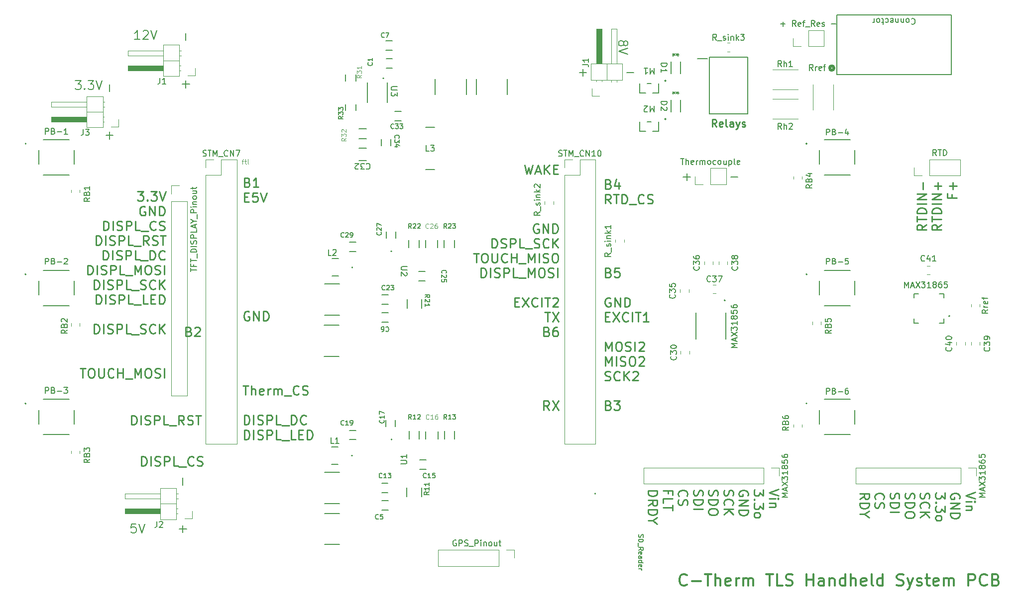
<source format=gbr>
%TF.GenerationSoftware,KiCad,Pcbnew,9.0.1*%
%TF.CreationDate,2026-02-02T15:19:22-04:00*%
%TF.ProjectId,power regulation,706f7765-7220-4726-9567-756c6174696f,1*%
%TF.SameCoordinates,Original*%
%TF.FileFunction,Legend,Top*%
%TF.FilePolarity,Positive*%
%FSLAX46Y46*%
G04 Gerber Fmt 4.6, Leading zero omitted, Abs format (unit mm)*
G04 Created by KiCad (PCBNEW 9.0.1) date 2026-02-02 15:19:22*
%MOMM*%
%LPD*%
G01*
G04 APERTURE LIST*
%ADD10C,0.177800*%
%ADD11C,0.200000*%
%ADD12C,0.250000*%
%ADD13C,0.100000*%
%ADD14C,0.300000*%
%ADD15C,0.150000*%
%ADD16C,0.125000*%
%ADD17C,0.098425*%
%ADD18C,0.254000*%
%ADD19C,0.120000*%
%ADD20C,0.152400*%
%ADD21C,0.127000*%
%ADD22C,0.508000*%
G04 APERTURE END LIST*
D10*
X79334687Y-53671785D02*
X80278115Y-53671785D01*
X80278115Y-53671785D02*
X79770115Y-54252356D01*
X79770115Y-54252356D02*
X79987830Y-54252356D01*
X79987830Y-54252356D02*
X80132973Y-54324928D01*
X80132973Y-54324928D02*
X80205544Y-54397499D01*
X80205544Y-54397499D02*
X80278115Y-54542642D01*
X80278115Y-54542642D02*
X80278115Y-54905499D01*
X80278115Y-54905499D02*
X80205544Y-55050642D01*
X80205544Y-55050642D02*
X80132973Y-55123214D01*
X80132973Y-55123214D02*
X79987830Y-55195785D01*
X79987830Y-55195785D02*
X79552401Y-55195785D01*
X79552401Y-55195785D02*
X79407258Y-55123214D01*
X79407258Y-55123214D02*
X79334687Y-55050642D01*
X80931259Y-55050642D02*
X81003830Y-55123214D01*
X81003830Y-55123214D02*
X80931259Y-55195785D01*
X80931259Y-55195785D02*
X80858687Y-55123214D01*
X80858687Y-55123214D02*
X80931259Y-55050642D01*
X80931259Y-55050642D02*
X80931259Y-55195785D01*
X81511830Y-53671785D02*
X82455258Y-53671785D01*
X82455258Y-53671785D02*
X81947258Y-54252356D01*
X81947258Y-54252356D02*
X82164973Y-54252356D01*
X82164973Y-54252356D02*
X82310116Y-54324928D01*
X82310116Y-54324928D02*
X82382687Y-54397499D01*
X82382687Y-54397499D02*
X82455258Y-54542642D01*
X82455258Y-54542642D02*
X82455258Y-54905499D01*
X82455258Y-54905499D02*
X82382687Y-55050642D01*
X82382687Y-55050642D02*
X82310116Y-55123214D01*
X82310116Y-55123214D02*
X82164973Y-55195785D01*
X82164973Y-55195785D02*
X81729544Y-55195785D01*
X81729544Y-55195785D02*
X81584401Y-55123214D01*
X81584401Y-55123214D02*
X81511830Y-55050642D01*
X82890687Y-53671785D02*
X83398687Y-55195785D01*
X83398687Y-55195785D02*
X83906687Y-53671785D01*
D11*
X98120266Y-54917619D02*
X98120266Y-53698572D01*
X98729790Y-54308095D02*
X97510742Y-54308095D01*
X98120266Y-46841427D02*
X98120266Y-45622380D01*
D12*
X108578758Y-71003076D02*
X108807330Y-71077838D01*
X108807330Y-71077838D02*
X108883520Y-71152600D01*
X108883520Y-71152600D02*
X108959711Y-71302124D01*
X108959711Y-71302124D02*
X108959711Y-71526410D01*
X108959711Y-71526410D02*
X108883520Y-71675934D01*
X108883520Y-71675934D02*
X108807330Y-71750696D01*
X108807330Y-71750696D02*
X108654949Y-71825457D01*
X108654949Y-71825457D02*
X108045425Y-71825457D01*
X108045425Y-71825457D02*
X108045425Y-70255457D01*
X108045425Y-70255457D02*
X108578758Y-70255457D01*
X108578758Y-70255457D02*
X108731139Y-70330219D01*
X108731139Y-70330219D02*
X108807330Y-70404981D01*
X108807330Y-70404981D02*
X108883520Y-70554505D01*
X108883520Y-70554505D02*
X108883520Y-70704029D01*
X108883520Y-70704029D02*
X108807330Y-70853553D01*
X108807330Y-70853553D02*
X108731139Y-70928315D01*
X108731139Y-70928315D02*
X108578758Y-71003076D01*
X108578758Y-71003076D02*
X108045425Y-71003076D01*
X110483520Y-71825457D02*
X109569234Y-71825457D01*
X110026377Y-71825457D02*
X110026377Y-70255457D01*
X110026377Y-70255457D02*
X109873996Y-70479743D01*
X109873996Y-70479743D02*
X109721615Y-70629267D01*
X109721615Y-70629267D02*
X109569234Y-70704029D01*
X108045425Y-73530688D02*
X108578758Y-73530688D01*
X108807330Y-74353069D02*
X108045425Y-74353069D01*
X108045425Y-74353069D02*
X108045425Y-72783069D01*
X108045425Y-72783069D02*
X108807330Y-72783069D01*
X110254949Y-72783069D02*
X109493044Y-72783069D01*
X109493044Y-72783069D02*
X109416853Y-73530688D01*
X109416853Y-73530688D02*
X109493044Y-73455927D01*
X109493044Y-73455927D02*
X109645425Y-73381165D01*
X109645425Y-73381165D02*
X110026377Y-73381165D01*
X110026377Y-73381165D02*
X110178758Y-73455927D01*
X110178758Y-73455927D02*
X110254949Y-73530688D01*
X110254949Y-73530688D02*
X110331139Y-73680212D01*
X110331139Y-73680212D02*
X110331139Y-74054022D01*
X110331139Y-74054022D02*
X110254949Y-74203546D01*
X110254949Y-74203546D02*
X110178758Y-74278308D01*
X110178758Y-74278308D02*
X110026377Y-74353069D01*
X110026377Y-74353069D02*
X109645425Y-74353069D01*
X109645425Y-74353069D02*
X109493044Y-74278308D01*
X109493044Y-74278308D02*
X109416853Y-74203546D01*
X110788282Y-72783069D02*
X111321616Y-74353069D01*
X111321616Y-74353069D02*
X111854949Y-72783069D01*
X108883520Y-93078727D02*
X108731139Y-93003965D01*
X108731139Y-93003965D02*
X108502568Y-93003965D01*
X108502568Y-93003965D02*
X108273996Y-93078727D01*
X108273996Y-93078727D02*
X108121615Y-93228251D01*
X108121615Y-93228251D02*
X108045425Y-93377775D01*
X108045425Y-93377775D02*
X107969234Y-93676823D01*
X107969234Y-93676823D02*
X107969234Y-93901108D01*
X107969234Y-93901108D02*
X108045425Y-94200156D01*
X108045425Y-94200156D02*
X108121615Y-94349680D01*
X108121615Y-94349680D02*
X108273996Y-94499204D01*
X108273996Y-94499204D02*
X108502568Y-94573965D01*
X108502568Y-94573965D02*
X108654949Y-94573965D01*
X108654949Y-94573965D02*
X108883520Y-94499204D01*
X108883520Y-94499204D02*
X108959711Y-94424442D01*
X108959711Y-94424442D02*
X108959711Y-93901108D01*
X108959711Y-93901108D02*
X108654949Y-93901108D01*
X109645425Y-94573965D02*
X109645425Y-93003965D01*
X109645425Y-93003965D02*
X110559711Y-94573965D01*
X110559711Y-94573965D02*
X110559711Y-93003965D01*
X111321615Y-94573965D02*
X111321615Y-93003965D01*
X111321615Y-93003965D02*
X111702567Y-93003965D01*
X111702567Y-93003965D02*
X111931139Y-93078727D01*
X111931139Y-93078727D02*
X112083520Y-93228251D01*
X112083520Y-93228251D02*
X112159710Y-93377775D01*
X112159710Y-93377775D02*
X112235901Y-93676823D01*
X112235901Y-93676823D02*
X112235901Y-93901108D01*
X112235901Y-93901108D02*
X112159710Y-94200156D01*
X112159710Y-94200156D02*
X112083520Y-94349680D01*
X112083520Y-94349680D02*
X111931139Y-94499204D01*
X111931139Y-94499204D02*
X111702567Y-94573965D01*
X111702567Y-94573965D02*
X111321615Y-94573965D01*
X107816853Y-105642025D02*
X108731139Y-105642025D01*
X108273996Y-107212025D02*
X108273996Y-105642025D01*
X109264473Y-107212025D02*
X109264473Y-105642025D01*
X109950187Y-107212025D02*
X109950187Y-106389644D01*
X109950187Y-106389644D02*
X109873997Y-106240121D01*
X109873997Y-106240121D02*
X109721616Y-106165359D01*
X109721616Y-106165359D02*
X109493044Y-106165359D01*
X109493044Y-106165359D02*
X109340663Y-106240121D01*
X109340663Y-106240121D02*
X109264473Y-106314883D01*
X111321616Y-107137264D02*
X111169235Y-107212025D01*
X111169235Y-107212025D02*
X110864473Y-107212025D01*
X110864473Y-107212025D02*
X110712092Y-107137264D01*
X110712092Y-107137264D02*
X110635901Y-106987740D01*
X110635901Y-106987740D02*
X110635901Y-106389644D01*
X110635901Y-106389644D02*
X110712092Y-106240121D01*
X110712092Y-106240121D02*
X110864473Y-106165359D01*
X110864473Y-106165359D02*
X111169235Y-106165359D01*
X111169235Y-106165359D02*
X111321616Y-106240121D01*
X111321616Y-106240121D02*
X111397806Y-106389644D01*
X111397806Y-106389644D02*
X111397806Y-106539168D01*
X111397806Y-106539168D02*
X110635901Y-106688692D01*
X112083521Y-107212025D02*
X112083521Y-106165359D01*
X112083521Y-106464406D02*
X112159711Y-106314883D01*
X112159711Y-106314883D02*
X112235902Y-106240121D01*
X112235902Y-106240121D02*
X112388283Y-106165359D01*
X112388283Y-106165359D02*
X112540664Y-106165359D01*
X113073997Y-107212025D02*
X113073997Y-106165359D01*
X113073997Y-106314883D02*
X113150187Y-106240121D01*
X113150187Y-106240121D02*
X113302568Y-106165359D01*
X113302568Y-106165359D02*
X113531140Y-106165359D01*
X113531140Y-106165359D02*
X113683521Y-106240121D01*
X113683521Y-106240121D02*
X113759711Y-106389644D01*
X113759711Y-106389644D02*
X113759711Y-107212025D01*
X113759711Y-106389644D02*
X113835902Y-106240121D01*
X113835902Y-106240121D02*
X113988283Y-106165359D01*
X113988283Y-106165359D02*
X114216854Y-106165359D01*
X114216854Y-106165359D02*
X114369235Y-106240121D01*
X114369235Y-106240121D02*
X114445425Y-106389644D01*
X114445425Y-106389644D02*
X114445425Y-107212025D01*
X114826378Y-107361549D02*
X116045425Y-107361549D01*
X117340664Y-107062502D02*
X117264473Y-107137264D01*
X117264473Y-107137264D02*
X117035902Y-107212025D01*
X117035902Y-107212025D02*
X116883521Y-107212025D01*
X116883521Y-107212025D02*
X116654949Y-107137264D01*
X116654949Y-107137264D02*
X116502568Y-106987740D01*
X116502568Y-106987740D02*
X116426378Y-106838216D01*
X116426378Y-106838216D02*
X116350187Y-106539168D01*
X116350187Y-106539168D02*
X116350187Y-106314883D01*
X116350187Y-106314883D02*
X116426378Y-106015835D01*
X116426378Y-106015835D02*
X116502568Y-105866311D01*
X116502568Y-105866311D02*
X116654949Y-105716787D01*
X116654949Y-105716787D02*
X116883521Y-105642025D01*
X116883521Y-105642025D02*
X117035902Y-105642025D01*
X117035902Y-105642025D02*
X117264473Y-105716787D01*
X117264473Y-105716787D02*
X117340664Y-105791549D01*
X117950187Y-107137264D02*
X118178759Y-107212025D01*
X118178759Y-107212025D02*
X118559711Y-107212025D01*
X118559711Y-107212025D02*
X118712092Y-107137264D01*
X118712092Y-107137264D02*
X118788283Y-107062502D01*
X118788283Y-107062502D02*
X118864473Y-106912978D01*
X118864473Y-106912978D02*
X118864473Y-106763454D01*
X118864473Y-106763454D02*
X118788283Y-106613930D01*
X118788283Y-106613930D02*
X118712092Y-106539168D01*
X118712092Y-106539168D02*
X118559711Y-106464406D01*
X118559711Y-106464406D02*
X118254949Y-106389644D01*
X118254949Y-106389644D02*
X118102568Y-106314883D01*
X118102568Y-106314883D02*
X118026378Y-106240121D01*
X118026378Y-106240121D02*
X117950187Y-106090597D01*
X117950187Y-106090597D02*
X117950187Y-105941073D01*
X117950187Y-105941073D02*
X118026378Y-105791549D01*
X118026378Y-105791549D02*
X118102568Y-105716787D01*
X118102568Y-105716787D02*
X118254949Y-105642025D01*
X118254949Y-105642025D02*
X118635902Y-105642025D01*
X118635902Y-105642025D02*
X118864473Y-105716787D01*
X108045425Y-112267249D02*
X108045425Y-110697249D01*
X108045425Y-110697249D02*
X108426377Y-110697249D01*
X108426377Y-110697249D02*
X108654949Y-110772011D01*
X108654949Y-110772011D02*
X108807330Y-110921535D01*
X108807330Y-110921535D02*
X108883520Y-111071059D01*
X108883520Y-111071059D02*
X108959711Y-111370107D01*
X108959711Y-111370107D02*
X108959711Y-111594392D01*
X108959711Y-111594392D02*
X108883520Y-111893440D01*
X108883520Y-111893440D02*
X108807330Y-112042964D01*
X108807330Y-112042964D02*
X108654949Y-112192488D01*
X108654949Y-112192488D02*
X108426377Y-112267249D01*
X108426377Y-112267249D02*
X108045425Y-112267249D01*
X109645425Y-112267249D02*
X109645425Y-110697249D01*
X110331139Y-112192488D02*
X110559711Y-112267249D01*
X110559711Y-112267249D02*
X110940663Y-112267249D01*
X110940663Y-112267249D02*
X111093044Y-112192488D01*
X111093044Y-112192488D02*
X111169235Y-112117726D01*
X111169235Y-112117726D02*
X111245425Y-111968202D01*
X111245425Y-111968202D02*
X111245425Y-111818678D01*
X111245425Y-111818678D02*
X111169235Y-111669154D01*
X111169235Y-111669154D02*
X111093044Y-111594392D01*
X111093044Y-111594392D02*
X110940663Y-111519630D01*
X110940663Y-111519630D02*
X110635901Y-111444868D01*
X110635901Y-111444868D02*
X110483520Y-111370107D01*
X110483520Y-111370107D02*
X110407330Y-111295345D01*
X110407330Y-111295345D02*
X110331139Y-111145821D01*
X110331139Y-111145821D02*
X110331139Y-110996297D01*
X110331139Y-110996297D02*
X110407330Y-110846773D01*
X110407330Y-110846773D02*
X110483520Y-110772011D01*
X110483520Y-110772011D02*
X110635901Y-110697249D01*
X110635901Y-110697249D02*
X111016854Y-110697249D01*
X111016854Y-110697249D02*
X111245425Y-110772011D01*
X111931140Y-112267249D02*
X111931140Y-110697249D01*
X111931140Y-110697249D02*
X112540664Y-110697249D01*
X112540664Y-110697249D02*
X112693045Y-110772011D01*
X112693045Y-110772011D02*
X112769235Y-110846773D01*
X112769235Y-110846773D02*
X112845426Y-110996297D01*
X112845426Y-110996297D02*
X112845426Y-111220583D01*
X112845426Y-111220583D02*
X112769235Y-111370107D01*
X112769235Y-111370107D02*
X112693045Y-111444868D01*
X112693045Y-111444868D02*
X112540664Y-111519630D01*
X112540664Y-111519630D02*
X111931140Y-111519630D01*
X114293045Y-112267249D02*
X113531140Y-112267249D01*
X113531140Y-112267249D02*
X113531140Y-110697249D01*
X114445426Y-112416773D02*
X115664473Y-112416773D01*
X116045426Y-112267249D02*
X116045426Y-110697249D01*
X116045426Y-110697249D02*
X116426378Y-110697249D01*
X116426378Y-110697249D02*
X116654950Y-110772011D01*
X116654950Y-110772011D02*
X116807331Y-110921535D01*
X116807331Y-110921535D02*
X116883521Y-111071059D01*
X116883521Y-111071059D02*
X116959712Y-111370107D01*
X116959712Y-111370107D02*
X116959712Y-111594392D01*
X116959712Y-111594392D02*
X116883521Y-111893440D01*
X116883521Y-111893440D02*
X116807331Y-112042964D01*
X116807331Y-112042964D02*
X116654950Y-112192488D01*
X116654950Y-112192488D02*
X116426378Y-112267249D01*
X116426378Y-112267249D02*
X116045426Y-112267249D01*
X118559712Y-112117726D02*
X118483521Y-112192488D01*
X118483521Y-112192488D02*
X118254950Y-112267249D01*
X118254950Y-112267249D02*
X118102569Y-112267249D01*
X118102569Y-112267249D02*
X117873997Y-112192488D01*
X117873997Y-112192488D02*
X117721616Y-112042964D01*
X117721616Y-112042964D02*
X117645426Y-111893440D01*
X117645426Y-111893440D02*
X117569235Y-111594392D01*
X117569235Y-111594392D02*
X117569235Y-111370107D01*
X117569235Y-111370107D02*
X117645426Y-111071059D01*
X117645426Y-111071059D02*
X117721616Y-110921535D01*
X117721616Y-110921535D02*
X117873997Y-110772011D01*
X117873997Y-110772011D02*
X118102569Y-110697249D01*
X118102569Y-110697249D02*
X118254950Y-110697249D01*
X118254950Y-110697249D02*
X118483521Y-110772011D01*
X118483521Y-110772011D02*
X118559712Y-110846773D01*
X108045425Y-114794861D02*
X108045425Y-113224861D01*
X108045425Y-113224861D02*
X108426377Y-113224861D01*
X108426377Y-113224861D02*
X108654949Y-113299623D01*
X108654949Y-113299623D02*
X108807330Y-113449147D01*
X108807330Y-113449147D02*
X108883520Y-113598671D01*
X108883520Y-113598671D02*
X108959711Y-113897719D01*
X108959711Y-113897719D02*
X108959711Y-114122004D01*
X108959711Y-114122004D02*
X108883520Y-114421052D01*
X108883520Y-114421052D02*
X108807330Y-114570576D01*
X108807330Y-114570576D02*
X108654949Y-114720100D01*
X108654949Y-114720100D02*
X108426377Y-114794861D01*
X108426377Y-114794861D02*
X108045425Y-114794861D01*
X109645425Y-114794861D02*
X109645425Y-113224861D01*
X110331139Y-114720100D02*
X110559711Y-114794861D01*
X110559711Y-114794861D02*
X110940663Y-114794861D01*
X110940663Y-114794861D02*
X111093044Y-114720100D01*
X111093044Y-114720100D02*
X111169235Y-114645338D01*
X111169235Y-114645338D02*
X111245425Y-114495814D01*
X111245425Y-114495814D02*
X111245425Y-114346290D01*
X111245425Y-114346290D02*
X111169235Y-114196766D01*
X111169235Y-114196766D02*
X111093044Y-114122004D01*
X111093044Y-114122004D02*
X110940663Y-114047242D01*
X110940663Y-114047242D02*
X110635901Y-113972480D01*
X110635901Y-113972480D02*
X110483520Y-113897719D01*
X110483520Y-113897719D02*
X110407330Y-113822957D01*
X110407330Y-113822957D02*
X110331139Y-113673433D01*
X110331139Y-113673433D02*
X110331139Y-113523909D01*
X110331139Y-113523909D02*
X110407330Y-113374385D01*
X110407330Y-113374385D02*
X110483520Y-113299623D01*
X110483520Y-113299623D02*
X110635901Y-113224861D01*
X110635901Y-113224861D02*
X111016854Y-113224861D01*
X111016854Y-113224861D02*
X111245425Y-113299623D01*
X111931140Y-114794861D02*
X111931140Y-113224861D01*
X111931140Y-113224861D02*
X112540664Y-113224861D01*
X112540664Y-113224861D02*
X112693045Y-113299623D01*
X112693045Y-113299623D02*
X112769235Y-113374385D01*
X112769235Y-113374385D02*
X112845426Y-113523909D01*
X112845426Y-113523909D02*
X112845426Y-113748195D01*
X112845426Y-113748195D02*
X112769235Y-113897719D01*
X112769235Y-113897719D02*
X112693045Y-113972480D01*
X112693045Y-113972480D02*
X112540664Y-114047242D01*
X112540664Y-114047242D02*
X111931140Y-114047242D01*
X114293045Y-114794861D02*
X113531140Y-114794861D01*
X113531140Y-114794861D02*
X113531140Y-113224861D01*
X114445426Y-114944385D02*
X115664473Y-114944385D01*
X116807331Y-114794861D02*
X116045426Y-114794861D01*
X116045426Y-114794861D02*
X116045426Y-113224861D01*
X117340664Y-113972480D02*
X117873997Y-113972480D01*
X118102569Y-114794861D02*
X117340664Y-114794861D01*
X117340664Y-114794861D02*
X117340664Y-113224861D01*
X117340664Y-113224861D02*
X118102569Y-113224861D01*
X118788283Y-114794861D02*
X118788283Y-113224861D01*
X118788283Y-113224861D02*
X119169235Y-113224861D01*
X119169235Y-113224861D02*
X119397807Y-113299623D01*
X119397807Y-113299623D02*
X119550188Y-113449147D01*
X119550188Y-113449147D02*
X119626378Y-113598671D01*
X119626378Y-113598671D02*
X119702569Y-113897719D01*
X119702569Y-113897719D02*
X119702569Y-114122004D01*
X119702569Y-114122004D02*
X119626378Y-114421052D01*
X119626378Y-114421052D02*
X119550188Y-114570576D01*
X119550188Y-114570576D02*
X119397807Y-114720100D01*
X119397807Y-114720100D02*
X119169235Y-114794861D01*
X119169235Y-114794861D02*
X118788283Y-114794861D01*
X198916089Y-123316853D02*
X197316089Y-123850187D01*
X197316089Y-123850187D02*
X198916089Y-124383520D01*
X197316089Y-124916854D02*
X198382756Y-124916854D01*
X198916089Y-124916854D02*
X198839899Y-124840663D01*
X198839899Y-124840663D02*
X198763708Y-124916854D01*
X198763708Y-124916854D02*
X198839899Y-124993044D01*
X198839899Y-124993044D02*
X198916089Y-124916854D01*
X198916089Y-124916854D02*
X198763708Y-124916854D01*
X198382756Y-125678759D02*
X197316089Y-125678759D01*
X198230375Y-125678759D02*
X198306565Y-125754949D01*
X198306565Y-125754949D02*
X198382756Y-125907330D01*
X198382756Y-125907330D02*
X198382756Y-126135902D01*
X198382756Y-126135902D02*
X198306565Y-126288283D01*
X198306565Y-126288283D02*
X198154184Y-126364473D01*
X198154184Y-126364473D02*
X197316089Y-126364473D01*
X196340179Y-123393044D02*
X196340179Y-124383520D01*
X196340179Y-124383520D02*
X195730655Y-123850187D01*
X195730655Y-123850187D02*
X195730655Y-124078758D01*
X195730655Y-124078758D02*
X195654465Y-124231139D01*
X195654465Y-124231139D02*
X195578274Y-124307330D01*
X195578274Y-124307330D02*
X195425893Y-124383520D01*
X195425893Y-124383520D02*
X195044941Y-124383520D01*
X195044941Y-124383520D02*
X194892560Y-124307330D01*
X194892560Y-124307330D02*
X194816370Y-124231139D01*
X194816370Y-124231139D02*
X194740179Y-124078758D01*
X194740179Y-124078758D02*
X194740179Y-123621615D01*
X194740179Y-123621615D02*
X194816370Y-123469234D01*
X194816370Y-123469234D02*
X194892560Y-123393044D01*
X194892560Y-125069235D02*
X194816370Y-125145425D01*
X194816370Y-125145425D02*
X194740179Y-125069235D01*
X194740179Y-125069235D02*
X194816370Y-124993044D01*
X194816370Y-124993044D02*
X194892560Y-125069235D01*
X194892560Y-125069235D02*
X194740179Y-125069235D01*
X196340179Y-125678759D02*
X196340179Y-126669235D01*
X196340179Y-126669235D02*
X195730655Y-126135902D01*
X195730655Y-126135902D02*
X195730655Y-126364473D01*
X195730655Y-126364473D02*
X195654465Y-126516854D01*
X195654465Y-126516854D02*
X195578274Y-126593045D01*
X195578274Y-126593045D02*
X195425893Y-126669235D01*
X195425893Y-126669235D02*
X195044941Y-126669235D01*
X195044941Y-126669235D02*
X194892560Y-126593045D01*
X194892560Y-126593045D02*
X194816370Y-126516854D01*
X194816370Y-126516854D02*
X194740179Y-126364473D01*
X194740179Y-126364473D02*
X194740179Y-125907330D01*
X194740179Y-125907330D02*
X194816370Y-125754949D01*
X194816370Y-125754949D02*
X194892560Y-125678759D01*
X194740179Y-127583521D02*
X194816370Y-127431140D01*
X194816370Y-127431140D02*
X194892560Y-127354950D01*
X194892560Y-127354950D02*
X195044941Y-127278759D01*
X195044941Y-127278759D02*
X195502084Y-127278759D01*
X195502084Y-127278759D02*
X195654465Y-127354950D01*
X195654465Y-127354950D02*
X195730655Y-127431140D01*
X195730655Y-127431140D02*
X195806846Y-127583521D01*
X195806846Y-127583521D02*
X195806846Y-127812093D01*
X195806846Y-127812093D02*
X195730655Y-127964474D01*
X195730655Y-127964474D02*
X195654465Y-128040664D01*
X195654465Y-128040664D02*
X195502084Y-128116855D01*
X195502084Y-128116855D02*
X195044941Y-128116855D01*
X195044941Y-128116855D02*
X194892560Y-128040664D01*
X194892560Y-128040664D02*
X194816370Y-127964474D01*
X194816370Y-127964474D02*
X194740179Y-127812093D01*
X194740179Y-127812093D02*
X194740179Y-127583521D01*
X193688079Y-124383520D02*
X193764269Y-124231139D01*
X193764269Y-124231139D02*
X193764269Y-124002568D01*
X193764269Y-124002568D02*
X193688079Y-123773996D01*
X193688079Y-123773996D02*
X193535698Y-123621615D01*
X193535698Y-123621615D02*
X193383317Y-123545425D01*
X193383317Y-123545425D02*
X193078555Y-123469234D01*
X193078555Y-123469234D02*
X192849983Y-123469234D01*
X192849983Y-123469234D02*
X192545221Y-123545425D01*
X192545221Y-123545425D02*
X192392840Y-123621615D01*
X192392840Y-123621615D02*
X192240460Y-123773996D01*
X192240460Y-123773996D02*
X192164269Y-124002568D01*
X192164269Y-124002568D02*
X192164269Y-124154949D01*
X192164269Y-124154949D02*
X192240460Y-124383520D01*
X192240460Y-124383520D02*
X192316650Y-124459711D01*
X192316650Y-124459711D02*
X192849983Y-124459711D01*
X192849983Y-124459711D02*
X192849983Y-124154949D01*
X192164269Y-125145425D02*
X193764269Y-125145425D01*
X193764269Y-125145425D02*
X192164269Y-126059711D01*
X192164269Y-126059711D02*
X193764269Y-126059711D01*
X192164269Y-126821615D02*
X193764269Y-126821615D01*
X193764269Y-126821615D02*
X193764269Y-127202567D01*
X193764269Y-127202567D02*
X193688079Y-127431139D01*
X193688079Y-127431139D02*
X193535698Y-127583520D01*
X193535698Y-127583520D02*
X193383317Y-127659710D01*
X193383317Y-127659710D02*
X193078555Y-127735901D01*
X193078555Y-127735901D02*
X192849983Y-127735901D01*
X192849983Y-127735901D02*
X192545221Y-127659710D01*
X192545221Y-127659710D02*
X192392840Y-127583520D01*
X192392840Y-127583520D02*
X192240460Y-127431139D01*
X192240460Y-127431139D02*
X192164269Y-127202567D01*
X192164269Y-127202567D02*
X192164269Y-126821615D01*
X189664550Y-123469234D02*
X189588359Y-123697806D01*
X189588359Y-123697806D02*
X189588359Y-124078758D01*
X189588359Y-124078758D02*
X189664550Y-124231139D01*
X189664550Y-124231139D02*
X189740740Y-124307330D01*
X189740740Y-124307330D02*
X189893121Y-124383520D01*
X189893121Y-124383520D02*
X190045502Y-124383520D01*
X190045502Y-124383520D02*
X190197883Y-124307330D01*
X190197883Y-124307330D02*
X190274073Y-124231139D01*
X190274073Y-124231139D02*
X190350264Y-124078758D01*
X190350264Y-124078758D02*
X190426454Y-123773996D01*
X190426454Y-123773996D02*
X190502645Y-123621615D01*
X190502645Y-123621615D02*
X190578835Y-123545425D01*
X190578835Y-123545425D02*
X190731216Y-123469234D01*
X190731216Y-123469234D02*
X190883597Y-123469234D01*
X190883597Y-123469234D02*
X191035978Y-123545425D01*
X191035978Y-123545425D02*
X191112169Y-123621615D01*
X191112169Y-123621615D02*
X191188359Y-123773996D01*
X191188359Y-123773996D02*
X191188359Y-124154949D01*
X191188359Y-124154949D02*
X191112169Y-124383520D01*
X189740740Y-125983521D02*
X189664550Y-125907330D01*
X189664550Y-125907330D02*
X189588359Y-125678759D01*
X189588359Y-125678759D02*
X189588359Y-125526378D01*
X189588359Y-125526378D02*
X189664550Y-125297806D01*
X189664550Y-125297806D02*
X189816930Y-125145425D01*
X189816930Y-125145425D02*
X189969311Y-125069235D01*
X189969311Y-125069235D02*
X190274073Y-124993044D01*
X190274073Y-124993044D02*
X190502645Y-124993044D01*
X190502645Y-124993044D02*
X190807407Y-125069235D01*
X190807407Y-125069235D02*
X190959788Y-125145425D01*
X190959788Y-125145425D02*
X191112169Y-125297806D01*
X191112169Y-125297806D02*
X191188359Y-125526378D01*
X191188359Y-125526378D02*
X191188359Y-125678759D01*
X191188359Y-125678759D02*
X191112169Y-125907330D01*
X191112169Y-125907330D02*
X191035978Y-125983521D01*
X189588359Y-126669235D02*
X191188359Y-126669235D01*
X189588359Y-127583521D02*
X190502645Y-126897806D01*
X191188359Y-127583521D02*
X190274073Y-126669235D01*
X187088640Y-123469234D02*
X187012449Y-123697806D01*
X187012449Y-123697806D02*
X187012449Y-124078758D01*
X187012449Y-124078758D02*
X187088640Y-124231139D01*
X187088640Y-124231139D02*
X187164830Y-124307330D01*
X187164830Y-124307330D02*
X187317211Y-124383520D01*
X187317211Y-124383520D02*
X187469592Y-124383520D01*
X187469592Y-124383520D02*
X187621973Y-124307330D01*
X187621973Y-124307330D02*
X187698163Y-124231139D01*
X187698163Y-124231139D02*
X187774354Y-124078758D01*
X187774354Y-124078758D02*
X187850544Y-123773996D01*
X187850544Y-123773996D02*
X187926735Y-123621615D01*
X187926735Y-123621615D02*
X188002925Y-123545425D01*
X188002925Y-123545425D02*
X188155306Y-123469234D01*
X188155306Y-123469234D02*
X188307687Y-123469234D01*
X188307687Y-123469234D02*
X188460068Y-123545425D01*
X188460068Y-123545425D02*
X188536259Y-123621615D01*
X188536259Y-123621615D02*
X188612449Y-123773996D01*
X188612449Y-123773996D02*
X188612449Y-124154949D01*
X188612449Y-124154949D02*
X188536259Y-124383520D01*
X187012449Y-125069235D02*
X188612449Y-125069235D01*
X188612449Y-125069235D02*
X188612449Y-125450187D01*
X188612449Y-125450187D02*
X188536259Y-125678759D01*
X188536259Y-125678759D02*
X188383878Y-125831140D01*
X188383878Y-125831140D02*
X188231497Y-125907330D01*
X188231497Y-125907330D02*
X187926735Y-125983521D01*
X187926735Y-125983521D02*
X187698163Y-125983521D01*
X187698163Y-125983521D02*
X187393401Y-125907330D01*
X187393401Y-125907330D02*
X187241020Y-125831140D01*
X187241020Y-125831140D02*
X187088640Y-125678759D01*
X187088640Y-125678759D02*
X187012449Y-125450187D01*
X187012449Y-125450187D02*
X187012449Y-125069235D01*
X188612449Y-126973997D02*
X188612449Y-127278759D01*
X188612449Y-127278759D02*
X188536259Y-127431140D01*
X188536259Y-127431140D02*
X188383878Y-127583521D01*
X188383878Y-127583521D02*
X188079116Y-127659711D01*
X188079116Y-127659711D02*
X187545782Y-127659711D01*
X187545782Y-127659711D02*
X187241020Y-127583521D01*
X187241020Y-127583521D02*
X187088640Y-127431140D01*
X187088640Y-127431140D02*
X187012449Y-127278759D01*
X187012449Y-127278759D02*
X187012449Y-126973997D01*
X187012449Y-126973997D02*
X187088640Y-126821616D01*
X187088640Y-126821616D02*
X187241020Y-126669235D01*
X187241020Y-126669235D02*
X187545782Y-126593044D01*
X187545782Y-126593044D02*
X188079116Y-126593044D01*
X188079116Y-126593044D02*
X188383878Y-126669235D01*
X188383878Y-126669235D02*
X188536259Y-126821616D01*
X188536259Y-126821616D02*
X188612449Y-126973997D01*
X184512730Y-123469234D02*
X184436539Y-123697806D01*
X184436539Y-123697806D02*
X184436539Y-124078758D01*
X184436539Y-124078758D02*
X184512730Y-124231139D01*
X184512730Y-124231139D02*
X184588920Y-124307330D01*
X184588920Y-124307330D02*
X184741301Y-124383520D01*
X184741301Y-124383520D02*
X184893682Y-124383520D01*
X184893682Y-124383520D02*
X185046063Y-124307330D01*
X185046063Y-124307330D02*
X185122253Y-124231139D01*
X185122253Y-124231139D02*
X185198444Y-124078758D01*
X185198444Y-124078758D02*
X185274634Y-123773996D01*
X185274634Y-123773996D02*
X185350825Y-123621615D01*
X185350825Y-123621615D02*
X185427015Y-123545425D01*
X185427015Y-123545425D02*
X185579396Y-123469234D01*
X185579396Y-123469234D02*
X185731777Y-123469234D01*
X185731777Y-123469234D02*
X185884158Y-123545425D01*
X185884158Y-123545425D02*
X185960349Y-123621615D01*
X185960349Y-123621615D02*
X186036539Y-123773996D01*
X186036539Y-123773996D02*
X186036539Y-124154949D01*
X186036539Y-124154949D02*
X185960349Y-124383520D01*
X184436539Y-125069235D02*
X186036539Y-125069235D01*
X186036539Y-125069235D02*
X186036539Y-125450187D01*
X186036539Y-125450187D02*
X185960349Y-125678759D01*
X185960349Y-125678759D02*
X185807968Y-125831140D01*
X185807968Y-125831140D02*
X185655587Y-125907330D01*
X185655587Y-125907330D02*
X185350825Y-125983521D01*
X185350825Y-125983521D02*
X185122253Y-125983521D01*
X185122253Y-125983521D02*
X184817491Y-125907330D01*
X184817491Y-125907330D02*
X184665110Y-125831140D01*
X184665110Y-125831140D02*
X184512730Y-125678759D01*
X184512730Y-125678759D02*
X184436539Y-125450187D01*
X184436539Y-125450187D02*
X184436539Y-125069235D01*
X184436539Y-126669235D02*
X186036539Y-126669235D01*
X182013010Y-124459711D02*
X181936820Y-124383520D01*
X181936820Y-124383520D02*
X181860629Y-124154949D01*
X181860629Y-124154949D02*
X181860629Y-124002568D01*
X181860629Y-124002568D02*
X181936820Y-123773996D01*
X181936820Y-123773996D02*
X182089200Y-123621615D01*
X182089200Y-123621615D02*
X182241581Y-123545425D01*
X182241581Y-123545425D02*
X182546343Y-123469234D01*
X182546343Y-123469234D02*
X182774915Y-123469234D01*
X182774915Y-123469234D02*
X183079677Y-123545425D01*
X183079677Y-123545425D02*
X183232058Y-123621615D01*
X183232058Y-123621615D02*
X183384439Y-123773996D01*
X183384439Y-123773996D02*
X183460629Y-124002568D01*
X183460629Y-124002568D02*
X183460629Y-124154949D01*
X183460629Y-124154949D02*
X183384439Y-124383520D01*
X183384439Y-124383520D02*
X183308248Y-124459711D01*
X181936820Y-125069234D02*
X181860629Y-125297806D01*
X181860629Y-125297806D02*
X181860629Y-125678758D01*
X181860629Y-125678758D02*
X181936820Y-125831139D01*
X181936820Y-125831139D02*
X182013010Y-125907330D01*
X182013010Y-125907330D02*
X182165391Y-125983520D01*
X182165391Y-125983520D02*
X182317772Y-125983520D01*
X182317772Y-125983520D02*
X182470153Y-125907330D01*
X182470153Y-125907330D02*
X182546343Y-125831139D01*
X182546343Y-125831139D02*
X182622534Y-125678758D01*
X182622534Y-125678758D02*
X182698724Y-125373996D01*
X182698724Y-125373996D02*
X182774915Y-125221615D01*
X182774915Y-125221615D02*
X182851105Y-125145425D01*
X182851105Y-125145425D02*
X183003486Y-125069234D01*
X183003486Y-125069234D02*
X183155867Y-125069234D01*
X183155867Y-125069234D02*
X183308248Y-125145425D01*
X183308248Y-125145425D02*
X183384439Y-125221615D01*
X183384439Y-125221615D02*
X183460629Y-125373996D01*
X183460629Y-125373996D02*
X183460629Y-125754949D01*
X183460629Y-125754949D02*
X183384439Y-125983520D01*
X180122814Y-124078758D02*
X180122814Y-123545425D01*
X179284719Y-123545425D02*
X180884719Y-123545425D01*
X180884719Y-123545425D02*
X180884719Y-124307330D01*
X179284719Y-125678759D02*
X179284719Y-124916854D01*
X179284719Y-124916854D02*
X180884719Y-124916854D01*
X180884719Y-125983520D02*
X180884719Y-126897806D01*
X179284719Y-126440663D02*
X180884719Y-126440663D01*
X176708809Y-123545425D02*
X178308809Y-123545425D01*
X178308809Y-123545425D02*
X178308809Y-123926377D01*
X178308809Y-123926377D02*
X178232619Y-124154949D01*
X178232619Y-124154949D02*
X178080238Y-124307330D01*
X178080238Y-124307330D02*
X177927857Y-124383520D01*
X177927857Y-124383520D02*
X177623095Y-124459711D01*
X177623095Y-124459711D02*
X177394523Y-124459711D01*
X177394523Y-124459711D02*
X177089761Y-124383520D01*
X177089761Y-124383520D02*
X176937380Y-124307330D01*
X176937380Y-124307330D02*
X176785000Y-124154949D01*
X176785000Y-124154949D02*
X176708809Y-123926377D01*
X176708809Y-123926377D02*
X176708809Y-123545425D01*
X176708809Y-126059711D02*
X177470714Y-125526377D01*
X176708809Y-125145425D02*
X178308809Y-125145425D01*
X178308809Y-125145425D02*
X178308809Y-125754949D01*
X178308809Y-125754949D02*
X178232619Y-125907330D01*
X178232619Y-125907330D02*
X178156428Y-125983520D01*
X178156428Y-125983520D02*
X178004047Y-126059711D01*
X178004047Y-126059711D02*
X177775476Y-126059711D01*
X177775476Y-126059711D02*
X177623095Y-125983520D01*
X177623095Y-125983520D02*
X177546904Y-125907330D01*
X177546904Y-125907330D02*
X177470714Y-125754949D01*
X177470714Y-125754949D02*
X177470714Y-125145425D01*
X176708809Y-126745425D02*
X178308809Y-126745425D01*
X178308809Y-126745425D02*
X178308809Y-127126377D01*
X178308809Y-127126377D02*
X178232619Y-127354949D01*
X178232619Y-127354949D02*
X178080238Y-127507330D01*
X178080238Y-127507330D02*
X177927857Y-127583520D01*
X177927857Y-127583520D02*
X177623095Y-127659711D01*
X177623095Y-127659711D02*
X177394523Y-127659711D01*
X177394523Y-127659711D02*
X177089761Y-127583520D01*
X177089761Y-127583520D02*
X176937380Y-127507330D01*
X176937380Y-127507330D02*
X176785000Y-127354949D01*
X176785000Y-127354949D02*
X176708809Y-127126377D01*
X176708809Y-127126377D02*
X176708809Y-126745425D01*
X177470714Y-128650187D02*
X176708809Y-128650187D01*
X178308809Y-128116853D02*
X177470714Y-128650187D01*
X177470714Y-128650187D02*
X178308809Y-129183520D01*
X232340179Y-123816853D02*
X230740179Y-124350187D01*
X230740179Y-124350187D02*
X232340179Y-124883520D01*
X230740179Y-125416854D02*
X231806846Y-125416854D01*
X232340179Y-125416854D02*
X232263989Y-125340663D01*
X232263989Y-125340663D02*
X232187798Y-125416854D01*
X232187798Y-125416854D02*
X232263989Y-125493044D01*
X232263989Y-125493044D02*
X232340179Y-125416854D01*
X232340179Y-125416854D02*
X232187798Y-125416854D01*
X231806846Y-126178759D02*
X230740179Y-126178759D01*
X231654465Y-126178759D02*
X231730655Y-126254949D01*
X231730655Y-126254949D02*
X231806846Y-126407330D01*
X231806846Y-126407330D02*
X231806846Y-126635902D01*
X231806846Y-126635902D02*
X231730655Y-126788283D01*
X231730655Y-126788283D02*
X231578274Y-126864473D01*
X231578274Y-126864473D02*
X230740179Y-126864473D01*
X229688079Y-124883520D02*
X229764269Y-124731139D01*
X229764269Y-124731139D02*
X229764269Y-124502568D01*
X229764269Y-124502568D02*
X229688079Y-124273996D01*
X229688079Y-124273996D02*
X229535698Y-124121615D01*
X229535698Y-124121615D02*
X229383317Y-124045425D01*
X229383317Y-124045425D02*
X229078555Y-123969234D01*
X229078555Y-123969234D02*
X228849983Y-123969234D01*
X228849983Y-123969234D02*
X228545221Y-124045425D01*
X228545221Y-124045425D02*
X228392840Y-124121615D01*
X228392840Y-124121615D02*
X228240460Y-124273996D01*
X228240460Y-124273996D02*
X228164269Y-124502568D01*
X228164269Y-124502568D02*
X228164269Y-124654949D01*
X228164269Y-124654949D02*
X228240460Y-124883520D01*
X228240460Y-124883520D02*
X228316650Y-124959711D01*
X228316650Y-124959711D02*
X228849983Y-124959711D01*
X228849983Y-124959711D02*
X228849983Y-124654949D01*
X228164269Y-125645425D02*
X229764269Y-125645425D01*
X229764269Y-125645425D02*
X228164269Y-126559711D01*
X228164269Y-126559711D02*
X229764269Y-126559711D01*
X228164269Y-127321615D02*
X229764269Y-127321615D01*
X229764269Y-127321615D02*
X229764269Y-127702567D01*
X229764269Y-127702567D02*
X229688079Y-127931139D01*
X229688079Y-127931139D02*
X229535698Y-128083520D01*
X229535698Y-128083520D02*
X229383317Y-128159710D01*
X229383317Y-128159710D02*
X229078555Y-128235901D01*
X229078555Y-128235901D02*
X228849983Y-128235901D01*
X228849983Y-128235901D02*
X228545221Y-128159710D01*
X228545221Y-128159710D02*
X228392840Y-128083520D01*
X228392840Y-128083520D02*
X228240460Y-127931139D01*
X228240460Y-127931139D02*
X228164269Y-127702567D01*
X228164269Y-127702567D02*
X228164269Y-127321615D01*
X227188359Y-123893044D02*
X227188359Y-124883520D01*
X227188359Y-124883520D02*
X226578835Y-124350187D01*
X226578835Y-124350187D02*
X226578835Y-124578758D01*
X226578835Y-124578758D02*
X226502645Y-124731139D01*
X226502645Y-124731139D02*
X226426454Y-124807330D01*
X226426454Y-124807330D02*
X226274073Y-124883520D01*
X226274073Y-124883520D02*
X225893121Y-124883520D01*
X225893121Y-124883520D02*
X225740740Y-124807330D01*
X225740740Y-124807330D02*
X225664550Y-124731139D01*
X225664550Y-124731139D02*
X225588359Y-124578758D01*
X225588359Y-124578758D02*
X225588359Y-124121615D01*
X225588359Y-124121615D02*
X225664550Y-123969234D01*
X225664550Y-123969234D02*
X225740740Y-123893044D01*
X225740740Y-125569235D02*
X225664550Y-125645425D01*
X225664550Y-125645425D02*
X225588359Y-125569235D01*
X225588359Y-125569235D02*
X225664550Y-125493044D01*
X225664550Y-125493044D02*
X225740740Y-125569235D01*
X225740740Y-125569235D02*
X225588359Y-125569235D01*
X227188359Y-126178759D02*
X227188359Y-127169235D01*
X227188359Y-127169235D02*
X226578835Y-126635902D01*
X226578835Y-126635902D02*
X226578835Y-126864473D01*
X226578835Y-126864473D02*
X226502645Y-127016854D01*
X226502645Y-127016854D02*
X226426454Y-127093045D01*
X226426454Y-127093045D02*
X226274073Y-127169235D01*
X226274073Y-127169235D02*
X225893121Y-127169235D01*
X225893121Y-127169235D02*
X225740740Y-127093045D01*
X225740740Y-127093045D02*
X225664550Y-127016854D01*
X225664550Y-127016854D02*
X225588359Y-126864473D01*
X225588359Y-126864473D02*
X225588359Y-126407330D01*
X225588359Y-126407330D02*
X225664550Y-126254949D01*
X225664550Y-126254949D02*
X225740740Y-126178759D01*
X225588359Y-128083521D02*
X225664550Y-127931140D01*
X225664550Y-127931140D02*
X225740740Y-127854950D01*
X225740740Y-127854950D02*
X225893121Y-127778759D01*
X225893121Y-127778759D02*
X226350264Y-127778759D01*
X226350264Y-127778759D02*
X226502645Y-127854950D01*
X226502645Y-127854950D02*
X226578835Y-127931140D01*
X226578835Y-127931140D02*
X226655026Y-128083521D01*
X226655026Y-128083521D02*
X226655026Y-128312093D01*
X226655026Y-128312093D02*
X226578835Y-128464474D01*
X226578835Y-128464474D02*
X226502645Y-128540664D01*
X226502645Y-128540664D02*
X226350264Y-128616855D01*
X226350264Y-128616855D02*
X225893121Y-128616855D01*
X225893121Y-128616855D02*
X225740740Y-128540664D01*
X225740740Y-128540664D02*
X225664550Y-128464474D01*
X225664550Y-128464474D02*
X225588359Y-128312093D01*
X225588359Y-128312093D02*
X225588359Y-128083521D01*
X223088640Y-123969234D02*
X223012449Y-124197806D01*
X223012449Y-124197806D02*
X223012449Y-124578758D01*
X223012449Y-124578758D02*
X223088640Y-124731139D01*
X223088640Y-124731139D02*
X223164830Y-124807330D01*
X223164830Y-124807330D02*
X223317211Y-124883520D01*
X223317211Y-124883520D02*
X223469592Y-124883520D01*
X223469592Y-124883520D02*
X223621973Y-124807330D01*
X223621973Y-124807330D02*
X223698163Y-124731139D01*
X223698163Y-124731139D02*
X223774354Y-124578758D01*
X223774354Y-124578758D02*
X223850544Y-124273996D01*
X223850544Y-124273996D02*
X223926735Y-124121615D01*
X223926735Y-124121615D02*
X224002925Y-124045425D01*
X224002925Y-124045425D02*
X224155306Y-123969234D01*
X224155306Y-123969234D02*
X224307687Y-123969234D01*
X224307687Y-123969234D02*
X224460068Y-124045425D01*
X224460068Y-124045425D02*
X224536259Y-124121615D01*
X224536259Y-124121615D02*
X224612449Y-124273996D01*
X224612449Y-124273996D02*
X224612449Y-124654949D01*
X224612449Y-124654949D02*
X224536259Y-124883520D01*
X223164830Y-126483521D02*
X223088640Y-126407330D01*
X223088640Y-126407330D02*
X223012449Y-126178759D01*
X223012449Y-126178759D02*
X223012449Y-126026378D01*
X223012449Y-126026378D02*
X223088640Y-125797806D01*
X223088640Y-125797806D02*
X223241020Y-125645425D01*
X223241020Y-125645425D02*
X223393401Y-125569235D01*
X223393401Y-125569235D02*
X223698163Y-125493044D01*
X223698163Y-125493044D02*
X223926735Y-125493044D01*
X223926735Y-125493044D02*
X224231497Y-125569235D01*
X224231497Y-125569235D02*
X224383878Y-125645425D01*
X224383878Y-125645425D02*
X224536259Y-125797806D01*
X224536259Y-125797806D02*
X224612449Y-126026378D01*
X224612449Y-126026378D02*
X224612449Y-126178759D01*
X224612449Y-126178759D02*
X224536259Y-126407330D01*
X224536259Y-126407330D02*
X224460068Y-126483521D01*
X223012449Y-127169235D02*
X224612449Y-127169235D01*
X223012449Y-128083521D02*
X223926735Y-127397806D01*
X224612449Y-128083521D02*
X223698163Y-127169235D01*
X220512730Y-123969234D02*
X220436539Y-124197806D01*
X220436539Y-124197806D02*
X220436539Y-124578758D01*
X220436539Y-124578758D02*
X220512730Y-124731139D01*
X220512730Y-124731139D02*
X220588920Y-124807330D01*
X220588920Y-124807330D02*
X220741301Y-124883520D01*
X220741301Y-124883520D02*
X220893682Y-124883520D01*
X220893682Y-124883520D02*
X221046063Y-124807330D01*
X221046063Y-124807330D02*
X221122253Y-124731139D01*
X221122253Y-124731139D02*
X221198444Y-124578758D01*
X221198444Y-124578758D02*
X221274634Y-124273996D01*
X221274634Y-124273996D02*
X221350825Y-124121615D01*
X221350825Y-124121615D02*
X221427015Y-124045425D01*
X221427015Y-124045425D02*
X221579396Y-123969234D01*
X221579396Y-123969234D02*
X221731777Y-123969234D01*
X221731777Y-123969234D02*
X221884158Y-124045425D01*
X221884158Y-124045425D02*
X221960349Y-124121615D01*
X221960349Y-124121615D02*
X222036539Y-124273996D01*
X222036539Y-124273996D02*
X222036539Y-124654949D01*
X222036539Y-124654949D02*
X221960349Y-124883520D01*
X220436539Y-125569235D02*
X222036539Y-125569235D01*
X222036539Y-125569235D02*
X222036539Y-125950187D01*
X222036539Y-125950187D02*
X221960349Y-126178759D01*
X221960349Y-126178759D02*
X221807968Y-126331140D01*
X221807968Y-126331140D02*
X221655587Y-126407330D01*
X221655587Y-126407330D02*
X221350825Y-126483521D01*
X221350825Y-126483521D02*
X221122253Y-126483521D01*
X221122253Y-126483521D02*
X220817491Y-126407330D01*
X220817491Y-126407330D02*
X220665110Y-126331140D01*
X220665110Y-126331140D02*
X220512730Y-126178759D01*
X220512730Y-126178759D02*
X220436539Y-125950187D01*
X220436539Y-125950187D02*
X220436539Y-125569235D01*
X222036539Y-127473997D02*
X222036539Y-127778759D01*
X222036539Y-127778759D02*
X221960349Y-127931140D01*
X221960349Y-127931140D02*
X221807968Y-128083521D01*
X221807968Y-128083521D02*
X221503206Y-128159711D01*
X221503206Y-128159711D02*
X220969872Y-128159711D01*
X220969872Y-128159711D02*
X220665110Y-128083521D01*
X220665110Y-128083521D02*
X220512730Y-127931140D01*
X220512730Y-127931140D02*
X220436539Y-127778759D01*
X220436539Y-127778759D02*
X220436539Y-127473997D01*
X220436539Y-127473997D02*
X220512730Y-127321616D01*
X220512730Y-127321616D02*
X220665110Y-127169235D01*
X220665110Y-127169235D02*
X220969872Y-127093044D01*
X220969872Y-127093044D02*
X221503206Y-127093044D01*
X221503206Y-127093044D02*
X221807968Y-127169235D01*
X221807968Y-127169235D02*
X221960349Y-127321616D01*
X221960349Y-127321616D02*
X222036539Y-127473997D01*
X217936820Y-123969234D02*
X217860629Y-124197806D01*
X217860629Y-124197806D02*
X217860629Y-124578758D01*
X217860629Y-124578758D02*
X217936820Y-124731139D01*
X217936820Y-124731139D02*
X218013010Y-124807330D01*
X218013010Y-124807330D02*
X218165391Y-124883520D01*
X218165391Y-124883520D02*
X218317772Y-124883520D01*
X218317772Y-124883520D02*
X218470153Y-124807330D01*
X218470153Y-124807330D02*
X218546343Y-124731139D01*
X218546343Y-124731139D02*
X218622534Y-124578758D01*
X218622534Y-124578758D02*
X218698724Y-124273996D01*
X218698724Y-124273996D02*
X218774915Y-124121615D01*
X218774915Y-124121615D02*
X218851105Y-124045425D01*
X218851105Y-124045425D02*
X219003486Y-123969234D01*
X219003486Y-123969234D02*
X219155867Y-123969234D01*
X219155867Y-123969234D02*
X219308248Y-124045425D01*
X219308248Y-124045425D02*
X219384439Y-124121615D01*
X219384439Y-124121615D02*
X219460629Y-124273996D01*
X219460629Y-124273996D02*
X219460629Y-124654949D01*
X219460629Y-124654949D02*
X219384439Y-124883520D01*
X217860629Y-125569235D02*
X219460629Y-125569235D01*
X219460629Y-125569235D02*
X219460629Y-125950187D01*
X219460629Y-125950187D02*
X219384439Y-126178759D01*
X219384439Y-126178759D02*
X219232058Y-126331140D01*
X219232058Y-126331140D02*
X219079677Y-126407330D01*
X219079677Y-126407330D02*
X218774915Y-126483521D01*
X218774915Y-126483521D02*
X218546343Y-126483521D01*
X218546343Y-126483521D02*
X218241581Y-126407330D01*
X218241581Y-126407330D02*
X218089200Y-126331140D01*
X218089200Y-126331140D02*
X217936820Y-126178759D01*
X217936820Y-126178759D02*
X217860629Y-125950187D01*
X217860629Y-125950187D02*
X217860629Y-125569235D01*
X217860629Y-127169235D02*
X219460629Y-127169235D01*
X215437100Y-124959711D02*
X215360910Y-124883520D01*
X215360910Y-124883520D02*
X215284719Y-124654949D01*
X215284719Y-124654949D02*
X215284719Y-124502568D01*
X215284719Y-124502568D02*
X215360910Y-124273996D01*
X215360910Y-124273996D02*
X215513290Y-124121615D01*
X215513290Y-124121615D02*
X215665671Y-124045425D01*
X215665671Y-124045425D02*
X215970433Y-123969234D01*
X215970433Y-123969234D02*
X216199005Y-123969234D01*
X216199005Y-123969234D02*
X216503767Y-124045425D01*
X216503767Y-124045425D02*
X216656148Y-124121615D01*
X216656148Y-124121615D02*
X216808529Y-124273996D01*
X216808529Y-124273996D02*
X216884719Y-124502568D01*
X216884719Y-124502568D02*
X216884719Y-124654949D01*
X216884719Y-124654949D02*
X216808529Y-124883520D01*
X216808529Y-124883520D02*
X216732338Y-124959711D01*
X215360910Y-125569234D02*
X215284719Y-125797806D01*
X215284719Y-125797806D02*
X215284719Y-126178758D01*
X215284719Y-126178758D02*
X215360910Y-126331139D01*
X215360910Y-126331139D02*
X215437100Y-126407330D01*
X215437100Y-126407330D02*
X215589481Y-126483520D01*
X215589481Y-126483520D02*
X215741862Y-126483520D01*
X215741862Y-126483520D02*
X215894243Y-126407330D01*
X215894243Y-126407330D02*
X215970433Y-126331139D01*
X215970433Y-126331139D02*
X216046624Y-126178758D01*
X216046624Y-126178758D02*
X216122814Y-125873996D01*
X216122814Y-125873996D02*
X216199005Y-125721615D01*
X216199005Y-125721615D02*
X216275195Y-125645425D01*
X216275195Y-125645425D02*
X216427576Y-125569234D01*
X216427576Y-125569234D02*
X216579957Y-125569234D01*
X216579957Y-125569234D02*
X216732338Y-125645425D01*
X216732338Y-125645425D02*
X216808529Y-125721615D01*
X216808529Y-125721615D02*
X216884719Y-125873996D01*
X216884719Y-125873996D02*
X216884719Y-126254949D01*
X216884719Y-126254949D02*
X216808529Y-126483520D01*
X212708809Y-124959711D02*
X213470714Y-124426377D01*
X212708809Y-124045425D02*
X214308809Y-124045425D01*
X214308809Y-124045425D02*
X214308809Y-124654949D01*
X214308809Y-124654949D02*
X214232619Y-124807330D01*
X214232619Y-124807330D02*
X214156428Y-124883520D01*
X214156428Y-124883520D02*
X214004047Y-124959711D01*
X214004047Y-124959711D02*
X213775476Y-124959711D01*
X213775476Y-124959711D02*
X213623095Y-124883520D01*
X213623095Y-124883520D02*
X213546904Y-124807330D01*
X213546904Y-124807330D02*
X213470714Y-124654949D01*
X213470714Y-124654949D02*
X213470714Y-124045425D01*
X212708809Y-125645425D02*
X214308809Y-125645425D01*
X214308809Y-125645425D02*
X214308809Y-126026377D01*
X214308809Y-126026377D02*
X214232619Y-126254949D01*
X214232619Y-126254949D02*
X214080238Y-126407330D01*
X214080238Y-126407330D02*
X213927857Y-126483520D01*
X213927857Y-126483520D02*
X213623095Y-126559711D01*
X213623095Y-126559711D02*
X213394523Y-126559711D01*
X213394523Y-126559711D02*
X213089761Y-126483520D01*
X213089761Y-126483520D02*
X212937380Y-126407330D01*
X212937380Y-126407330D02*
X212785000Y-126254949D01*
X212785000Y-126254949D02*
X212708809Y-126026377D01*
X212708809Y-126026377D02*
X212708809Y-125645425D01*
X213470714Y-127550187D02*
X212708809Y-127550187D01*
X214308809Y-127016853D02*
X213470714Y-127550187D01*
X213470714Y-127550187D02*
X214308809Y-128083520D01*
D11*
X165034880Y-52350266D02*
X166253928Y-52350266D01*
X165644404Y-52959790D02*
X165644404Y-51740742D01*
X173111072Y-52350266D02*
X174330120Y-52350266D01*
D12*
X169991258Y-71306247D02*
X170219830Y-71380533D01*
X170219830Y-71380533D02*
X170296020Y-71454819D01*
X170296020Y-71454819D02*
X170372211Y-71603390D01*
X170372211Y-71603390D02*
X170372211Y-71826247D01*
X170372211Y-71826247D02*
X170296020Y-71974819D01*
X170296020Y-71974819D02*
X170219830Y-72049105D01*
X170219830Y-72049105D02*
X170067449Y-72123390D01*
X170067449Y-72123390D02*
X169457925Y-72123390D01*
X169457925Y-72123390D02*
X169457925Y-70563390D01*
X169457925Y-70563390D02*
X169991258Y-70563390D01*
X169991258Y-70563390D02*
X170143639Y-70637676D01*
X170143639Y-70637676D02*
X170219830Y-70711962D01*
X170219830Y-70711962D02*
X170296020Y-70860533D01*
X170296020Y-70860533D02*
X170296020Y-71009105D01*
X170296020Y-71009105D02*
X170219830Y-71157676D01*
X170219830Y-71157676D02*
X170143639Y-71231962D01*
X170143639Y-71231962D02*
X169991258Y-71306247D01*
X169991258Y-71306247D02*
X169457925Y-71306247D01*
X171743639Y-71083390D02*
X171743639Y-72123390D01*
X171362687Y-70489105D02*
X170981734Y-71603390D01*
X170981734Y-71603390D02*
X171972211Y-71603390D01*
X170372211Y-74634903D02*
X169838877Y-73892046D01*
X169457925Y-74634903D02*
X169457925Y-73074903D01*
X169457925Y-73074903D02*
X170067449Y-73074903D01*
X170067449Y-73074903D02*
X170219830Y-73149189D01*
X170219830Y-73149189D02*
X170296020Y-73223475D01*
X170296020Y-73223475D02*
X170372211Y-73372046D01*
X170372211Y-73372046D02*
X170372211Y-73594903D01*
X170372211Y-73594903D02*
X170296020Y-73743475D01*
X170296020Y-73743475D02*
X170219830Y-73817760D01*
X170219830Y-73817760D02*
X170067449Y-73892046D01*
X170067449Y-73892046D02*
X169457925Y-73892046D01*
X170829353Y-73074903D02*
X171743639Y-73074903D01*
X171286496Y-74634903D02*
X171286496Y-73074903D01*
X172276973Y-74634903D02*
X172276973Y-73074903D01*
X172276973Y-73074903D02*
X172657925Y-73074903D01*
X172657925Y-73074903D02*
X172886497Y-73149189D01*
X172886497Y-73149189D02*
X173038878Y-73297760D01*
X173038878Y-73297760D02*
X173115068Y-73446332D01*
X173115068Y-73446332D02*
X173191259Y-73743475D01*
X173191259Y-73743475D02*
X173191259Y-73966332D01*
X173191259Y-73966332D02*
X173115068Y-74263475D01*
X173115068Y-74263475D02*
X173038878Y-74412046D01*
X173038878Y-74412046D02*
X172886497Y-74560618D01*
X172886497Y-74560618D02*
X172657925Y-74634903D01*
X172657925Y-74634903D02*
X172276973Y-74634903D01*
X173496021Y-74783475D02*
X174715068Y-74783475D01*
X176010307Y-74486332D02*
X175934116Y-74560618D01*
X175934116Y-74560618D02*
X175705545Y-74634903D01*
X175705545Y-74634903D02*
X175553164Y-74634903D01*
X175553164Y-74634903D02*
X175324592Y-74560618D01*
X175324592Y-74560618D02*
X175172211Y-74412046D01*
X175172211Y-74412046D02*
X175096021Y-74263475D01*
X175096021Y-74263475D02*
X175019830Y-73966332D01*
X175019830Y-73966332D02*
X175019830Y-73743475D01*
X175019830Y-73743475D02*
X175096021Y-73446332D01*
X175096021Y-73446332D02*
X175172211Y-73297760D01*
X175172211Y-73297760D02*
X175324592Y-73149189D01*
X175324592Y-73149189D02*
X175553164Y-73074903D01*
X175553164Y-73074903D02*
X175705545Y-73074903D01*
X175705545Y-73074903D02*
X175934116Y-73149189D01*
X175934116Y-73149189D02*
X176010307Y-73223475D01*
X176619830Y-74560618D02*
X176848402Y-74634903D01*
X176848402Y-74634903D02*
X177229354Y-74634903D01*
X177229354Y-74634903D02*
X177381735Y-74560618D01*
X177381735Y-74560618D02*
X177457926Y-74486332D01*
X177457926Y-74486332D02*
X177534116Y-74337760D01*
X177534116Y-74337760D02*
X177534116Y-74189189D01*
X177534116Y-74189189D02*
X177457926Y-74040618D01*
X177457926Y-74040618D02*
X177381735Y-73966332D01*
X177381735Y-73966332D02*
X177229354Y-73892046D01*
X177229354Y-73892046D02*
X176924592Y-73817760D01*
X176924592Y-73817760D02*
X176772211Y-73743475D01*
X176772211Y-73743475D02*
X176696021Y-73669189D01*
X176696021Y-73669189D02*
X176619830Y-73520618D01*
X176619830Y-73520618D02*
X176619830Y-73372046D01*
X176619830Y-73372046D02*
X176696021Y-73223475D01*
X176696021Y-73223475D02*
X176772211Y-73149189D01*
X176772211Y-73149189D02*
X176924592Y-73074903D01*
X176924592Y-73074903D02*
X177305545Y-73074903D01*
X177305545Y-73074903D02*
X177534116Y-73149189D01*
X169991258Y-86375325D02*
X170219830Y-86449611D01*
X170219830Y-86449611D02*
X170296020Y-86523897D01*
X170296020Y-86523897D02*
X170372211Y-86672468D01*
X170372211Y-86672468D02*
X170372211Y-86895325D01*
X170372211Y-86895325D02*
X170296020Y-87043897D01*
X170296020Y-87043897D02*
X170219830Y-87118183D01*
X170219830Y-87118183D02*
X170067449Y-87192468D01*
X170067449Y-87192468D02*
X169457925Y-87192468D01*
X169457925Y-87192468D02*
X169457925Y-85632468D01*
X169457925Y-85632468D02*
X169991258Y-85632468D01*
X169991258Y-85632468D02*
X170143639Y-85706754D01*
X170143639Y-85706754D02*
X170219830Y-85781040D01*
X170219830Y-85781040D02*
X170296020Y-85929611D01*
X170296020Y-85929611D02*
X170296020Y-86078183D01*
X170296020Y-86078183D02*
X170219830Y-86226754D01*
X170219830Y-86226754D02*
X170143639Y-86301040D01*
X170143639Y-86301040D02*
X169991258Y-86375325D01*
X169991258Y-86375325D02*
X169457925Y-86375325D01*
X171819830Y-85632468D02*
X171057925Y-85632468D01*
X171057925Y-85632468D02*
X170981734Y-86375325D01*
X170981734Y-86375325D02*
X171057925Y-86301040D01*
X171057925Y-86301040D02*
X171210306Y-86226754D01*
X171210306Y-86226754D02*
X171591258Y-86226754D01*
X171591258Y-86226754D02*
X171743639Y-86301040D01*
X171743639Y-86301040D02*
X171819830Y-86375325D01*
X171819830Y-86375325D02*
X171896020Y-86523897D01*
X171896020Y-86523897D02*
X171896020Y-86895325D01*
X171896020Y-86895325D02*
X171819830Y-87043897D01*
X171819830Y-87043897D02*
X171743639Y-87118183D01*
X171743639Y-87118183D02*
X171591258Y-87192468D01*
X171591258Y-87192468D02*
X171210306Y-87192468D01*
X171210306Y-87192468D02*
X171057925Y-87118183D01*
X171057925Y-87118183D02*
X170981734Y-87043897D01*
X170296020Y-90729780D02*
X170143639Y-90655494D01*
X170143639Y-90655494D02*
X169915068Y-90655494D01*
X169915068Y-90655494D02*
X169686496Y-90729780D01*
X169686496Y-90729780D02*
X169534115Y-90878351D01*
X169534115Y-90878351D02*
X169457925Y-91026923D01*
X169457925Y-91026923D02*
X169381734Y-91324066D01*
X169381734Y-91324066D02*
X169381734Y-91546923D01*
X169381734Y-91546923D02*
X169457925Y-91844066D01*
X169457925Y-91844066D02*
X169534115Y-91992637D01*
X169534115Y-91992637D02*
X169686496Y-92141209D01*
X169686496Y-92141209D02*
X169915068Y-92215494D01*
X169915068Y-92215494D02*
X170067449Y-92215494D01*
X170067449Y-92215494D02*
X170296020Y-92141209D01*
X170296020Y-92141209D02*
X170372211Y-92066923D01*
X170372211Y-92066923D02*
X170372211Y-91546923D01*
X170372211Y-91546923D02*
X170067449Y-91546923D01*
X171057925Y-92215494D02*
X171057925Y-90655494D01*
X171057925Y-90655494D02*
X171972211Y-92215494D01*
X171972211Y-92215494D02*
X171972211Y-90655494D01*
X172734115Y-92215494D02*
X172734115Y-90655494D01*
X172734115Y-90655494D02*
X173115067Y-90655494D01*
X173115067Y-90655494D02*
X173343639Y-90729780D01*
X173343639Y-90729780D02*
X173496020Y-90878351D01*
X173496020Y-90878351D02*
X173572210Y-91026923D01*
X173572210Y-91026923D02*
X173648401Y-91324066D01*
X173648401Y-91324066D02*
X173648401Y-91546923D01*
X173648401Y-91546923D02*
X173572210Y-91844066D01*
X173572210Y-91844066D02*
X173496020Y-91992637D01*
X173496020Y-91992637D02*
X173343639Y-92141209D01*
X173343639Y-92141209D02*
X173115067Y-92215494D01*
X173115067Y-92215494D02*
X172734115Y-92215494D01*
X169457925Y-93909864D02*
X169991258Y-93909864D01*
X170219830Y-94727007D02*
X169457925Y-94727007D01*
X169457925Y-94727007D02*
X169457925Y-93167007D01*
X169457925Y-93167007D02*
X170219830Y-93167007D01*
X170753163Y-93167007D02*
X171819830Y-94727007D01*
X171819830Y-93167007D02*
X170753163Y-94727007D01*
X173343640Y-94578436D02*
X173267449Y-94652722D01*
X173267449Y-94652722D02*
X173038878Y-94727007D01*
X173038878Y-94727007D02*
X172886497Y-94727007D01*
X172886497Y-94727007D02*
X172657925Y-94652722D01*
X172657925Y-94652722D02*
X172505544Y-94504150D01*
X172505544Y-94504150D02*
X172429354Y-94355579D01*
X172429354Y-94355579D02*
X172353163Y-94058436D01*
X172353163Y-94058436D02*
X172353163Y-93835579D01*
X172353163Y-93835579D02*
X172429354Y-93538436D01*
X172429354Y-93538436D02*
X172505544Y-93389864D01*
X172505544Y-93389864D02*
X172657925Y-93241293D01*
X172657925Y-93241293D02*
X172886497Y-93167007D01*
X172886497Y-93167007D02*
X173038878Y-93167007D01*
X173038878Y-93167007D02*
X173267449Y-93241293D01*
X173267449Y-93241293D02*
X173343640Y-93315579D01*
X174029354Y-94727007D02*
X174029354Y-93167007D01*
X174562687Y-93167007D02*
X175476973Y-93167007D01*
X175019830Y-94727007D02*
X175019830Y-93167007D01*
X176848402Y-94727007D02*
X175934116Y-94727007D01*
X176391259Y-94727007D02*
X176391259Y-93167007D01*
X176391259Y-93167007D02*
X176238878Y-93389864D01*
X176238878Y-93389864D02*
X176086497Y-93538436D01*
X176086497Y-93538436D02*
X175934116Y-93612722D01*
X169457925Y-99750033D02*
X169457925Y-98190033D01*
X169457925Y-98190033D02*
X169991258Y-99304319D01*
X169991258Y-99304319D02*
X170524592Y-98190033D01*
X170524592Y-98190033D02*
X170524592Y-99750033D01*
X171591258Y-98190033D02*
X171896020Y-98190033D01*
X171896020Y-98190033D02*
X172048401Y-98264319D01*
X172048401Y-98264319D02*
X172200782Y-98412890D01*
X172200782Y-98412890D02*
X172276972Y-98710033D01*
X172276972Y-98710033D02*
X172276972Y-99230033D01*
X172276972Y-99230033D02*
X172200782Y-99527176D01*
X172200782Y-99527176D02*
X172048401Y-99675748D01*
X172048401Y-99675748D02*
X171896020Y-99750033D01*
X171896020Y-99750033D02*
X171591258Y-99750033D01*
X171591258Y-99750033D02*
X171438877Y-99675748D01*
X171438877Y-99675748D02*
X171286496Y-99527176D01*
X171286496Y-99527176D02*
X171210305Y-99230033D01*
X171210305Y-99230033D02*
X171210305Y-98710033D01*
X171210305Y-98710033D02*
X171286496Y-98412890D01*
X171286496Y-98412890D02*
X171438877Y-98264319D01*
X171438877Y-98264319D02*
X171591258Y-98190033D01*
X172886495Y-99675748D02*
X173115067Y-99750033D01*
X173115067Y-99750033D02*
X173496019Y-99750033D01*
X173496019Y-99750033D02*
X173648400Y-99675748D01*
X173648400Y-99675748D02*
X173724591Y-99601462D01*
X173724591Y-99601462D02*
X173800781Y-99452890D01*
X173800781Y-99452890D02*
X173800781Y-99304319D01*
X173800781Y-99304319D02*
X173724591Y-99155748D01*
X173724591Y-99155748D02*
X173648400Y-99081462D01*
X173648400Y-99081462D02*
X173496019Y-99007176D01*
X173496019Y-99007176D02*
X173191257Y-98932890D01*
X173191257Y-98932890D02*
X173038876Y-98858605D01*
X173038876Y-98858605D02*
X172962686Y-98784319D01*
X172962686Y-98784319D02*
X172886495Y-98635748D01*
X172886495Y-98635748D02*
X172886495Y-98487176D01*
X172886495Y-98487176D02*
X172962686Y-98338605D01*
X172962686Y-98338605D02*
X173038876Y-98264319D01*
X173038876Y-98264319D02*
X173191257Y-98190033D01*
X173191257Y-98190033D02*
X173572210Y-98190033D01*
X173572210Y-98190033D02*
X173800781Y-98264319D01*
X174486496Y-99750033D02*
X174486496Y-98190033D01*
X175172210Y-98338605D02*
X175248401Y-98264319D01*
X175248401Y-98264319D02*
X175400782Y-98190033D01*
X175400782Y-98190033D02*
X175781734Y-98190033D01*
X175781734Y-98190033D02*
X175934115Y-98264319D01*
X175934115Y-98264319D02*
X176010306Y-98338605D01*
X176010306Y-98338605D02*
X176086496Y-98487176D01*
X176086496Y-98487176D02*
X176086496Y-98635748D01*
X176086496Y-98635748D02*
X176010306Y-98858605D01*
X176010306Y-98858605D02*
X175096020Y-99750033D01*
X175096020Y-99750033D02*
X176086496Y-99750033D01*
X169457925Y-102261546D02*
X169457925Y-100701546D01*
X169457925Y-100701546D02*
X169991258Y-101815832D01*
X169991258Y-101815832D02*
X170524592Y-100701546D01*
X170524592Y-100701546D02*
X170524592Y-102261546D01*
X171286496Y-102261546D02*
X171286496Y-100701546D01*
X171972210Y-102187261D02*
X172200782Y-102261546D01*
X172200782Y-102261546D02*
X172581734Y-102261546D01*
X172581734Y-102261546D02*
X172734115Y-102187261D01*
X172734115Y-102187261D02*
X172810306Y-102112975D01*
X172810306Y-102112975D02*
X172886496Y-101964403D01*
X172886496Y-101964403D02*
X172886496Y-101815832D01*
X172886496Y-101815832D02*
X172810306Y-101667261D01*
X172810306Y-101667261D02*
X172734115Y-101592975D01*
X172734115Y-101592975D02*
X172581734Y-101518689D01*
X172581734Y-101518689D02*
X172276972Y-101444403D01*
X172276972Y-101444403D02*
X172124591Y-101370118D01*
X172124591Y-101370118D02*
X172048401Y-101295832D01*
X172048401Y-101295832D02*
X171972210Y-101147261D01*
X171972210Y-101147261D02*
X171972210Y-100998689D01*
X171972210Y-100998689D02*
X172048401Y-100850118D01*
X172048401Y-100850118D02*
X172124591Y-100775832D01*
X172124591Y-100775832D02*
X172276972Y-100701546D01*
X172276972Y-100701546D02*
X172657925Y-100701546D01*
X172657925Y-100701546D02*
X172886496Y-100775832D01*
X173876973Y-100701546D02*
X174181735Y-100701546D01*
X174181735Y-100701546D02*
X174334116Y-100775832D01*
X174334116Y-100775832D02*
X174486497Y-100924403D01*
X174486497Y-100924403D02*
X174562687Y-101221546D01*
X174562687Y-101221546D02*
X174562687Y-101741546D01*
X174562687Y-101741546D02*
X174486497Y-102038689D01*
X174486497Y-102038689D02*
X174334116Y-102187261D01*
X174334116Y-102187261D02*
X174181735Y-102261546D01*
X174181735Y-102261546D02*
X173876973Y-102261546D01*
X173876973Y-102261546D02*
X173724592Y-102187261D01*
X173724592Y-102187261D02*
X173572211Y-102038689D01*
X173572211Y-102038689D02*
X173496020Y-101741546D01*
X173496020Y-101741546D02*
X173496020Y-101221546D01*
X173496020Y-101221546D02*
X173572211Y-100924403D01*
X173572211Y-100924403D02*
X173724592Y-100775832D01*
X173724592Y-100775832D02*
X173876973Y-100701546D01*
X175172210Y-100850118D02*
X175248401Y-100775832D01*
X175248401Y-100775832D02*
X175400782Y-100701546D01*
X175400782Y-100701546D02*
X175781734Y-100701546D01*
X175781734Y-100701546D02*
X175934115Y-100775832D01*
X175934115Y-100775832D02*
X176010306Y-100850118D01*
X176010306Y-100850118D02*
X176086496Y-100998689D01*
X176086496Y-100998689D02*
X176086496Y-101147261D01*
X176086496Y-101147261D02*
X176010306Y-101370118D01*
X176010306Y-101370118D02*
X175096020Y-102261546D01*
X175096020Y-102261546D02*
X176086496Y-102261546D01*
X169381734Y-104698774D02*
X169610306Y-104773059D01*
X169610306Y-104773059D02*
X169991258Y-104773059D01*
X169991258Y-104773059D02*
X170143639Y-104698774D01*
X170143639Y-104698774D02*
X170219830Y-104624488D01*
X170219830Y-104624488D02*
X170296020Y-104475916D01*
X170296020Y-104475916D02*
X170296020Y-104327345D01*
X170296020Y-104327345D02*
X170219830Y-104178774D01*
X170219830Y-104178774D02*
X170143639Y-104104488D01*
X170143639Y-104104488D02*
X169991258Y-104030202D01*
X169991258Y-104030202D02*
X169686496Y-103955916D01*
X169686496Y-103955916D02*
X169534115Y-103881631D01*
X169534115Y-103881631D02*
X169457925Y-103807345D01*
X169457925Y-103807345D02*
X169381734Y-103658774D01*
X169381734Y-103658774D02*
X169381734Y-103510202D01*
X169381734Y-103510202D02*
X169457925Y-103361631D01*
X169457925Y-103361631D02*
X169534115Y-103287345D01*
X169534115Y-103287345D02*
X169686496Y-103213059D01*
X169686496Y-103213059D02*
X170067449Y-103213059D01*
X170067449Y-103213059D02*
X170296020Y-103287345D01*
X171896021Y-104624488D02*
X171819830Y-104698774D01*
X171819830Y-104698774D02*
X171591259Y-104773059D01*
X171591259Y-104773059D02*
X171438878Y-104773059D01*
X171438878Y-104773059D02*
X171210306Y-104698774D01*
X171210306Y-104698774D02*
X171057925Y-104550202D01*
X171057925Y-104550202D02*
X170981735Y-104401631D01*
X170981735Y-104401631D02*
X170905544Y-104104488D01*
X170905544Y-104104488D02*
X170905544Y-103881631D01*
X170905544Y-103881631D02*
X170981735Y-103584488D01*
X170981735Y-103584488D02*
X171057925Y-103435916D01*
X171057925Y-103435916D02*
X171210306Y-103287345D01*
X171210306Y-103287345D02*
X171438878Y-103213059D01*
X171438878Y-103213059D02*
X171591259Y-103213059D01*
X171591259Y-103213059D02*
X171819830Y-103287345D01*
X171819830Y-103287345D02*
X171896021Y-103361631D01*
X172581735Y-104773059D02*
X172581735Y-103213059D01*
X173496021Y-104773059D02*
X172810306Y-103881631D01*
X173496021Y-103213059D02*
X172581735Y-104104488D01*
X174105544Y-103361631D02*
X174181735Y-103287345D01*
X174181735Y-103287345D02*
X174334116Y-103213059D01*
X174334116Y-103213059D02*
X174715068Y-103213059D01*
X174715068Y-103213059D02*
X174867449Y-103287345D01*
X174867449Y-103287345D02*
X174943640Y-103361631D01*
X174943640Y-103361631D02*
X175019830Y-103510202D01*
X175019830Y-103510202D02*
X175019830Y-103658774D01*
X175019830Y-103658774D02*
X174943640Y-103881631D01*
X174943640Y-103881631D02*
X174029354Y-104773059D01*
X174029354Y-104773059D02*
X175019830Y-104773059D01*
X169991258Y-108978942D02*
X170219830Y-109053228D01*
X170219830Y-109053228D02*
X170296020Y-109127514D01*
X170296020Y-109127514D02*
X170372211Y-109276085D01*
X170372211Y-109276085D02*
X170372211Y-109498942D01*
X170372211Y-109498942D02*
X170296020Y-109647514D01*
X170296020Y-109647514D02*
X170219830Y-109721800D01*
X170219830Y-109721800D02*
X170067449Y-109796085D01*
X170067449Y-109796085D02*
X169457925Y-109796085D01*
X169457925Y-109796085D02*
X169457925Y-108236085D01*
X169457925Y-108236085D02*
X169991258Y-108236085D01*
X169991258Y-108236085D02*
X170143639Y-108310371D01*
X170143639Y-108310371D02*
X170219830Y-108384657D01*
X170219830Y-108384657D02*
X170296020Y-108533228D01*
X170296020Y-108533228D02*
X170296020Y-108681800D01*
X170296020Y-108681800D02*
X170219830Y-108830371D01*
X170219830Y-108830371D02*
X170143639Y-108904657D01*
X170143639Y-108904657D02*
X169991258Y-108978942D01*
X169991258Y-108978942D02*
X169457925Y-108978942D01*
X170905544Y-108236085D02*
X171896020Y-108236085D01*
X171896020Y-108236085D02*
X171362687Y-108830371D01*
X171362687Y-108830371D02*
X171591258Y-108830371D01*
X171591258Y-108830371D02*
X171743639Y-108904657D01*
X171743639Y-108904657D02*
X171819830Y-108978942D01*
X171819830Y-108978942D02*
X171896020Y-109127514D01*
X171896020Y-109127514D02*
X171896020Y-109498942D01*
X171896020Y-109498942D02*
X171819830Y-109647514D01*
X171819830Y-109647514D02*
X171743639Y-109721800D01*
X171743639Y-109721800D02*
X171591258Y-109796085D01*
X171591258Y-109796085D02*
X171134115Y-109796085D01*
X171134115Y-109796085D02*
X170981734Y-109721800D01*
X170981734Y-109721800D02*
X170905544Y-109647514D01*
D13*
X107641979Y-67363561D02*
X107946741Y-67363561D01*
X107756265Y-67896895D02*
X107756265Y-67211180D01*
X107756265Y-67211180D02*
X107794360Y-67134990D01*
X107794360Y-67134990D02*
X107870550Y-67096895D01*
X107870550Y-67096895D02*
X107946741Y-67096895D01*
X108099122Y-67363561D02*
X108403884Y-67363561D01*
X108213408Y-67096895D02*
X108213408Y-67782609D01*
X108213408Y-67782609D02*
X108251503Y-67858800D01*
X108251503Y-67858800D02*
X108327693Y-67896895D01*
X108327693Y-67896895D02*
X108403884Y-67896895D01*
X108784836Y-67896895D02*
X108708646Y-67858800D01*
X108708646Y-67858800D02*
X108670551Y-67782609D01*
X108670551Y-67782609D02*
X108670551Y-67096895D01*
D12*
X90545425Y-119296085D02*
X90545425Y-117736085D01*
X90545425Y-117736085D02*
X90926377Y-117736085D01*
X90926377Y-117736085D02*
X91154949Y-117810371D01*
X91154949Y-117810371D02*
X91307330Y-117958942D01*
X91307330Y-117958942D02*
X91383520Y-118107514D01*
X91383520Y-118107514D02*
X91459711Y-118404657D01*
X91459711Y-118404657D02*
X91459711Y-118627514D01*
X91459711Y-118627514D02*
X91383520Y-118924657D01*
X91383520Y-118924657D02*
X91307330Y-119073228D01*
X91307330Y-119073228D02*
X91154949Y-119221800D01*
X91154949Y-119221800D02*
X90926377Y-119296085D01*
X90926377Y-119296085D02*
X90545425Y-119296085D01*
X92145425Y-119296085D02*
X92145425Y-117736085D01*
X92831139Y-119221800D02*
X93059711Y-119296085D01*
X93059711Y-119296085D02*
X93440663Y-119296085D01*
X93440663Y-119296085D02*
X93593044Y-119221800D01*
X93593044Y-119221800D02*
X93669235Y-119147514D01*
X93669235Y-119147514D02*
X93745425Y-118998942D01*
X93745425Y-118998942D02*
X93745425Y-118850371D01*
X93745425Y-118850371D02*
X93669235Y-118701800D01*
X93669235Y-118701800D02*
X93593044Y-118627514D01*
X93593044Y-118627514D02*
X93440663Y-118553228D01*
X93440663Y-118553228D02*
X93135901Y-118478942D01*
X93135901Y-118478942D02*
X92983520Y-118404657D01*
X92983520Y-118404657D02*
X92907330Y-118330371D01*
X92907330Y-118330371D02*
X92831139Y-118181800D01*
X92831139Y-118181800D02*
X92831139Y-118033228D01*
X92831139Y-118033228D02*
X92907330Y-117884657D01*
X92907330Y-117884657D02*
X92983520Y-117810371D01*
X92983520Y-117810371D02*
X93135901Y-117736085D01*
X93135901Y-117736085D02*
X93516854Y-117736085D01*
X93516854Y-117736085D02*
X93745425Y-117810371D01*
X94431140Y-119296085D02*
X94431140Y-117736085D01*
X94431140Y-117736085D02*
X95040664Y-117736085D01*
X95040664Y-117736085D02*
X95193045Y-117810371D01*
X95193045Y-117810371D02*
X95269235Y-117884657D01*
X95269235Y-117884657D02*
X95345426Y-118033228D01*
X95345426Y-118033228D02*
X95345426Y-118256085D01*
X95345426Y-118256085D02*
X95269235Y-118404657D01*
X95269235Y-118404657D02*
X95193045Y-118478942D01*
X95193045Y-118478942D02*
X95040664Y-118553228D01*
X95040664Y-118553228D02*
X94431140Y-118553228D01*
X96793045Y-119296085D02*
X96031140Y-119296085D01*
X96031140Y-119296085D02*
X96031140Y-117736085D01*
X96945426Y-119444657D02*
X98164473Y-119444657D01*
X99459712Y-119147514D02*
X99383521Y-119221800D01*
X99383521Y-119221800D02*
X99154950Y-119296085D01*
X99154950Y-119296085D02*
X99002569Y-119296085D01*
X99002569Y-119296085D02*
X98773997Y-119221800D01*
X98773997Y-119221800D02*
X98621616Y-119073228D01*
X98621616Y-119073228D02*
X98545426Y-118924657D01*
X98545426Y-118924657D02*
X98469235Y-118627514D01*
X98469235Y-118627514D02*
X98469235Y-118404657D01*
X98469235Y-118404657D02*
X98545426Y-118107514D01*
X98545426Y-118107514D02*
X98621616Y-117958942D01*
X98621616Y-117958942D02*
X98773997Y-117810371D01*
X98773997Y-117810371D02*
X99002569Y-117736085D01*
X99002569Y-117736085D02*
X99154950Y-117736085D01*
X99154950Y-117736085D02*
X99383521Y-117810371D01*
X99383521Y-117810371D02*
X99459712Y-117884657D01*
X100069235Y-119221800D02*
X100297807Y-119296085D01*
X100297807Y-119296085D02*
X100678759Y-119296085D01*
X100678759Y-119296085D02*
X100831140Y-119221800D01*
X100831140Y-119221800D02*
X100907331Y-119147514D01*
X100907331Y-119147514D02*
X100983521Y-118998942D01*
X100983521Y-118998942D02*
X100983521Y-118850371D01*
X100983521Y-118850371D02*
X100907331Y-118701800D01*
X100907331Y-118701800D02*
X100831140Y-118627514D01*
X100831140Y-118627514D02*
X100678759Y-118553228D01*
X100678759Y-118553228D02*
X100373997Y-118478942D01*
X100373997Y-118478942D02*
X100221616Y-118404657D01*
X100221616Y-118404657D02*
X100145426Y-118330371D01*
X100145426Y-118330371D02*
X100069235Y-118181800D01*
X100069235Y-118181800D02*
X100069235Y-118033228D01*
X100069235Y-118033228D02*
X100145426Y-117884657D01*
X100145426Y-117884657D02*
X100221616Y-117810371D01*
X100221616Y-117810371D02*
X100373997Y-117736085D01*
X100373997Y-117736085D02*
X100754950Y-117736085D01*
X100754950Y-117736085D02*
X100983521Y-117810371D01*
X89883144Y-72597929D02*
X90873620Y-72597929D01*
X90873620Y-72597929D02*
X90340287Y-73192215D01*
X90340287Y-73192215D02*
X90568858Y-73192215D01*
X90568858Y-73192215D02*
X90721239Y-73266501D01*
X90721239Y-73266501D02*
X90797430Y-73340786D01*
X90797430Y-73340786D02*
X90873620Y-73489358D01*
X90873620Y-73489358D02*
X90873620Y-73860786D01*
X90873620Y-73860786D02*
X90797430Y-74009358D01*
X90797430Y-74009358D02*
X90721239Y-74083644D01*
X90721239Y-74083644D02*
X90568858Y-74157929D01*
X90568858Y-74157929D02*
X90111715Y-74157929D01*
X90111715Y-74157929D02*
X89959334Y-74083644D01*
X89959334Y-74083644D02*
X89883144Y-74009358D01*
X91559335Y-74009358D02*
X91635525Y-74083644D01*
X91635525Y-74083644D02*
X91559335Y-74157929D01*
X91559335Y-74157929D02*
X91483144Y-74083644D01*
X91483144Y-74083644D02*
X91559335Y-74009358D01*
X91559335Y-74009358D02*
X91559335Y-74157929D01*
X92168859Y-72597929D02*
X93159335Y-72597929D01*
X93159335Y-72597929D02*
X92626002Y-73192215D01*
X92626002Y-73192215D02*
X92854573Y-73192215D01*
X92854573Y-73192215D02*
X93006954Y-73266501D01*
X93006954Y-73266501D02*
X93083145Y-73340786D01*
X93083145Y-73340786D02*
X93159335Y-73489358D01*
X93159335Y-73489358D02*
X93159335Y-73860786D01*
X93159335Y-73860786D02*
X93083145Y-74009358D01*
X93083145Y-74009358D02*
X93006954Y-74083644D01*
X93006954Y-74083644D02*
X92854573Y-74157929D01*
X92854573Y-74157929D02*
X92397430Y-74157929D01*
X92397430Y-74157929D02*
X92245049Y-74083644D01*
X92245049Y-74083644D02*
X92168859Y-74009358D01*
X93616478Y-72597929D02*
X94149812Y-74157929D01*
X94149812Y-74157929D02*
X94683145Y-72597929D01*
X91178384Y-75183728D02*
X91026003Y-75109442D01*
X91026003Y-75109442D02*
X90797432Y-75109442D01*
X90797432Y-75109442D02*
X90568860Y-75183728D01*
X90568860Y-75183728D02*
X90416479Y-75332299D01*
X90416479Y-75332299D02*
X90340289Y-75480871D01*
X90340289Y-75480871D02*
X90264098Y-75778014D01*
X90264098Y-75778014D02*
X90264098Y-76000871D01*
X90264098Y-76000871D02*
X90340289Y-76298014D01*
X90340289Y-76298014D02*
X90416479Y-76446585D01*
X90416479Y-76446585D02*
X90568860Y-76595157D01*
X90568860Y-76595157D02*
X90797432Y-76669442D01*
X90797432Y-76669442D02*
X90949813Y-76669442D01*
X90949813Y-76669442D02*
X91178384Y-76595157D01*
X91178384Y-76595157D02*
X91254575Y-76520871D01*
X91254575Y-76520871D02*
X91254575Y-76000871D01*
X91254575Y-76000871D02*
X90949813Y-76000871D01*
X91940289Y-76669442D02*
X91940289Y-75109442D01*
X91940289Y-75109442D02*
X92854575Y-76669442D01*
X92854575Y-76669442D02*
X92854575Y-75109442D01*
X93616479Y-76669442D02*
X93616479Y-75109442D01*
X93616479Y-75109442D02*
X93997431Y-75109442D01*
X93997431Y-75109442D02*
X94226003Y-75183728D01*
X94226003Y-75183728D02*
X94378384Y-75332299D01*
X94378384Y-75332299D02*
X94454574Y-75480871D01*
X94454574Y-75480871D02*
X94530765Y-75778014D01*
X94530765Y-75778014D02*
X94530765Y-76000871D01*
X94530765Y-76000871D02*
X94454574Y-76298014D01*
X94454574Y-76298014D02*
X94378384Y-76446585D01*
X94378384Y-76446585D02*
X94226003Y-76595157D01*
X94226003Y-76595157D02*
X93997431Y-76669442D01*
X93997431Y-76669442D02*
X93616479Y-76669442D01*
X84092668Y-79180955D02*
X84092668Y-77620955D01*
X84092668Y-77620955D02*
X84473620Y-77620955D01*
X84473620Y-77620955D02*
X84702192Y-77695241D01*
X84702192Y-77695241D02*
X84854573Y-77843812D01*
X84854573Y-77843812D02*
X84930763Y-77992384D01*
X84930763Y-77992384D02*
X85006954Y-78289527D01*
X85006954Y-78289527D02*
X85006954Y-78512384D01*
X85006954Y-78512384D02*
X84930763Y-78809527D01*
X84930763Y-78809527D02*
X84854573Y-78958098D01*
X84854573Y-78958098D02*
X84702192Y-79106670D01*
X84702192Y-79106670D02*
X84473620Y-79180955D01*
X84473620Y-79180955D02*
X84092668Y-79180955D01*
X85692668Y-79180955D02*
X85692668Y-77620955D01*
X86378382Y-79106670D02*
X86606954Y-79180955D01*
X86606954Y-79180955D02*
X86987906Y-79180955D01*
X86987906Y-79180955D02*
X87140287Y-79106670D01*
X87140287Y-79106670D02*
X87216478Y-79032384D01*
X87216478Y-79032384D02*
X87292668Y-78883812D01*
X87292668Y-78883812D02*
X87292668Y-78735241D01*
X87292668Y-78735241D02*
X87216478Y-78586670D01*
X87216478Y-78586670D02*
X87140287Y-78512384D01*
X87140287Y-78512384D02*
X86987906Y-78438098D01*
X86987906Y-78438098D02*
X86683144Y-78363812D01*
X86683144Y-78363812D02*
X86530763Y-78289527D01*
X86530763Y-78289527D02*
X86454573Y-78215241D01*
X86454573Y-78215241D02*
X86378382Y-78066670D01*
X86378382Y-78066670D02*
X86378382Y-77918098D01*
X86378382Y-77918098D02*
X86454573Y-77769527D01*
X86454573Y-77769527D02*
X86530763Y-77695241D01*
X86530763Y-77695241D02*
X86683144Y-77620955D01*
X86683144Y-77620955D02*
X87064097Y-77620955D01*
X87064097Y-77620955D02*
X87292668Y-77695241D01*
X87978383Y-79180955D02*
X87978383Y-77620955D01*
X87978383Y-77620955D02*
X88587907Y-77620955D01*
X88587907Y-77620955D02*
X88740288Y-77695241D01*
X88740288Y-77695241D02*
X88816478Y-77769527D01*
X88816478Y-77769527D02*
X88892669Y-77918098D01*
X88892669Y-77918098D02*
X88892669Y-78140955D01*
X88892669Y-78140955D02*
X88816478Y-78289527D01*
X88816478Y-78289527D02*
X88740288Y-78363812D01*
X88740288Y-78363812D02*
X88587907Y-78438098D01*
X88587907Y-78438098D02*
X87978383Y-78438098D01*
X90340288Y-79180955D02*
X89578383Y-79180955D01*
X89578383Y-79180955D02*
X89578383Y-77620955D01*
X90492669Y-79329527D02*
X91711716Y-79329527D01*
X93006955Y-79032384D02*
X92930764Y-79106670D01*
X92930764Y-79106670D02*
X92702193Y-79180955D01*
X92702193Y-79180955D02*
X92549812Y-79180955D01*
X92549812Y-79180955D02*
X92321240Y-79106670D01*
X92321240Y-79106670D02*
X92168859Y-78958098D01*
X92168859Y-78958098D02*
X92092669Y-78809527D01*
X92092669Y-78809527D02*
X92016478Y-78512384D01*
X92016478Y-78512384D02*
X92016478Y-78289527D01*
X92016478Y-78289527D02*
X92092669Y-77992384D01*
X92092669Y-77992384D02*
X92168859Y-77843812D01*
X92168859Y-77843812D02*
X92321240Y-77695241D01*
X92321240Y-77695241D02*
X92549812Y-77620955D01*
X92549812Y-77620955D02*
X92702193Y-77620955D01*
X92702193Y-77620955D02*
X92930764Y-77695241D01*
X92930764Y-77695241D02*
X93006955Y-77769527D01*
X93616478Y-79106670D02*
X93845050Y-79180955D01*
X93845050Y-79180955D02*
X94226002Y-79180955D01*
X94226002Y-79180955D02*
X94378383Y-79106670D01*
X94378383Y-79106670D02*
X94454574Y-79032384D01*
X94454574Y-79032384D02*
X94530764Y-78883812D01*
X94530764Y-78883812D02*
X94530764Y-78735241D01*
X94530764Y-78735241D02*
X94454574Y-78586670D01*
X94454574Y-78586670D02*
X94378383Y-78512384D01*
X94378383Y-78512384D02*
X94226002Y-78438098D01*
X94226002Y-78438098D02*
X93921240Y-78363812D01*
X93921240Y-78363812D02*
X93768859Y-78289527D01*
X93768859Y-78289527D02*
X93692669Y-78215241D01*
X93692669Y-78215241D02*
X93616478Y-78066670D01*
X93616478Y-78066670D02*
X93616478Y-77918098D01*
X93616478Y-77918098D02*
X93692669Y-77769527D01*
X93692669Y-77769527D02*
X93768859Y-77695241D01*
X93768859Y-77695241D02*
X93921240Y-77620955D01*
X93921240Y-77620955D02*
X94302193Y-77620955D01*
X94302193Y-77620955D02*
X94530764Y-77695241D01*
X82873620Y-81692468D02*
X82873620Y-80132468D01*
X82873620Y-80132468D02*
X83254572Y-80132468D01*
X83254572Y-80132468D02*
X83483144Y-80206754D01*
X83483144Y-80206754D02*
X83635525Y-80355325D01*
X83635525Y-80355325D02*
X83711715Y-80503897D01*
X83711715Y-80503897D02*
X83787906Y-80801040D01*
X83787906Y-80801040D02*
X83787906Y-81023897D01*
X83787906Y-81023897D02*
X83711715Y-81321040D01*
X83711715Y-81321040D02*
X83635525Y-81469611D01*
X83635525Y-81469611D02*
X83483144Y-81618183D01*
X83483144Y-81618183D02*
X83254572Y-81692468D01*
X83254572Y-81692468D02*
X82873620Y-81692468D01*
X84473620Y-81692468D02*
X84473620Y-80132468D01*
X85159334Y-81618183D02*
X85387906Y-81692468D01*
X85387906Y-81692468D02*
X85768858Y-81692468D01*
X85768858Y-81692468D02*
X85921239Y-81618183D01*
X85921239Y-81618183D02*
X85997430Y-81543897D01*
X85997430Y-81543897D02*
X86073620Y-81395325D01*
X86073620Y-81395325D02*
X86073620Y-81246754D01*
X86073620Y-81246754D02*
X85997430Y-81098183D01*
X85997430Y-81098183D02*
X85921239Y-81023897D01*
X85921239Y-81023897D02*
X85768858Y-80949611D01*
X85768858Y-80949611D02*
X85464096Y-80875325D01*
X85464096Y-80875325D02*
X85311715Y-80801040D01*
X85311715Y-80801040D02*
X85235525Y-80726754D01*
X85235525Y-80726754D02*
X85159334Y-80578183D01*
X85159334Y-80578183D02*
X85159334Y-80429611D01*
X85159334Y-80429611D02*
X85235525Y-80281040D01*
X85235525Y-80281040D02*
X85311715Y-80206754D01*
X85311715Y-80206754D02*
X85464096Y-80132468D01*
X85464096Y-80132468D02*
X85845049Y-80132468D01*
X85845049Y-80132468D02*
X86073620Y-80206754D01*
X86759335Y-81692468D02*
X86759335Y-80132468D01*
X86759335Y-80132468D02*
X87368859Y-80132468D01*
X87368859Y-80132468D02*
X87521240Y-80206754D01*
X87521240Y-80206754D02*
X87597430Y-80281040D01*
X87597430Y-80281040D02*
X87673621Y-80429611D01*
X87673621Y-80429611D02*
X87673621Y-80652468D01*
X87673621Y-80652468D02*
X87597430Y-80801040D01*
X87597430Y-80801040D02*
X87521240Y-80875325D01*
X87521240Y-80875325D02*
X87368859Y-80949611D01*
X87368859Y-80949611D02*
X86759335Y-80949611D01*
X89121240Y-81692468D02*
X88359335Y-81692468D01*
X88359335Y-81692468D02*
X88359335Y-80132468D01*
X89273621Y-81841040D02*
X90492668Y-81841040D01*
X91787907Y-81692468D02*
X91254573Y-80949611D01*
X90873621Y-81692468D02*
X90873621Y-80132468D01*
X90873621Y-80132468D02*
X91483145Y-80132468D01*
X91483145Y-80132468D02*
X91635526Y-80206754D01*
X91635526Y-80206754D02*
X91711716Y-80281040D01*
X91711716Y-80281040D02*
X91787907Y-80429611D01*
X91787907Y-80429611D02*
X91787907Y-80652468D01*
X91787907Y-80652468D02*
X91711716Y-80801040D01*
X91711716Y-80801040D02*
X91635526Y-80875325D01*
X91635526Y-80875325D02*
X91483145Y-80949611D01*
X91483145Y-80949611D02*
X90873621Y-80949611D01*
X92397430Y-81618183D02*
X92626002Y-81692468D01*
X92626002Y-81692468D02*
X93006954Y-81692468D01*
X93006954Y-81692468D02*
X93159335Y-81618183D01*
X93159335Y-81618183D02*
X93235526Y-81543897D01*
X93235526Y-81543897D02*
X93311716Y-81395325D01*
X93311716Y-81395325D02*
X93311716Y-81246754D01*
X93311716Y-81246754D02*
X93235526Y-81098183D01*
X93235526Y-81098183D02*
X93159335Y-81023897D01*
X93159335Y-81023897D02*
X93006954Y-80949611D01*
X93006954Y-80949611D02*
X92702192Y-80875325D01*
X92702192Y-80875325D02*
X92549811Y-80801040D01*
X92549811Y-80801040D02*
X92473621Y-80726754D01*
X92473621Y-80726754D02*
X92397430Y-80578183D01*
X92397430Y-80578183D02*
X92397430Y-80429611D01*
X92397430Y-80429611D02*
X92473621Y-80281040D01*
X92473621Y-80281040D02*
X92549811Y-80206754D01*
X92549811Y-80206754D02*
X92702192Y-80132468D01*
X92702192Y-80132468D02*
X93083145Y-80132468D01*
X93083145Y-80132468D02*
X93311716Y-80206754D01*
X93768859Y-80132468D02*
X94683145Y-80132468D01*
X94226002Y-81692468D02*
X94226002Y-80132468D01*
X84016478Y-84203981D02*
X84016478Y-82643981D01*
X84016478Y-82643981D02*
X84397430Y-82643981D01*
X84397430Y-82643981D02*
X84626002Y-82718267D01*
X84626002Y-82718267D02*
X84778383Y-82866838D01*
X84778383Y-82866838D02*
X84854573Y-83015410D01*
X84854573Y-83015410D02*
X84930764Y-83312553D01*
X84930764Y-83312553D02*
X84930764Y-83535410D01*
X84930764Y-83535410D02*
X84854573Y-83832553D01*
X84854573Y-83832553D02*
X84778383Y-83981124D01*
X84778383Y-83981124D02*
X84626002Y-84129696D01*
X84626002Y-84129696D02*
X84397430Y-84203981D01*
X84397430Y-84203981D02*
X84016478Y-84203981D01*
X85616478Y-84203981D02*
X85616478Y-82643981D01*
X86302192Y-84129696D02*
X86530764Y-84203981D01*
X86530764Y-84203981D02*
X86911716Y-84203981D01*
X86911716Y-84203981D02*
X87064097Y-84129696D01*
X87064097Y-84129696D02*
X87140288Y-84055410D01*
X87140288Y-84055410D02*
X87216478Y-83906838D01*
X87216478Y-83906838D02*
X87216478Y-83758267D01*
X87216478Y-83758267D02*
X87140288Y-83609696D01*
X87140288Y-83609696D02*
X87064097Y-83535410D01*
X87064097Y-83535410D02*
X86911716Y-83461124D01*
X86911716Y-83461124D02*
X86606954Y-83386838D01*
X86606954Y-83386838D02*
X86454573Y-83312553D01*
X86454573Y-83312553D02*
X86378383Y-83238267D01*
X86378383Y-83238267D02*
X86302192Y-83089696D01*
X86302192Y-83089696D02*
X86302192Y-82941124D01*
X86302192Y-82941124D02*
X86378383Y-82792553D01*
X86378383Y-82792553D02*
X86454573Y-82718267D01*
X86454573Y-82718267D02*
X86606954Y-82643981D01*
X86606954Y-82643981D02*
X86987907Y-82643981D01*
X86987907Y-82643981D02*
X87216478Y-82718267D01*
X87902193Y-84203981D02*
X87902193Y-82643981D01*
X87902193Y-82643981D02*
X88511717Y-82643981D01*
X88511717Y-82643981D02*
X88664098Y-82718267D01*
X88664098Y-82718267D02*
X88740288Y-82792553D01*
X88740288Y-82792553D02*
X88816479Y-82941124D01*
X88816479Y-82941124D02*
X88816479Y-83163981D01*
X88816479Y-83163981D02*
X88740288Y-83312553D01*
X88740288Y-83312553D02*
X88664098Y-83386838D01*
X88664098Y-83386838D02*
X88511717Y-83461124D01*
X88511717Y-83461124D02*
X87902193Y-83461124D01*
X90264098Y-84203981D02*
X89502193Y-84203981D01*
X89502193Y-84203981D02*
X89502193Y-82643981D01*
X90416479Y-84352553D02*
X91635526Y-84352553D01*
X92016479Y-84203981D02*
X92016479Y-82643981D01*
X92016479Y-82643981D02*
X92397431Y-82643981D01*
X92397431Y-82643981D02*
X92626003Y-82718267D01*
X92626003Y-82718267D02*
X92778384Y-82866838D01*
X92778384Y-82866838D02*
X92854574Y-83015410D01*
X92854574Y-83015410D02*
X92930765Y-83312553D01*
X92930765Y-83312553D02*
X92930765Y-83535410D01*
X92930765Y-83535410D02*
X92854574Y-83832553D01*
X92854574Y-83832553D02*
X92778384Y-83981124D01*
X92778384Y-83981124D02*
X92626003Y-84129696D01*
X92626003Y-84129696D02*
X92397431Y-84203981D01*
X92397431Y-84203981D02*
X92016479Y-84203981D01*
X94530765Y-84055410D02*
X94454574Y-84129696D01*
X94454574Y-84129696D02*
X94226003Y-84203981D01*
X94226003Y-84203981D02*
X94073622Y-84203981D01*
X94073622Y-84203981D02*
X93845050Y-84129696D01*
X93845050Y-84129696D02*
X93692669Y-83981124D01*
X93692669Y-83981124D02*
X93616479Y-83832553D01*
X93616479Y-83832553D02*
X93540288Y-83535410D01*
X93540288Y-83535410D02*
X93540288Y-83312553D01*
X93540288Y-83312553D02*
X93616479Y-83015410D01*
X93616479Y-83015410D02*
X93692669Y-82866838D01*
X93692669Y-82866838D02*
X93845050Y-82718267D01*
X93845050Y-82718267D02*
X94073622Y-82643981D01*
X94073622Y-82643981D02*
X94226003Y-82643981D01*
X94226003Y-82643981D02*
X94454574Y-82718267D01*
X94454574Y-82718267D02*
X94530765Y-82792553D01*
X81426002Y-86715494D02*
X81426002Y-85155494D01*
X81426002Y-85155494D02*
X81806954Y-85155494D01*
X81806954Y-85155494D02*
X82035526Y-85229780D01*
X82035526Y-85229780D02*
X82187907Y-85378351D01*
X82187907Y-85378351D02*
X82264097Y-85526923D01*
X82264097Y-85526923D02*
X82340288Y-85824066D01*
X82340288Y-85824066D02*
X82340288Y-86046923D01*
X82340288Y-86046923D02*
X82264097Y-86344066D01*
X82264097Y-86344066D02*
X82187907Y-86492637D01*
X82187907Y-86492637D02*
X82035526Y-86641209D01*
X82035526Y-86641209D02*
X81806954Y-86715494D01*
X81806954Y-86715494D02*
X81426002Y-86715494D01*
X83026002Y-86715494D02*
X83026002Y-85155494D01*
X83711716Y-86641209D02*
X83940288Y-86715494D01*
X83940288Y-86715494D02*
X84321240Y-86715494D01*
X84321240Y-86715494D02*
X84473621Y-86641209D01*
X84473621Y-86641209D02*
X84549812Y-86566923D01*
X84549812Y-86566923D02*
X84626002Y-86418351D01*
X84626002Y-86418351D02*
X84626002Y-86269780D01*
X84626002Y-86269780D02*
X84549812Y-86121209D01*
X84549812Y-86121209D02*
X84473621Y-86046923D01*
X84473621Y-86046923D02*
X84321240Y-85972637D01*
X84321240Y-85972637D02*
X84016478Y-85898351D01*
X84016478Y-85898351D02*
X83864097Y-85824066D01*
X83864097Y-85824066D02*
X83787907Y-85749780D01*
X83787907Y-85749780D02*
X83711716Y-85601209D01*
X83711716Y-85601209D02*
X83711716Y-85452637D01*
X83711716Y-85452637D02*
X83787907Y-85304066D01*
X83787907Y-85304066D02*
X83864097Y-85229780D01*
X83864097Y-85229780D02*
X84016478Y-85155494D01*
X84016478Y-85155494D02*
X84397431Y-85155494D01*
X84397431Y-85155494D02*
X84626002Y-85229780D01*
X85311717Y-86715494D02*
X85311717Y-85155494D01*
X85311717Y-85155494D02*
X85921241Y-85155494D01*
X85921241Y-85155494D02*
X86073622Y-85229780D01*
X86073622Y-85229780D02*
X86149812Y-85304066D01*
X86149812Y-85304066D02*
X86226003Y-85452637D01*
X86226003Y-85452637D02*
X86226003Y-85675494D01*
X86226003Y-85675494D02*
X86149812Y-85824066D01*
X86149812Y-85824066D02*
X86073622Y-85898351D01*
X86073622Y-85898351D02*
X85921241Y-85972637D01*
X85921241Y-85972637D02*
X85311717Y-85972637D01*
X87673622Y-86715494D02*
X86911717Y-86715494D01*
X86911717Y-86715494D02*
X86911717Y-85155494D01*
X87826003Y-86864066D02*
X89045050Y-86864066D01*
X89426003Y-86715494D02*
X89426003Y-85155494D01*
X89426003Y-85155494D02*
X89959336Y-86269780D01*
X89959336Y-86269780D02*
X90492670Y-85155494D01*
X90492670Y-85155494D02*
X90492670Y-86715494D01*
X91559336Y-85155494D02*
X91864098Y-85155494D01*
X91864098Y-85155494D02*
X92016479Y-85229780D01*
X92016479Y-85229780D02*
X92168860Y-85378351D01*
X92168860Y-85378351D02*
X92245050Y-85675494D01*
X92245050Y-85675494D02*
X92245050Y-86195494D01*
X92245050Y-86195494D02*
X92168860Y-86492637D01*
X92168860Y-86492637D02*
X92016479Y-86641209D01*
X92016479Y-86641209D02*
X91864098Y-86715494D01*
X91864098Y-86715494D02*
X91559336Y-86715494D01*
X91559336Y-86715494D02*
X91406955Y-86641209D01*
X91406955Y-86641209D02*
X91254574Y-86492637D01*
X91254574Y-86492637D02*
X91178383Y-86195494D01*
X91178383Y-86195494D02*
X91178383Y-85675494D01*
X91178383Y-85675494D02*
X91254574Y-85378351D01*
X91254574Y-85378351D02*
X91406955Y-85229780D01*
X91406955Y-85229780D02*
X91559336Y-85155494D01*
X92854573Y-86641209D02*
X93083145Y-86715494D01*
X93083145Y-86715494D02*
X93464097Y-86715494D01*
X93464097Y-86715494D02*
X93616478Y-86641209D01*
X93616478Y-86641209D02*
X93692669Y-86566923D01*
X93692669Y-86566923D02*
X93768859Y-86418351D01*
X93768859Y-86418351D02*
X93768859Y-86269780D01*
X93768859Y-86269780D02*
X93692669Y-86121209D01*
X93692669Y-86121209D02*
X93616478Y-86046923D01*
X93616478Y-86046923D02*
X93464097Y-85972637D01*
X93464097Y-85972637D02*
X93159335Y-85898351D01*
X93159335Y-85898351D02*
X93006954Y-85824066D01*
X93006954Y-85824066D02*
X92930764Y-85749780D01*
X92930764Y-85749780D02*
X92854573Y-85601209D01*
X92854573Y-85601209D02*
X92854573Y-85452637D01*
X92854573Y-85452637D02*
X92930764Y-85304066D01*
X92930764Y-85304066D02*
X93006954Y-85229780D01*
X93006954Y-85229780D02*
X93159335Y-85155494D01*
X93159335Y-85155494D02*
X93540288Y-85155494D01*
X93540288Y-85155494D02*
X93768859Y-85229780D01*
X94454574Y-86715494D02*
X94454574Y-85155494D01*
X82492668Y-89227007D02*
X82492668Y-87667007D01*
X82492668Y-87667007D02*
X82873620Y-87667007D01*
X82873620Y-87667007D02*
X83102192Y-87741293D01*
X83102192Y-87741293D02*
X83254573Y-87889864D01*
X83254573Y-87889864D02*
X83330763Y-88038436D01*
X83330763Y-88038436D02*
X83406954Y-88335579D01*
X83406954Y-88335579D02*
X83406954Y-88558436D01*
X83406954Y-88558436D02*
X83330763Y-88855579D01*
X83330763Y-88855579D02*
X83254573Y-89004150D01*
X83254573Y-89004150D02*
X83102192Y-89152722D01*
X83102192Y-89152722D02*
X82873620Y-89227007D01*
X82873620Y-89227007D02*
X82492668Y-89227007D01*
X84092668Y-89227007D02*
X84092668Y-87667007D01*
X84778382Y-89152722D02*
X85006954Y-89227007D01*
X85006954Y-89227007D02*
X85387906Y-89227007D01*
X85387906Y-89227007D02*
X85540287Y-89152722D01*
X85540287Y-89152722D02*
X85616478Y-89078436D01*
X85616478Y-89078436D02*
X85692668Y-88929864D01*
X85692668Y-88929864D02*
X85692668Y-88781293D01*
X85692668Y-88781293D02*
X85616478Y-88632722D01*
X85616478Y-88632722D02*
X85540287Y-88558436D01*
X85540287Y-88558436D02*
X85387906Y-88484150D01*
X85387906Y-88484150D02*
X85083144Y-88409864D01*
X85083144Y-88409864D02*
X84930763Y-88335579D01*
X84930763Y-88335579D02*
X84854573Y-88261293D01*
X84854573Y-88261293D02*
X84778382Y-88112722D01*
X84778382Y-88112722D02*
X84778382Y-87964150D01*
X84778382Y-87964150D02*
X84854573Y-87815579D01*
X84854573Y-87815579D02*
X84930763Y-87741293D01*
X84930763Y-87741293D02*
X85083144Y-87667007D01*
X85083144Y-87667007D02*
X85464097Y-87667007D01*
X85464097Y-87667007D02*
X85692668Y-87741293D01*
X86378383Y-89227007D02*
X86378383Y-87667007D01*
X86378383Y-87667007D02*
X86987907Y-87667007D01*
X86987907Y-87667007D02*
X87140288Y-87741293D01*
X87140288Y-87741293D02*
X87216478Y-87815579D01*
X87216478Y-87815579D02*
X87292669Y-87964150D01*
X87292669Y-87964150D02*
X87292669Y-88187007D01*
X87292669Y-88187007D02*
X87216478Y-88335579D01*
X87216478Y-88335579D02*
X87140288Y-88409864D01*
X87140288Y-88409864D02*
X86987907Y-88484150D01*
X86987907Y-88484150D02*
X86378383Y-88484150D01*
X88740288Y-89227007D02*
X87978383Y-89227007D01*
X87978383Y-89227007D02*
X87978383Y-87667007D01*
X88892669Y-89375579D02*
X90111716Y-89375579D01*
X90416478Y-89152722D02*
X90645050Y-89227007D01*
X90645050Y-89227007D02*
X91026002Y-89227007D01*
X91026002Y-89227007D02*
X91178383Y-89152722D01*
X91178383Y-89152722D02*
X91254574Y-89078436D01*
X91254574Y-89078436D02*
X91330764Y-88929864D01*
X91330764Y-88929864D02*
X91330764Y-88781293D01*
X91330764Y-88781293D02*
X91254574Y-88632722D01*
X91254574Y-88632722D02*
X91178383Y-88558436D01*
X91178383Y-88558436D02*
X91026002Y-88484150D01*
X91026002Y-88484150D02*
X90721240Y-88409864D01*
X90721240Y-88409864D02*
X90568859Y-88335579D01*
X90568859Y-88335579D02*
X90492669Y-88261293D01*
X90492669Y-88261293D02*
X90416478Y-88112722D01*
X90416478Y-88112722D02*
X90416478Y-87964150D01*
X90416478Y-87964150D02*
X90492669Y-87815579D01*
X90492669Y-87815579D02*
X90568859Y-87741293D01*
X90568859Y-87741293D02*
X90721240Y-87667007D01*
X90721240Y-87667007D02*
X91102193Y-87667007D01*
X91102193Y-87667007D02*
X91330764Y-87741293D01*
X92930765Y-89078436D02*
X92854574Y-89152722D01*
X92854574Y-89152722D02*
X92626003Y-89227007D01*
X92626003Y-89227007D02*
X92473622Y-89227007D01*
X92473622Y-89227007D02*
X92245050Y-89152722D01*
X92245050Y-89152722D02*
X92092669Y-89004150D01*
X92092669Y-89004150D02*
X92016479Y-88855579D01*
X92016479Y-88855579D02*
X91940288Y-88558436D01*
X91940288Y-88558436D02*
X91940288Y-88335579D01*
X91940288Y-88335579D02*
X92016479Y-88038436D01*
X92016479Y-88038436D02*
X92092669Y-87889864D01*
X92092669Y-87889864D02*
X92245050Y-87741293D01*
X92245050Y-87741293D02*
X92473622Y-87667007D01*
X92473622Y-87667007D02*
X92626003Y-87667007D01*
X92626003Y-87667007D02*
X92854574Y-87741293D01*
X92854574Y-87741293D02*
X92930765Y-87815579D01*
X93616479Y-89227007D02*
X93616479Y-87667007D01*
X94530765Y-89227007D02*
X93845050Y-88335579D01*
X94530765Y-87667007D02*
X93616479Y-88558436D01*
X82873621Y-91738520D02*
X82873621Y-90178520D01*
X82873621Y-90178520D02*
X83254573Y-90178520D01*
X83254573Y-90178520D02*
X83483145Y-90252806D01*
X83483145Y-90252806D02*
X83635526Y-90401377D01*
X83635526Y-90401377D02*
X83711716Y-90549949D01*
X83711716Y-90549949D02*
X83787907Y-90847092D01*
X83787907Y-90847092D02*
X83787907Y-91069949D01*
X83787907Y-91069949D02*
X83711716Y-91367092D01*
X83711716Y-91367092D02*
X83635526Y-91515663D01*
X83635526Y-91515663D02*
X83483145Y-91664235D01*
X83483145Y-91664235D02*
X83254573Y-91738520D01*
X83254573Y-91738520D02*
X82873621Y-91738520D01*
X84473621Y-91738520D02*
X84473621Y-90178520D01*
X85159335Y-91664235D02*
X85387907Y-91738520D01*
X85387907Y-91738520D02*
X85768859Y-91738520D01*
X85768859Y-91738520D02*
X85921240Y-91664235D01*
X85921240Y-91664235D02*
X85997431Y-91589949D01*
X85997431Y-91589949D02*
X86073621Y-91441377D01*
X86073621Y-91441377D02*
X86073621Y-91292806D01*
X86073621Y-91292806D02*
X85997431Y-91144235D01*
X85997431Y-91144235D02*
X85921240Y-91069949D01*
X85921240Y-91069949D02*
X85768859Y-90995663D01*
X85768859Y-90995663D02*
X85464097Y-90921377D01*
X85464097Y-90921377D02*
X85311716Y-90847092D01*
X85311716Y-90847092D02*
X85235526Y-90772806D01*
X85235526Y-90772806D02*
X85159335Y-90624235D01*
X85159335Y-90624235D02*
X85159335Y-90475663D01*
X85159335Y-90475663D02*
X85235526Y-90327092D01*
X85235526Y-90327092D02*
X85311716Y-90252806D01*
X85311716Y-90252806D02*
X85464097Y-90178520D01*
X85464097Y-90178520D02*
X85845050Y-90178520D01*
X85845050Y-90178520D02*
X86073621Y-90252806D01*
X86759336Y-91738520D02*
X86759336Y-90178520D01*
X86759336Y-90178520D02*
X87368860Y-90178520D01*
X87368860Y-90178520D02*
X87521241Y-90252806D01*
X87521241Y-90252806D02*
X87597431Y-90327092D01*
X87597431Y-90327092D02*
X87673622Y-90475663D01*
X87673622Y-90475663D02*
X87673622Y-90698520D01*
X87673622Y-90698520D02*
X87597431Y-90847092D01*
X87597431Y-90847092D02*
X87521241Y-90921377D01*
X87521241Y-90921377D02*
X87368860Y-90995663D01*
X87368860Y-90995663D02*
X86759336Y-90995663D01*
X89121241Y-91738520D02*
X88359336Y-91738520D01*
X88359336Y-91738520D02*
X88359336Y-90178520D01*
X89273622Y-91887092D02*
X90492669Y-91887092D01*
X91635527Y-91738520D02*
X90873622Y-91738520D01*
X90873622Y-91738520D02*
X90873622Y-90178520D01*
X92168860Y-90921377D02*
X92702193Y-90921377D01*
X92930765Y-91738520D02*
X92168860Y-91738520D01*
X92168860Y-91738520D02*
X92168860Y-90178520D01*
X92168860Y-90178520D02*
X92930765Y-90178520D01*
X93616479Y-91738520D02*
X93616479Y-90178520D01*
X93616479Y-90178520D02*
X93997431Y-90178520D01*
X93997431Y-90178520D02*
X94226003Y-90252806D01*
X94226003Y-90252806D02*
X94378384Y-90401377D01*
X94378384Y-90401377D02*
X94454574Y-90549949D01*
X94454574Y-90549949D02*
X94530765Y-90847092D01*
X94530765Y-90847092D02*
X94530765Y-91069949D01*
X94530765Y-91069949D02*
X94454574Y-91367092D01*
X94454574Y-91367092D02*
X94378384Y-91515663D01*
X94378384Y-91515663D02*
X94226003Y-91664235D01*
X94226003Y-91664235D02*
X93997431Y-91738520D01*
X93997431Y-91738520D02*
X93616479Y-91738520D01*
X82492668Y-96761546D02*
X82492668Y-95201546D01*
X82492668Y-95201546D02*
X82873620Y-95201546D01*
X82873620Y-95201546D02*
X83102192Y-95275832D01*
X83102192Y-95275832D02*
X83254573Y-95424403D01*
X83254573Y-95424403D02*
X83330763Y-95572975D01*
X83330763Y-95572975D02*
X83406954Y-95870118D01*
X83406954Y-95870118D02*
X83406954Y-96092975D01*
X83406954Y-96092975D02*
X83330763Y-96390118D01*
X83330763Y-96390118D02*
X83254573Y-96538689D01*
X83254573Y-96538689D02*
X83102192Y-96687261D01*
X83102192Y-96687261D02*
X82873620Y-96761546D01*
X82873620Y-96761546D02*
X82492668Y-96761546D01*
X84092668Y-96761546D02*
X84092668Y-95201546D01*
X84778382Y-96687261D02*
X85006954Y-96761546D01*
X85006954Y-96761546D02*
X85387906Y-96761546D01*
X85387906Y-96761546D02*
X85540287Y-96687261D01*
X85540287Y-96687261D02*
X85616478Y-96612975D01*
X85616478Y-96612975D02*
X85692668Y-96464403D01*
X85692668Y-96464403D02*
X85692668Y-96315832D01*
X85692668Y-96315832D02*
X85616478Y-96167261D01*
X85616478Y-96167261D02*
X85540287Y-96092975D01*
X85540287Y-96092975D02*
X85387906Y-96018689D01*
X85387906Y-96018689D02*
X85083144Y-95944403D01*
X85083144Y-95944403D02*
X84930763Y-95870118D01*
X84930763Y-95870118D02*
X84854573Y-95795832D01*
X84854573Y-95795832D02*
X84778382Y-95647261D01*
X84778382Y-95647261D02*
X84778382Y-95498689D01*
X84778382Y-95498689D02*
X84854573Y-95350118D01*
X84854573Y-95350118D02*
X84930763Y-95275832D01*
X84930763Y-95275832D02*
X85083144Y-95201546D01*
X85083144Y-95201546D02*
X85464097Y-95201546D01*
X85464097Y-95201546D02*
X85692668Y-95275832D01*
X86378383Y-96761546D02*
X86378383Y-95201546D01*
X86378383Y-95201546D02*
X86987907Y-95201546D01*
X86987907Y-95201546D02*
X87140288Y-95275832D01*
X87140288Y-95275832D02*
X87216478Y-95350118D01*
X87216478Y-95350118D02*
X87292669Y-95498689D01*
X87292669Y-95498689D02*
X87292669Y-95721546D01*
X87292669Y-95721546D02*
X87216478Y-95870118D01*
X87216478Y-95870118D02*
X87140288Y-95944403D01*
X87140288Y-95944403D02*
X86987907Y-96018689D01*
X86987907Y-96018689D02*
X86378383Y-96018689D01*
X88740288Y-96761546D02*
X87978383Y-96761546D01*
X87978383Y-96761546D02*
X87978383Y-95201546D01*
X88892669Y-96910118D02*
X90111716Y-96910118D01*
X90416478Y-96687261D02*
X90645050Y-96761546D01*
X90645050Y-96761546D02*
X91026002Y-96761546D01*
X91026002Y-96761546D02*
X91178383Y-96687261D01*
X91178383Y-96687261D02*
X91254574Y-96612975D01*
X91254574Y-96612975D02*
X91330764Y-96464403D01*
X91330764Y-96464403D02*
X91330764Y-96315832D01*
X91330764Y-96315832D02*
X91254574Y-96167261D01*
X91254574Y-96167261D02*
X91178383Y-96092975D01*
X91178383Y-96092975D02*
X91026002Y-96018689D01*
X91026002Y-96018689D02*
X90721240Y-95944403D01*
X90721240Y-95944403D02*
X90568859Y-95870118D01*
X90568859Y-95870118D02*
X90492669Y-95795832D01*
X90492669Y-95795832D02*
X90416478Y-95647261D01*
X90416478Y-95647261D02*
X90416478Y-95498689D01*
X90416478Y-95498689D02*
X90492669Y-95350118D01*
X90492669Y-95350118D02*
X90568859Y-95275832D01*
X90568859Y-95275832D02*
X90721240Y-95201546D01*
X90721240Y-95201546D02*
X91102193Y-95201546D01*
X91102193Y-95201546D02*
X91330764Y-95275832D01*
X92930765Y-96612975D02*
X92854574Y-96687261D01*
X92854574Y-96687261D02*
X92626003Y-96761546D01*
X92626003Y-96761546D02*
X92473622Y-96761546D01*
X92473622Y-96761546D02*
X92245050Y-96687261D01*
X92245050Y-96687261D02*
X92092669Y-96538689D01*
X92092669Y-96538689D02*
X92016479Y-96390118D01*
X92016479Y-96390118D02*
X91940288Y-96092975D01*
X91940288Y-96092975D02*
X91940288Y-95870118D01*
X91940288Y-95870118D02*
X92016479Y-95572975D01*
X92016479Y-95572975D02*
X92092669Y-95424403D01*
X92092669Y-95424403D02*
X92245050Y-95275832D01*
X92245050Y-95275832D02*
X92473622Y-95201546D01*
X92473622Y-95201546D02*
X92626003Y-95201546D01*
X92626003Y-95201546D02*
X92854574Y-95275832D01*
X92854574Y-95275832D02*
X92930765Y-95350118D01*
X93616479Y-96761546D02*
X93616479Y-95201546D01*
X94530765Y-96761546D02*
X93845050Y-95870118D01*
X94530765Y-95201546D02*
X93616479Y-96092975D01*
X80130765Y-102736085D02*
X81045051Y-102736085D01*
X80587908Y-104296085D02*
X80587908Y-102736085D01*
X81883147Y-102736085D02*
X82187909Y-102736085D01*
X82187909Y-102736085D02*
X82340290Y-102810371D01*
X82340290Y-102810371D02*
X82492671Y-102958942D01*
X82492671Y-102958942D02*
X82568861Y-103256085D01*
X82568861Y-103256085D02*
X82568861Y-103776085D01*
X82568861Y-103776085D02*
X82492671Y-104073228D01*
X82492671Y-104073228D02*
X82340290Y-104221800D01*
X82340290Y-104221800D02*
X82187909Y-104296085D01*
X82187909Y-104296085D02*
X81883147Y-104296085D01*
X81883147Y-104296085D02*
X81730766Y-104221800D01*
X81730766Y-104221800D02*
X81578385Y-104073228D01*
X81578385Y-104073228D02*
X81502194Y-103776085D01*
X81502194Y-103776085D02*
X81502194Y-103256085D01*
X81502194Y-103256085D02*
X81578385Y-102958942D01*
X81578385Y-102958942D02*
X81730766Y-102810371D01*
X81730766Y-102810371D02*
X81883147Y-102736085D01*
X83254575Y-102736085D02*
X83254575Y-103998942D01*
X83254575Y-103998942D02*
X83330765Y-104147514D01*
X83330765Y-104147514D02*
X83406956Y-104221800D01*
X83406956Y-104221800D02*
X83559337Y-104296085D01*
X83559337Y-104296085D02*
X83864099Y-104296085D01*
X83864099Y-104296085D02*
X84016480Y-104221800D01*
X84016480Y-104221800D02*
X84092670Y-104147514D01*
X84092670Y-104147514D02*
X84168861Y-103998942D01*
X84168861Y-103998942D02*
X84168861Y-102736085D01*
X85845051Y-104147514D02*
X85768860Y-104221800D01*
X85768860Y-104221800D02*
X85540289Y-104296085D01*
X85540289Y-104296085D02*
X85387908Y-104296085D01*
X85387908Y-104296085D02*
X85159336Y-104221800D01*
X85159336Y-104221800D02*
X85006955Y-104073228D01*
X85006955Y-104073228D02*
X84930765Y-103924657D01*
X84930765Y-103924657D02*
X84854574Y-103627514D01*
X84854574Y-103627514D02*
X84854574Y-103404657D01*
X84854574Y-103404657D02*
X84930765Y-103107514D01*
X84930765Y-103107514D02*
X85006955Y-102958942D01*
X85006955Y-102958942D02*
X85159336Y-102810371D01*
X85159336Y-102810371D02*
X85387908Y-102736085D01*
X85387908Y-102736085D02*
X85540289Y-102736085D01*
X85540289Y-102736085D02*
X85768860Y-102810371D01*
X85768860Y-102810371D02*
X85845051Y-102884657D01*
X86530765Y-104296085D02*
X86530765Y-102736085D01*
X86530765Y-103478942D02*
X87445051Y-103478942D01*
X87445051Y-104296085D02*
X87445051Y-102736085D01*
X87826003Y-104444657D02*
X89045050Y-104444657D01*
X89426003Y-104296085D02*
X89426003Y-102736085D01*
X89426003Y-102736085D02*
X89959336Y-103850371D01*
X89959336Y-103850371D02*
X90492670Y-102736085D01*
X90492670Y-102736085D02*
X90492670Y-104296085D01*
X91559336Y-102736085D02*
X91864098Y-102736085D01*
X91864098Y-102736085D02*
X92016479Y-102810371D01*
X92016479Y-102810371D02*
X92168860Y-102958942D01*
X92168860Y-102958942D02*
X92245050Y-103256085D01*
X92245050Y-103256085D02*
X92245050Y-103776085D01*
X92245050Y-103776085D02*
X92168860Y-104073228D01*
X92168860Y-104073228D02*
X92016479Y-104221800D01*
X92016479Y-104221800D02*
X91864098Y-104296085D01*
X91864098Y-104296085D02*
X91559336Y-104296085D01*
X91559336Y-104296085D02*
X91406955Y-104221800D01*
X91406955Y-104221800D02*
X91254574Y-104073228D01*
X91254574Y-104073228D02*
X91178383Y-103776085D01*
X91178383Y-103776085D02*
X91178383Y-103256085D01*
X91178383Y-103256085D02*
X91254574Y-102958942D01*
X91254574Y-102958942D02*
X91406955Y-102810371D01*
X91406955Y-102810371D02*
X91559336Y-102736085D01*
X92854573Y-104221800D02*
X93083145Y-104296085D01*
X93083145Y-104296085D02*
X93464097Y-104296085D01*
X93464097Y-104296085D02*
X93616478Y-104221800D01*
X93616478Y-104221800D02*
X93692669Y-104147514D01*
X93692669Y-104147514D02*
X93768859Y-103998942D01*
X93768859Y-103998942D02*
X93768859Y-103850371D01*
X93768859Y-103850371D02*
X93692669Y-103701800D01*
X93692669Y-103701800D02*
X93616478Y-103627514D01*
X93616478Y-103627514D02*
X93464097Y-103553228D01*
X93464097Y-103553228D02*
X93159335Y-103478942D01*
X93159335Y-103478942D02*
X93006954Y-103404657D01*
X93006954Y-103404657D02*
X92930764Y-103330371D01*
X92930764Y-103330371D02*
X92854573Y-103181800D01*
X92854573Y-103181800D02*
X92854573Y-103033228D01*
X92854573Y-103033228D02*
X92930764Y-102884657D01*
X92930764Y-102884657D02*
X93006954Y-102810371D01*
X93006954Y-102810371D02*
X93159335Y-102736085D01*
X93159335Y-102736085D02*
X93540288Y-102736085D01*
X93540288Y-102736085D02*
X93768859Y-102810371D01*
X94454574Y-104296085D02*
X94454574Y-102736085D01*
D11*
X85120266Y-63647619D02*
X85120266Y-62428572D01*
X85729790Y-63038095D02*
X84510742Y-63038095D01*
X85120266Y-55571427D02*
X85120266Y-54352380D01*
X182709880Y-70120266D02*
X183928928Y-70120266D01*
X183319404Y-70729790D02*
X183319404Y-69510742D01*
X190786072Y-70120266D02*
X192005120Y-70120266D01*
D10*
X90278115Y-46695785D02*
X89407258Y-46695785D01*
X89842687Y-46695785D02*
X89842687Y-45171785D01*
X89842687Y-45171785D02*
X89697544Y-45389499D01*
X89697544Y-45389499D02*
X89552401Y-45534642D01*
X89552401Y-45534642D02*
X89407258Y-45607214D01*
X90858687Y-45316928D02*
X90931259Y-45244356D01*
X90931259Y-45244356D02*
X91076402Y-45171785D01*
X91076402Y-45171785D02*
X91439259Y-45171785D01*
X91439259Y-45171785D02*
X91584402Y-45244356D01*
X91584402Y-45244356D02*
X91656973Y-45316928D01*
X91656973Y-45316928D02*
X91729544Y-45462071D01*
X91729544Y-45462071D02*
X91729544Y-45607214D01*
X91729544Y-45607214D02*
X91656973Y-45824928D01*
X91656973Y-45824928D02*
X90786116Y-46695785D01*
X90786116Y-46695785D02*
X91729544Y-46695785D01*
X92164973Y-45171785D02*
X92672973Y-46695785D01*
X92672973Y-46695785D02*
X93180973Y-45171785D01*
D12*
X155728979Y-68051877D02*
X156109931Y-69611877D01*
X156109931Y-69611877D02*
X156414693Y-68497592D01*
X156414693Y-68497592D02*
X156719455Y-69611877D01*
X156719455Y-69611877D02*
X157100408Y-68051877D01*
X157633740Y-69166163D02*
X158395645Y-69166163D01*
X157481359Y-69611877D02*
X158014693Y-68051877D01*
X158014693Y-68051877D02*
X158548026Y-69611877D01*
X159081360Y-69611877D02*
X159081360Y-68051877D01*
X159995646Y-69611877D02*
X159309931Y-68720449D01*
X159995646Y-68051877D02*
X159081360Y-68943306D01*
X160681360Y-68794734D02*
X161214693Y-68794734D01*
X161443265Y-69611877D02*
X160681360Y-69611877D01*
X160681360Y-69611877D02*
X160681360Y-68051877D01*
X160681360Y-68051877D02*
X161443265Y-68051877D01*
X158090884Y-78172215D02*
X157938503Y-78097929D01*
X157938503Y-78097929D02*
X157709932Y-78097929D01*
X157709932Y-78097929D02*
X157481360Y-78172215D01*
X157481360Y-78172215D02*
X157328979Y-78320786D01*
X157328979Y-78320786D02*
X157252789Y-78469358D01*
X157252789Y-78469358D02*
X157176598Y-78766501D01*
X157176598Y-78766501D02*
X157176598Y-78989358D01*
X157176598Y-78989358D02*
X157252789Y-79286501D01*
X157252789Y-79286501D02*
X157328979Y-79435072D01*
X157328979Y-79435072D02*
X157481360Y-79583644D01*
X157481360Y-79583644D02*
X157709932Y-79657929D01*
X157709932Y-79657929D02*
X157862313Y-79657929D01*
X157862313Y-79657929D02*
X158090884Y-79583644D01*
X158090884Y-79583644D02*
X158167075Y-79509358D01*
X158167075Y-79509358D02*
X158167075Y-78989358D01*
X158167075Y-78989358D02*
X157862313Y-78989358D01*
X158852789Y-79657929D02*
X158852789Y-78097929D01*
X158852789Y-78097929D02*
X159767075Y-79657929D01*
X159767075Y-79657929D02*
X159767075Y-78097929D01*
X160528979Y-79657929D02*
X160528979Y-78097929D01*
X160528979Y-78097929D02*
X160909931Y-78097929D01*
X160909931Y-78097929D02*
X161138503Y-78172215D01*
X161138503Y-78172215D02*
X161290884Y-78320786D01*
X161290884Y-78320786D02*
X161367074Y-78469358D01*
X161367074Y-78469358D02*
X161443265Y-78766501D01*
X161443265Y-78766501D02*
X161443265Y-78989358D01*
X161443265Y-78989358D02*
X161367074Y-79286501D01*
X161367074Y-79286501D02*
X161290884Y-79435072D01*
X161290884Y-79435072D02*
X161138503Y-79583644D01*
X161138503Y-79583644D02*
X160909931Y-79657929D01*
X160909931Y-79657929D02*
X160528979Y-79657929D01*
X150167073Y-82169442D02*
X150167073Y-80609442D01*
X150167073Y-80609442D02*
X150548025Y-80609442D01*
X150548025Y-80609442D02*
X150776597Y-80683728D01*
X150776597Y-80683728D02*
X150928978Y-80832299D01*
X150928978Y-80832299D02*
X151005168Y-80980871D01*
X151005168Y-80980871D02*
X151081359Y-81278014D01*
X151081359Y-81278014D02*
X151081359Y-81500871D01*
X151081359Y-81500871D02*
X151005168Y-81798014D01*
X151005168Y-81798014D02*
X150928978Y-81946585D01*
X150928978Y-81946585D02*
X150776597Y-82095157D01*
X150776597Y-82095157D02*
X150548025Y-82169442D01*
X150548025Y-82169442D02*
X150167073Y-82169442D01*
X151690882Y-82095157D02*
X151919454Y-82169442D01*
X151919454Y-82169442D02*
X152300406Y-82169442D01*
X152300406Y-82169442D02*
X152452787Y-82095157D01*
X152452787Y-82095157D02*
X152528978Y-82020871D01*
X152528978Y-82020871D02*
X152605168Y-81872299D01*
X152605168Y-81872299D02*
X152605168Y-81723728D01*
X152605168Y-81723728D02*
X152528978Y-81575157D01*
X152528978Y-81575157D02*
X152452787Y-81500871D01*
X152452787Y-81500871D02*
X152300406Y-81426585D01*
X152300406Y-81426585D02*
X151995644Y-81352299D01*
X151995644Y-81352299D02*
X151843263Y-81278014D01*
X151843263Y-81278014D02*
X151767073Y-81203728D01*
X151767073Y-81203728D02*
X151690882Y-81055157D01*
X151690882Y-81055157D02*
X151690882Y-80906585D01*
X151690882Y-80906585D02*
X151767073Y-80758014D01*
X151767073Y-80758014D02*
X151843263Y-80683728D01*
X151843263Y-80683728D02*
X151995644Y-80609442D01*
X151995644Y-80609442D02*
X152376597Y-80609442D01*
X152376597Y-80609442D02*
X152605168Y-80683728D01*
X153290883Y-82169442D02*
X153290883Y-80609442D01*
X153290883Y-80609442D02*
X153900407Y-80609442D01*
X153900407Y-80609442D02*
X154052788Y-80683728D01*
X154052788Y-80683728D02*
X154128978Y-80758014D01*
X154128978Y-80758014D02*
X154205169Y-80906585D01*
X154205169Y-80906585D02*
X154205169Y-81129442D01*
X154205169Y-81129442D02*
X154128978Y-81278014D01*
X154128978Y-81278014D02*
X154052788Y-81352299D01*
X154052788Y-81352299D02*
X153900407Y-81426585D01*
X153900407Y-81426585D02*
X153290883Y-81426585D01*
X155652788Y-82169442D02*
X154890883Y-82169442D01*
X154890883Y-82169442D02*
X154890883Y-80609442D01*
X155805169Y-82318014D02*
X157024216Y-82318014D01*
X157328978Y-82095157D02*
X157557550Y-82169442D01*
X157557550Y-82169442D02*
X157938502Y-82169442D01*
X157938502Y-82169442D02*
X158090883Y-82095157D01*
X158090883Y-82095157D02*
X158167074Y-82020871D01*
X158167074Y-82020871D02*
X158243264Y-81872299D01*
X158243264Y-81872299D02*
X158243264Y-81723728D01*
X158243264Y-81723728D02*
X158167074Y-81575157D01*
X158167074Y-81575157D02*
X158090883Y-81500871D01*
X158090883Y-81500871D02*
X157938502Y-81426585D01*
X157938502Y-81426585D02*
X157633740Y-81352299D01*
X157633740Y-81352299D02*
X157481359Y-81278014D01*
X157481359Y-81278014D02*
X157405169Y-81203728D01*
X157405169Y-81203728D02*
X157328978Y-81055157D01*
X157328978Y-81055157D02*
X157328978Y-80906585D01*
X157328978Y-80906585D02*
X157405169Y-80758014D01*
X157405169Y-80758014D02*
X157481359Y-80683728D01*
X157481359Y-80683728D02*
X157633740Y-80609442D01*
X157633740Y-80609442D02*
X158014693Y-80609442D01*
X158014693Y-80609442D02*
X158243264Y-80683728D01*
X159843265Y-82020871D02*
X159767074Y-82095157D01*
X159767074Y-82095157D02*
X159538503Y-82169442D01*
X159538503Y-82169442D02*
X159386122Y-82169442D01*
X159386122Y-82169442D02*
X159157550Y-82095157D01*
X159157550Y-82095157D02*
X159005169Y-81946585D01*
X159005169Y-81946585D02*
X158928979Y-81798014D01*
X158928979Y-81798014D02*
X158852788Y-81500871D01*
X158852788Y-81500871D02*
X158852788Y-81278014D01*
X158852788Y-81278014D02*
X158928979Y-80980871D01*
X158928979Y-80980871D02*
X159005169Y-80832299D01*
X159005169Y-80832299D02*
X159157550Y-80683728D01*
X159157550Y-80683728D02*
X159386122Y-80609442D01*
X159386122Y-80609442D02*
X159538503Y-80609442D01*
X159538503Y-80609442D02*
X159767074Y-80683728D01*
X159767074Y-80683728D02*
X159843265Y-80758014D01*
X160528979Y-82169442D02*
X160528979Y-80609442D01*
X161443265Y-82169442D02*
X160757550Y-81278014D01*
X161443265Y-80609442D02*
X160528979Y-81500871D01*
X147043265Y-83120955D02*
X147957551Y-83120955D01*
X147500408Y-84680955D02*
X147500408Y-83120955D01*
X148795647Y-83120955D02*
X149100409Y-83120955D01*
X149100409Y-83120955D02*
X149252790Y-83195241D01*
X149252790Y-83195241D02*
X149405171Y-83343812D01*
X149405171Y-83343812D02*
X149481361Y-83640955D01*
X149481361Y-83640955D02*
X149481361Y-84160955D01*
X149481361Y-84160955D02*
X149405171Y-84458098D01*
X149405171Y-84458098D02*
X149252790Y-84606670D01*
X149252790Y-84606670D02*
X149100409Y-84680955D01*
X149100409Y-84680955D02*
X148795647Y-84680955D01*
X148795647Y-84680955D02*
X148643266Y-84606670D01*
X148643266Y-84606670D02*
X148490885Y-84458098D01*
X148490885Y-84458098D02*
X148414694Y-84160955D01*
X148414694Y-84160955D02*
X148414694Y-83640955D01*
X148414694Y-83640955D02*
X148490885Y-83343812D01*
X148490885Y-83343812D02*
X148643266Y-83195241D01*
X148643266Y-83195241D02*
X148795647Y-83120955D01*
X150167075Y-83120955D02*
X150167075Y-84383812D01*
X150167075Y-84383812D02*
X150243265Y-84532384D01*
X150243265Y-84532384D02*
X150319456Y-84606670D01*
X150319456Y-84606670D02*
X150471837Y-84680955D01*
X150471837Y-84680955D02*
X150776599Y-84680955D01*
X150776599Y-84680955D02*
X150928980Y-84606670D01*
X150928980Y-84606670D02*
X151005170Y-84532384D01*
X151005170Y-84532384D02*
X151081361Y-84383812D01*
X151081361Y-84383812D02*
X151081361Y-83120955D01*
X152757551Y-84532384D02*
X152681360Y-84606670D01*
X152681360Y-84606670D02*
X152452789Y-84680955D01*
X152452789Y-84680955D02*
X152300408Y-84680955D01*
X152300408Y-84680955D02*
X152071836Y-84606670D01*
X152071836Y-84606670D02*
X151919455Y-84458098D01*
X151919455Y-84458098D02*
X151843265Y-84309527D01*
X151843265Y-84309527D02*
X151767074Y-84012384D01*
X151767074Y-84012384D02*
X151767074Y-83789527D01*
X151767074Y-83789527D02*
X151843265Y-83492384D01*
X151843265Y-83492384D02*
X151919455Y-83343812D01*
X151919455Y-83343812D02*
X152071836Y-83195241D01*
X152071836Y-83195241D02*
X152300408Y-83120955D01*
X152300408Y-83120955D02*
X152452789Y-83120955D01*
X152452789Y-83120955D02*
X152681360Y-83195241D01*
X152681360Y-83195241D02*
X152757551Y-83269527D01*
X153443265Y-84680955D02*
X153443265Y-83120955D01*
X153443265Y-83863812D02*
X154357551Y-83863812D01*
X154357551Y-84680955D02*
X154357551Y-83120955D01*
X154738503Y-84829527D02*
X155957550Y-84829527D01*
X156338503Y-84680955D02*
X156338503Y-83120955D01*
X156338503Y-83120955D02*
X156871836Y-84235241D01*
X156871836Y-84235241D02*
X157405170Y-83120955D01*
X157405170Y-83120955D02*
X157405170Y-84680955D01*
X158167074Y-84680955D02*
X158167074Y-83120955D01*
X158852788Y-84606670D02*
X159081360Y-84680955D01*
X159081360Y-84680955D02*
X159462312Y-84680955D01*
X159462312Y-84680955D02*
X159614693Y-84606670D01*
X159614693Y-84606670D02*
X159690884Y-84532384D01*
X159690884Y-84532384D02*
X159767074Y-84383812D01*
X159767074Y-84383812D02*
X159767074Y-84235241D01*
X159767074Y-84235241D02*
X159690884Y-84086670D01*
X159690884Y-84086670D02*
X159614693Y-84012384D01*
X159614693Y-84012384D02*
X159462312Y-83938098D01*
X159462312Y-83938098D02*
X159157550Y-83863812D01*
X159157550Y-83863812D02*
X159005169Y-83789527D01*
X159005169Y-83789527D02*
X158928979Y-83715241D01*
X158928979Y-83715241D02*
X158852788Y-83566670D01*
X158852788Y-83566670D02*
X158852788Y-83418098D01*
X158852788Y-83418098D02*
X158928979Y-83269527D01*
X158928979Y-83269527D02*
X159005169Y-83195241D01*
X159005169Y-83195241D02*
X159157550Y-83120955D01*
X159157550Y-83120955D02*
X159538503Y-83120955D01*
X159538503Y-83120955D02*
X159767074Y-83195241D01*
X160757551Y-83120955D02*
X161062313Y-83120955D01*
X161062313Y-83120955D02*
X161214694Y-83195241D01*
X161214694Y-83195241D02*
X161367075Y-83343812D01*
X161367075Y-83343812D02*
X161443265Y-83640955D01*
X161443265Y-83640955D02*
X161443265Y-84160955D01*
X161443265Y-84160955D02*
X161367075Y-84458098D01*
X161367075Y-84458098D02*
X161214694Y-84606670D01*
X161214694Y-84606670D02*
X161062313Y-84680955D01*
X161062313Y-84680955D02*
X160757551Y-84680955D01*
X160757551Y-84680955D02*
X160605170Y-84606670D01*
X160605170Y-84606670D02*
X160452789Y-84458098D01*
X160452789Y-84458098D02*
X160376598Y-84160955D01*
X160376598Y-84160955D02*
X160376598Y-83640955D01*
X160376598Y-83640955D02*
X160452789Y-83343812D01*
X160452789Y-83343812D02*
X160605170Y-83195241D01*
X160605170Y-83195241D02*
X160757551Y-83120955D01*
X148338502Y-87192468D02*
X148338502Y-85632468D01*
X148338502Y-85632468D02*
X148719454Y-85632468D01*
X148719454Y-85632468D02*
X148948026Y-85706754D01*
X148948026Y-85706754D02*
X149100407Y-85855325D01*
X149100407Y-85855325D02*
X149176597Y-86003897D01*
X149176597Y-86003897D02*
X149252788Y-86301040D01*
X149252788Y-86301040D02*
X149252788Y-86523897D01*
X149252788Y-86523897D02*
X149176597Y-86821040D01*
X149176597Y-86821040D02*
X149100407Y-86969611D01*
X149100407Y-86969611D02*
X148948026Y-87118183D01*
X148948026Y-87118183D02*
X148719454Y-87192468D01*
X148719454Y-87192468D02*
X148338502Y-87192468D01*
X149938502Y-87192468D02*
X149938502Y-85632468D01*
X150624216Y-87118183D02*
X150852788Y-87192468D01*
X150852788Y-87192468D02*
X151233740Y-87192468D01*
X151233740Y-87192468D02*
X151386121Y-87118183D01*
X151386121Y-87118183D02*
X151462312Y-87043897D01*
X151462312Y-87043897D02*
X151538502Y-86895325D01*
X151538502Y-86895325D02*
X151538502Y-86746754D01*
X151538502Y-86746754D02*
X151462312Y-86598183D01*
X151462312Y-86598183D02*
X151386121Y-86523897D01*
X151386121Y-86523897D02*
X151233740Y-86449611D01*
X151233740Y-86449611D02*
X150928978Y-86375325D01*
X150928978Y-86375325D02*
X150776597Y-86301040D01*
X150776597Y-86301040D02*
X150700407Y-86226754D01*
X150700407Y-86226754D02*
X150624216Y-86078183D01*
X150624216Y-86078183D02*
X150624216Y-85929611D01*
X150624216Y-85929611D02*
X150700407Y-85781040D01*
X150700407Y-85781040D02*
X150776597Y-85706754D01*
X150776597Y-85706754D02*
X150928978Y-85632468D01*
X150928978Y-85632468D02*
X151309931Y-85632468D01*
X151309931Y-85632468D02*
X151538502Y-85706754D01*
X152224217Y-87192468D02*
X152224217Y-85632468D01*
X152224217Y-85632468D02*
X152833741Y-85632468D01*
X152833741Y-85632468D02*
X152986122Y-85706754D01*
X152986122Y-85706754D02*
X153062312Y-85781040D01*
X153062312Y-85781040D02*
X153138503Y-85929611D01*
X153138503Y-85929611D02*
X153138503Y-86152468D01*
X153138503Y-86152468D02*
X153062312Y-86301040D01*
X153062312Y-86301040D02*
X152986122Y-86375325D01*
X152986122Y-86375325D02*
X152833741Y-86449611D01*
X152833741Y-86449611D02*
X152224217Y-86449611D01*
X154586122Y-87192468D02*
X153824217Y-87192468D01*
X153824217Y-87192468D02*
X153824217Y-85632468D01*
X154738503Y-87341040D02*
X155957550Y-87341040D01*
X156338503Y-87192468D02*
X156338503Y-85632468D01*
X156338503Y-85632468D02*
X156871836Y-86746754D01*
X156871836Y-86746754D02*
X157405170Y-85632468D01*
X157405170Y-85632468D02*
X157405170Y-87192468D01*
X158471836Y-85632468D02*
X158776598Y-85632468D01*
X158776598Y-85632468D02*
X158928979Y-85706754D01*
X158928979Y-85706754D02*
X159081360Y-85855325D01*
X159081360Y-85855325D02*
X159157550Y-86152468D01*
X159157550Y-86152468D02*
X159157550Y-86672468D01*
X159157550Y-86672468D02*
X159081360Y-86969611D01*
X159081360Y-86969611D02*
X158928979Y-87118183D01*
X158928979Y-87118183D02*
X158776598Y-87192468D01*
X158776598Y-87192468D02*
X158471836Y-87192468D01*
X158471836Y-87192468D02*
X158319455Y-87118183D01*
X158319455Y-87118183D02*
X158167074Y-86969611D01*
X158167074Y-86969611D02*
X158090883Y-86672468D01*
X158090883Y-86672468D02*
X158090883Y-86152468D01*
X158090883Y-86152468D02*
X158167074Y-85855325D01*
X158167074Y-85855325D02*
X158319455Y-85706754D01*
X158319455Y-85706754D02*
X158471836Y-85632468D01*
X159767073Y-87118183D02*
X159995645Y-87192468D01*
X159995645Y-87192468D02*
X160376597Y-87192468D01*
X160376597Y-87192468D02*
X160528978Y-87118183D01*
X160528978Y-87118183D02*
X160605169Y-87043897D01*
X160605169Y-87043897D02*
X160681359Y-86895325D01*
X160681359Y-86895325D02*
X160681359Y-86746754D01*
X160681359Y-86746754D02*
X160605169Y-86598183D01*
X160605169Y-86598183D02*
X160528978Y-86523897D01*
X160528978Y-86523897D02*
X160376597Y-86449611D01*
X160376597Y-86449611D02*
X160071835Y-86375325D01*
X160071835Y-86375325D02*
X159919454Y-86301040D01*
X159919454Y-86301040D02*
X159843264Y-86226754D01*
X159843264Y-86226754D02*
X159767073Y-86078183D01*
X159767073Y-86078183D02*
X159767073Y-85929611D01*
X159767073Y-85929611D02*
X159843264Y-85781040D01*
X159843264Y-85781040D02*
X159919454Y-85706754D01*
X159919454Y-85706754D02*
X160071835Y-85632468D01*
X160071835Y-85632468D02*
X160452788Y-85632468D01*
X160452788Y-85632468D02*
X160681359Y-85706754D01*
X161367074Y-87192468D02*
X161367074Y-85632468D01*
X154052787Y-91398351D02*
X154586120Y-91398351D01*
X154814692Y-92215494D02*
X154052787Y-92215494D01*
X154052787Y-92215494D02*
X154052787Y-90655494D01*
X154052787Y-90655494D02*
X154814692Y-90655494D01*
X155348025Y-90655494D02*
X156414692Y-92215494D01*
X156414692Y-90655494D02*
X155348025Y-92215494D01*
X157938502Y-92066923D02*
X157862311Y-92141209D01*
X157862311Y-92141209D02*
X157633740Y-92215494D01*
X157633740Y-92215494D02*
X157481359Y-92215494D01*
X157481359Y-92215494D02*
X157252787Y-92141209D01*
X157252787Y-92141209D02*
X157100406Y-91992637D01*
X157100406Y-91992637D02*
X157024216Y-91844066D01*
X157024216Y-91844066D02*
X156948025Y-91546923D01*
X156948025Y-91546923D02*
X156948025Y-91324066D01*
X156948025Y-91324066D02*
X157024216Y-91026923D01*
X157024216Y-91026923D02*
X157100406Y-90878351D01*
X157100406Y-90878351D02*
X157252787Y-90729780D01*
X157252787Y-90729780D02*
X157481359Y-90655494D01*
X157481359Y-90655494D02*
X157633740Y-90655494D01*
X157633740Y-90655494D02*
X157862311Y-90729780D01*
X157862311Y-90729780D02*
X157938502Y-90804066D01*
X158624216Y-92215494D02*
X158624216Y-90655494D01*
X159157549Y-90655494D02*
X160071835Y-90655494D01*
X159614692Y-92215494D02*
X159614692Y-90655494D01*
X160528978Y-90804066D02*
X160605169Y-90729780D01*
X160605169Y-90729780D02*
X160757550Y-90655494D01*
X160757550Y-90655494D02*
X161138502Y-90655494D01*
X161138502Y-90655494D02*
X161290883Y-90729780D01*
X161290883Y-90729780D02*
X161367074Y-90804066D01*
X161367074Y-90804066D02*
X161443264Y-90952637D01*
X161443264Y-90952637D02*
X161443264Y-91101209D01*
X161443264Y-91101209D02*
X161367074Y-91324066D01*
X161367074Y-91324066D02*
X160452788Y-92215494D01*
X160452788Y-92215494D02*
X161443264Y-92215494D01*
X159157549Y-93167007D02*
X160071835Y-93167007D01*
X159614692Y-94727007D02*
X159614692Y-93167007D01*
X160452788Y-93167007D02*
X161519455Y-94727007D01*
X161519455Y-93167007D02*
X160452788Y-94727007D01*
X159538502Y-96421377D02*
X159767074Y-96495663D01*
X159767074Y-96495663D02*
X159843264Y-96569949D01*
X159843264Y-96569949D02*
X159919455Y-96718520D01*
X159919455Y-96718520D02*
X159919455Y-96941377D01*
X159919455Y-96941377D02*
X159843264Y-97089949D01*
X159843264Y-97089949D02*
X159767074Y-97164235D01*
X159767074Y-97164235D02*
X159614693Y-97238520D01*
X159614693Y-97238520D02*
X159005169Y-97238520D01*
X159005169Y-97238520D02*
X159005169Y-95678520D01*
X159005169Y-95678520D02*
X159538502Y-95678520D01*
X159538502Y-95678520D02*
X159690883Y-95752806D01*
X159690883Y-95752806D02*
X159767074Y-95827092D01*
X159767074Y-95827092D02*
X159843264Y-95975663D01*
X159843264Y-95975663D02*
X159843264Y-96124235D01*
X159843264Y-96124235D02*
X159767074Y-96272806D01*
X159767074Y-96272806D02*
X159690883Y-96347092D01*
X159690883Y-96347092D02*
X159538502Y-96421377D01*
X159538502Y-96421377D02*
X159005169Y-96421377D01*
X161290883Y-95678520D02*
X160986121Y-95678520D01*
X160986121Y-95678520D02*
X160833740Y-95752806D01*
X160833740Y-95752806D02*
X160757550Y-95827092D01*
X160757550Y-95827092D02*
X160605169Y-96049949D01*
X160605169Y-96049949D02*
X160528978Y-96347092D01*
X160528978Y-96347092D02*
X160528978Y-96941377D01*
X160528978Y-96941377D02*
X160605169Y-97089949D01*
X160605169Y-97089949D02*
X160681359Y-97164235D01*
X160681359Y-97164235D02*
X160833740Y-97238520D01*
X160833740Y-97238520D02*
X161138502Y-97238520D01*
X161138502Y-97238520D02*
X161290883Y-97164235D01*
X161290883Y-97164235D02*
X161367074Y-97089949D01*
X161367074Y-97089949D02*
X161443264Y-96941377D01*
X161443264Y-96941377D02*
X161443264Y-96569949D01*
X161443264Y-96569949D02*
X161367074Y-96421377D01*
X161367074Y-96421377D02*
X161290883Y-96347092D01*
X161290883Y-96347092D02*
X161138502Y-96272806D01*
X161138502Y-96272806D02*
X160833740Y-96272806D01*
X160833740Y-96272806D02*
X160681359Y-96347092D01*
X160681359Y-96347092D02*
X160605169Y-96421377D01*
X160605169Y-96421377D02*
X160528978Y-96569949D01*
X159919455Y-109796085D02*
X159386121Y-109053228D01*
X159005169Y-109796085D02*
X159005169Y-108236085D01*
X159005169Y-108236085D02*
X159614693Y-108236085D01*
X159614693Y-108236085D02*
X159767074Y-108310371D01*
X159767074Y-108310371D02*
X159843264Y-108384657D01*
X159843264Y-108384657D02*
X159919455Y-108533228D01*
X159919455Y-108533228D02*
X159919455Y-108756085D01*
X159919455Y-108756085D02*
X159843264Y-108904657D01*
X159843264Y-108904657D02*
X159767074Y-108978942D01*
X159767074Y-108978942D02*
X159614693Y-109053228D01*
X159614693Y-109053228D02*
X159005169Y-109053228D01*
X160452788Y-108236085D02*
X161519455Y-109796085D01*
X161519455Y-108236085D02*
X160452788Y-109796085D01*
X98626002Y-96409864D02*
X98854574Y-96484150D01*
X98854574Y-96484150D02*
X98930764Y-96558436D01*
X98930764Y-96558436D02*
X99006955Y-96707007D01*
X99006955Y-96707007D02*
X99006955Y-96929864D01*
X99006955Y-96929864D02*
X98930764Y-97078436D01*
X98930764Y-97078436D02*
X98854574Y-97152722D01*
X98854574Y-97152722D02*
X98702193Y-97227007D01*
X98702193Y-97227007D02*
X98092669Y-97227007D01*
X98092669Y-97227007D02*
X98092669Y-95667007D01*
X98092669Y-95667007D02*
X98626002Y-95667007D01*
X98626002Y-95667007D02*
X98778383Y-95741293D01*
X98778383Y-95741293D02*
X98854574Y-95815579D01*
X98854574Y-95815579D02*
X98930764Y-95964150D01*
X98930764Y-95964150D02*
X98930764Y-96112722D01*
X98930764Y-96112722D02*
X98854574Y-96261293D01*
X98854574Y-96261293D02*
X98778383Y-96335579D01*
X98778383Y-96335579D02*
X98626002Y-96409864D01*
X98626002Y-96409864D02*
X98092669Y-96409864D01*
X99616478Y-95815579D02*
X99692669Y-95741293D01*
X99692669Y-95741293D02*
X99845050Y-95667007D01*
X99845050Y-95667007D02*
X100226002Y-95667007D01*
X100226002Y-95667007D02*
X100378383Y-95741293D01*
X100378383Y-95741293D02*
X100454574Y-95815579D01*
X100454574Y-95815579D02*
X100530764Y-95964150D01*
X100530764Y-95964150D02*
X100530764Y-96112722D01*
X100530764Y-96112722D02*
X100454574Y-96335579D01*
X100454574Y-96335579D02*
X99540288Y-97227007D01*
X99540288Y-97227007D02*
X100530764Y-97227007D01*
X88873620Y-112296085D02*
X88873620Y-110736085D01*
X88873620Y-110736085D02*
X89254572Y-110736085D01*
X89254572Y-110736085D02*
X89483144Y-110810371D01*
X89483144Y-110810371D02*
X89635525Y-110958942D01*
X89635525Y-110958942D02*
X89711715Y-111107514D01*
X89711715Y-111107514D02*
X89787906Y-111404657D01*
X89787906Y-111404657D02*
X89787906Y-111627514D01*
X89787906Y-111627514D02*
X89711715Y-111924657D01*
X89711715Y-111924657D02*
X89635525Y-112073228D01*
X89635525Y-112073228D02*
X89483144Y-112221800D01*
X89483144Y-112221800D02*
X89254572Y-112296085D01*
X89254572Y-112296085D02*
X88873620Y-112296085D01*
X90473620Y-112296085D02*
X90473620Y-110736085D01*
X91159334Y-112221800D02*
X91387906Y-112296085D01*
X91387906Y-112296085D02*
X91768858Y-112296085D01*
X91768858Y-112296085D02*
X91921239Y-112221800D01*
X91921239Y-112221800D02*
X91997430Y-112147514D01*
X91997430Y-112147514D02*
X92073620Y-111998942D01*
X92073620Y-111998942D02*
X92073620Y-111850371D01*
X92073620Y-111850371D02*
X91997430Y-111701800D01*
X91997430Y-111701800D02*
X91921239Y-111627514D01*
X91921239Y-111627514D02*
X91768858Y-111553228D01*
X91768858Y-111553228D02*
X91464096Y-111478942D01*
X91464096Y-111478942D02*
X91311715Y-111404657D01*
X91311715Y-111404657D02*
X91235525Y-111330371D01*
X91235525Y-111330371D02*
X91159334Y-111181800D01*
X91159334Y-111181800D02*
X91159334Y-111033228D01*
X91159334Y-111033228D02*
X91235525Y-110884657D01*
X91235525Y-110884657D02*
X91311715Y-110810371D01*
X91311715Y-110810371D02*
X91464096Y-110736085D01*
X91464096Y-110736085D02*
X91845049Y-110736085D01*
X91845049Y-110736085D02*
X92073620Y-110810371D01*
X92759335Y-112296085D02*
X92759335Y-110736085D01*
X92759335Y-110736085D02*
X93368859Y-110736085D01*
X93368859Y-110736085D02*
X93521240Y-110810371D01*
X93521240Y-110810371D02*
X93597430Y-110884657D01*
X93597430Y-110884657D02*
X93673621Y-111033228D01*
X93673621Y-111033228D02*
X93673621Y-111256085D01*
X93673621Y-111256085D02*
X93597430Y-111404657D01*
X93597430Y-111404657D02*
X93521240Y-111478942D01*
X93521240Y-111478942D02*
X93368859Y-111553228D01*
X93368859Y-111553228D02*
X92759335Y-111553228D01*
X95121240Y-112296085D02*
X94359335Y-112296085D01*
X94359335Y-112296085D02*
X94359335Y-110736085D01*
X95273621Y-112444657D02*
X96492668Y-112444657D01*
X97787907Y-112296085D02*
X97254573Y-111553228D01*
X96873621Y-112296085D02*
X96873621Y-110736085D01*
X96873621Y-110736085D02*
X97483145Y-110736085D01*
X97483145Y-110736085D02*
X97635526Y-110810371D01*
X97635526Y-110810371D02*
X97711716Y-110884657D01*
X97711716Y-110884657D02*
X97787907Y-111033228D01*
X97787907Y-111033228D02*
X97787907Y-111256085D01*
X97787907Y-111256085D02*
X97711716Y-111404657D01*
X97711716Y-111404657D02*
X97635526Y-111478942D01*
X97635526Y-111478942D02*
X97483145Y-111553228D01*
X97483145Y-111553228D02*
X96873621Y-111553228D01*
X98397430Y-112221800D02*
X98626002Y-112296085D01*
X98626002Y-112296085D02*
X99006954Y-112296085D01*
X99006954Y-112296085D02*
X99159335Y-112221800D01*
X99159335Y-112221800D02*
X99235526Y-112147514D01*
X99235526Y-112147514D02*
X99311716Y-111998942D01*
X99311716Y-111998942D02*
X99311716Y-111850371D01*
X99311716Y-111850371D02*
X99235526Y-111701800D01*
X99235526Y-111701800D02*
X99159335Y-111627514D01*
X99159335Y-111627514D02*
X99006954Y-111553228D01*
X99006954Y-111553228D02*
X98702192Y-111478942D01*
X98702192Y-111478942D02*
X98549811Y-111404657D01*
X98549811Y-111404657D02*
X98473621Y-111330371D01*
X98473621Y-111330371D02*
X98397430Y-111181800D01*
X98397430Y-111181800D02*
X98397430Y-111033228D01*
X98397430Y-111033228D02*
X98473621Y-110884657D01*
X98473621Y-110884657D02*
X98549811Y-110810371D01*
X98549811Y-110810371D02*
X98702192Y-110736085D01*
X98702192Y-110736085D02*
X99083145Y-110736085D01*
X99083145Y-110736085D02*
X99311716Y-110810371D01*
X99768859Y-110736085D02*
X100683145Y-110736085D01*
X100226002Y-112296085D02*
X100226002Y-110736085D01*
D10*
X89618044Y-129171785D02*
X88892330Y-129171785D01*
X88892330Y-129171785D02*
X88819758Y-129897499D01*
X88819758Y-129897499D02*
X88892330Y-129824928D01*
X88892330Y-129824928D02*
X89037473Y-129752356D01*
X89037473Y-129752356D02*
X89400330Y-129752356D01*
X89400330Y-129752356D02*
X89545473Y-129824928D01*
X89545473Y-129824928D02*
X89618044Y-129897499D01*
X89618044Y-129897499D02*
X89690615Y-130042642D01*
X89690615Y-130042642D02*
X89690615Y-130405499D01*
X89690615Y-130405499D02*
X89618044Y-130550642D01*
X89618044Y-130550642D02*
X89545473Y-130623214D01*
X89545473Y-130623214D02*
X89400330Y-130695785D01*
X89400330Y-130695785D02*
X89037473Y-130695785D01*
X89037473Y-130695785D02*
X88892330Y-130623214D01*
X88892330Y-130623214D02*
X88819758Y-130550642D01*
X90126044Y-129171785D02*
X90634044Y-130695785D01*
X90634044Y-130695785D02*
X91142044Y-129171785D01*
D12*
X224051870Y-78207329D02*
X223289965Y-78740663D01*
X224051870Y-79121615D02*
X222451870Y-79121615D01*
X222451870Y-79121615D02*
X222451870Y-78512091D01*
X222451870Y-78512091D02*
X222528060Y-78359710D01*
X222528060Y-78359710D02*
X222604251Y-78283520D01*
X222604251Y-78283520D02*
X222756632Y-78207329D01*
X222756632Y-78207329D02*
X222985203Y-78207329D01*
X222985203Y-78207329D02*
X223137584Y-78283520D01*
X223137584Y-78283520D02*
X223213775Y-78359710D01*
X223213775Y-78359710D02*
X223289965Y-78512091D01*
X223289965Y-78512091D02*
X223289965Y-79121615D01*
X222451870Y-77750187D02*
X222451870Y-76835901D01*
X224051870Y-77293044D02*
X222451870Y-77293044D01*
X224051870Y-76302567D02*
X222451870Y-76302567D01*
X222451870Y-76302567D02*
X222451870Y-75921615D01*
X222451870Y-75921615D02*
X222528060Y-75693043D01*
X222528060Y-75693043D02*
X222680441Y-75540662D01*
X222680441Y-75540662D02*
X222832822Y-75464472D01*
X222832822Y-75464472D02*
X223137584Y-75388281D01*
X223137584Y-75388281D02*
X223366156Y-75388281D01*
X223366156Y-75388281D02*
X223670918Y-75464472D01*
X223670918Y-75464472D02*
X223823299Y-75540662D01*
X223823299Y-75540662D02*
X223975680Y-75693043D01*
X223975680Y-75693043D02*
X224051870Y-75921615D01*
X224051870Y-75921615D02*
X224051870Y-76302567D01*
X224051870Y-74702567D02*
X222451870Y-74702567D01*
X224051870Y-73940662D02*
X222451870Y-73940662D01*
X222451870Y-73940662D02*
X224051870Y-73026376D01*
X224051870Y-73026376D02*
X222451870Y-73026376D01*
X223442346Y-72264472D02*
X223442346Y-71045425D01*
X226627780Y-78207329D02*
X225865875Y-78740663D01*
X226627780Y-79121615D02*
X225027780Y-79121615D01*
X225027780Y-79121615D02*
X225027780Y-78512091D01*
X225027780Y-78512091D02*
X225103970Y-78359710D01*
X225103970Y-78359710D02*
X225180161Y-78283520D01*
X225180161Y-78283520D02*
X225332542Y-78207329D01*
X225332542Y-78207329D02*
X225561113Y-78207329D01*
X225561113Y-78207329D02*
X225713494Y-78283520D01*
X225713494Y-78283520D02*
X225789685Y-78359710D01*
X225789685Y-78359710D02*
X225865875Y-78512091D01*
X225865875Y-78512091D02*
X225865875Y-79121615D01*
X225027780Y-77750187D02*
X225027780Y-76835901D01*
X226627780Y-77293044D02*
X225027780Y-77293044D01*
X226627780Y-76302567D02*
X225027780Y-76302567D01*
X225027780Y-76302567D02*
X225027780Y-75921615D01*
X225027780Y-75921615D02*
X225103970Y-75693043D01*
X225103970Y-75693043D02*
X225256351Y-75540662D01*
X225256351Y-75540662D02*
X225408732Y-75464472D01*
X225408732Y-75464472D02*
X225713494Y-75388281D01*
X225713494Y-75388281D02*
X225942066Y-75388281D01*
X225942066Y-75388281D02*
X226246828Y-75464472D01*
X226246828Y-75464472D02*
X226399209Y-75540662D01*
X226399209Y-75540662D02*
X226551590Y-75693043D01*
X226551590Y-75693043D02*
X226627780Y-75921615D01*
X226627780Y-75921615D02*
X226627780Y-76302567D01*
X226627780Y-74702567D02*
X225027780Y-74702567D01*
X226627780Y-73940662D02*
X225027780Y-73940662D01*
X225027780Y-73940662D02*
X226627780Y-73026376D01*
X226627780Y-73026376D02*
X225027780Y-73026376D01*
X226018256Y-72264472D02*
X226018256Y-71045425D01*
X226627780Y-71654948D02*
X225408732Y-71654948D01*
X228365595Y-73102568D02*
X228365595Y-73635901D01*
X229203690Y-73635901D02*
X227603690Y-73635901D01*
X227603690Y-73635901D02*
X227603690Y-72873996D01*
X228594166Y-72264472D02*
X228594166Y-71045425D01*
X229203690Y-71654948D02*
X227984642Y-71654948D01*
D10*
X172587571Y-47197544D02*
X172660143Y-47052401D01*
X172660143Y-47052401D02*
X172732714Y-46979830D01*
X172732714Y-46979830D02*
X172877857Y-46907258D01*
X172877857Y-46907258D02*
X172950428Y-46907258D01*
X172950428Y-46907258D02*
X173095571Y-46979830D01*
X173095571Y-46979830D02*
X173168143Y-47052401D01*
X173168143Y-47052401D02*
X173240714Y-47197544D01*
X173240714Y-47197544D02*
X173240714Y-47487830D01*
X173240714Y-47487830D02*
X173168143Y-47632973D01*
X173168143Y-47632973D02*
X173095571Y-47705544D01*
X173095571Y-47705544D02*
X172950428Y-47778115D01*
X172950428Y-47778115D02*
X172877857Y-47778115D01*
X172877857Y-47778115D02*
X172732714Y-47705544D01*
X172732714Y-47705544D02*
X172660143Y-47632973D01*
X172660143Y-47632973D02*
X172587571Y-47487830D01*
X172587571Y-47487830D02*
X172587571Y-47197544D01*
X172587571Y-47197544D02*
X172515000Y-47052401D01*
X172515000Y-47052401D02*
X172442428Y-46979830D01*
X172442428Y-46979830D02*
X172297286Y-46907258D01*
X172297286Y-46907258D02*
X172007000Y-46907258D01*
X172007000Y-46907258D02*
X171861857Y-46979830D01*
X171861857Y-46979830D02*
X171789286Y-47052401D01*
X171789286Y-47052401D02*
X171716714Y-47197544D01*
X171716714Y-47197544D02*
X171716714Y-47487830D01*
X171716714Y-47487830D02*
X171789286Y-47632973D01*
X171789286Y-47632973D02*
X171861857Y-47705544D01*
X171861857Y-47705544D02*
X172007000Y-47778115D01*
X172007000Y-47778115D02*
X172297286Y-47778115D01*
X172297286Y-47778115D02*
X172442428Y-47705544D01*
X172442428Y-47705544D02*
X172515000Y-47632973D01*
X172515000Y-47632973D02*
X172587571Y-47487830D01*
X173240714Y-48213544D02*
X171716714Y-48721544D01*
X171716714Y-48721544D02*
X173240714Y-49229544D01*
D11*
X97620266Y-130647619D02*
X97620266Y-129428572D01*
X98229790Y-130038095D02*
X97010742Y-130038095D01*
X97620266Y-122571427D02*
X97620266Y-121352380D01*
D14*
X183316415Y-139549161D02*
X183221177Y-139644400D01*
X183221177Y-139644400D02*
X182935463Y-139739638D01*
X182935463Y-139739638D02*
X182744987Y-139739638D01*
X182744987Y-139739638D02*
X182459272Y-139644400D01*
X182459272Y-139644400D02*
X182268796Y-139453923D01*
X182268796Y-139453923D02*
X182173558Y-139263447D01*
X182173558Y-139263447D02*
X182078320Y-138882495D01*
X182078320Y-138882495D02*
X182078320Y-138596780D01*
X182078320Y-138596780D02*
X182173558Y-138215828D01*
X182173558Y-138215828D02*
X182268796Y-138025352D01*
X182268796Y-138025352D02*
X182459272Y-137834876D01*
X182459272Y-137834876D02*
X182744987Y-137739638D01*
X182744987Y-137739638D02*
X182935463Y-137739638D01*
X182935463Y-137739638D02*
X183221177Y-137834876D01*
X183221177Y-137834876D02*
X183316415Y-137930114D01*
X184173558Y-138977733D02*
X185697368Y-138977733D01*
X186364034Y-137739638D02*
X187506891Y-137739638D01*
X186935462Y-139739638D02*
X186935462Y-137739638D01*
X188173558Y-139739638D02*
X188173558Y-137739638D01*
X189030701Y-139739638D02*
X189030701Y-138692019D01*
X189030701Y-138692019D02*
X188935463Y-138501542D01*
X188935463Y-138501542D02*
X188744987Y-138406304D01*
X188744987Y-138406304D02*
X188459272Y-138406304D01*
X188459272Y-138406304D02*
X188268796Y-138501542D01*
X188268796Y-138501542D02*
X188173558Y-138596780D01*
X190744987Y-139644400D02*
X190554511Y-139739638D01*
X190554511Y-139739638D02*
X190173558Y-139739638D01*
X190173558Y-139739638D02*
X189983082Y-139644400D01*
X189983082Y-139644400D02*
X189887844Y-139453923D01*
X189887844Y-139453923D02*
X189887844Y-138692019D01*
X189887844Y-138692019D02*
X189983082Y-138501542D01*
X189983082Y-138501542D02*
X190173558Y-138406304D01*
X190173558Y-138406304D02*
X190554511Y-138406304D01*
X190554511Y-138406304D02*
X190744987Y-138501542D01*
X190744987Y-138501542D02*
X190840225Y-138692019D01*
X190840225Y-138692019D02*
X190840225Y-138882495D01*
X190840225Y-138882495D02*
X189887844Y-139072971D01*
X191697368Y-139739638D02*
X191697368Y-138406304D01*
X191697368Y-138787257D02*
X191792606Y-138596780D01*
X191792606Y-138596780D02*
X191887844Y-138501542D01*
X191887844Y-138501542D02*
X192078320Y-138406304D01*
X192078320Y-138406304D02*
X192268797Y-138406304D01*
X192935463Y-139739638D02*
X192935463Y-138406304D01*
X192935463Y-138596780D02*
X193030701Y-138501542D01*
X193030701Y-138501542D02*
X193221177Y-138406304D01*
X193221177Y-138406304D02*
X193506892Y-138406304D01*
X193506892Y-138406304D02*
X193697368Y-138501542D01*
X193697368Y-138501542D02*
X193792606Y-138692019D01*
X193792606Y-138692019D02*
X193792606Y-139739638D01*
X193792606Y-138692019D02*
X193887844Y-138501542D01*
X193887844Y-138501542D02*
X194078320Y-138406304D01*
X194078320Y-138406304D02*
X194364034Y-138406304D01*
X194364034Y-138406304D02*
X194554511Y-138501542D01*
X194554511Y-138501542D02*
X194649749Y-138692019D01*
X194649749Y-138692019D02*
X194649749Y-139739638D01*
X196840226Y-137739638D02*
X197983083Y-137739638D01*
X197411654Y-139739638D02*
X197411654Y-137739638D01*
X199602131Y-139739638D02*
X198649750Y-139739638D01*
X198649750Y-139739638D02*
X198649750Y-137739638D01*
X200173560Y-139644400D02*
X200459274Y-139739638D01*
X200459274Y-139739638D02*
X200935465Y-139739638D01*
X200935465Y-139739638D02*
X201125941Y-139644400D01*
X201125941Y-139644400D02*
X201221179Y-139549161D01*
X201221179Y-139549161D02*
X201316417Y-139358685D01*
X201316417Y-139358685D02*
X201316417Y-139168209D01*
X201316417Y-139168209D02*
X201221179Y-138977733D01*
X201221179Y-138977733D02*
X201125941Y-138882495D01*
X201125941Y-138882495D02*
X200935465Y-138787257D01*
X200935465Y-138787257D02*
X200554512Y-138692019D01*
X200554512Y-138692019D02*
X200364036Y-138596780D01*
X200364036Y-138596780D02*
X200268798Y-138501542D01*
X200268798Y-138501542D02*
X200173560Y-138311066D01*
X200173560Y-138311066D02*
X200173560Y-138120590D01*
X200173560Y-138120590D02*
X200268798Y-137930114D01*
X200268798Y-137930114D02*
X200364036Y-137834876D01*
X200364036Y-137834876D02*
X200554512Y-137739638D01*
X200554512Y-137739638D02*
X201030703Y-137739638D01*
X201030703Y-137739638D02*
X201316417Y-137834876D01*
X203697370Y-139739638D02*
X203697370Y-137739638D01*
X203697370Y-138692019D02*
X204840227Y-138692019D01*
X204840227Y-139739638D02*
X204840227Y-137739638D01*
X206649751Y-139739638D02*
X206649751Y-138692019D01*
X206649751Y-138692019D02*
X206554513Y-138501542D01*
X206554513Y-138501542D02*
X206364037Y-138406304D01*
X206364037Y-138406304D02*
X205983084Y-138406304D01*
X205983084Y-138406304D02*
X205792608Y-138501542D01*
X206649751Y-139644400D02*
X206459275Y-139739638D01*
X206459275Y-139739638D02*
X205983084Y-139739638D01*
X205983084Y-139739638D02*
X205792608Y-139644400D01*
X205792608Y-139644400D02*
X205697370Y-139453923D01*
X205697370Y-139453923D02*
X205697370Y-139263447D01*
X205697370Y-139263447D02*
X205792608Y-139072971D01*
X205792608Y-139072971D02*
X205983084Y-138977733D01*
X205983084Y-138977733D02*
X206459275Y-138977733D01*
X206459275Y-138977733D02*
X206649751Y-138882495D01*
X207602132Y-138406304D02*
X207602132Y-139739638D01*
X207602132Y-138596780D02*
X207697370Y-138501542D01*
X207697370Y-138501542D02*
X207887846Y-138406304D01*
X207887846Y-138406304D02*
X208173561Y-138406304D01*
X208173561Y-138406304D02*
X208364037Y-138501542D01*
X208364037Y-138501542D02*
X208459275Y-138692019D01*
X208459275Y-138692019D02*
X208459275Y-139739638D01*
X210268799Y-139739638D02*
X210268799Y-137739638D01*
X210268799Y-139644400D02*
X210078323Y-139739638D01*
X210078323Y-139739638D02*
X209697370Y-139739638D01*
X209697370Y-139739638D02*
X209506894Y-139644400D01*
X209506894Y-139644400D02*
X209411656Y-139549161D01*
X209411656Y-139549161D02*
X209316418Y-139358685D01*
X209316418Y-139358685D02*
X209316418Y-138787257D01*
X209316418Y-138787257D02*
X209411656Y-138596780D01*
X209411656Y-138596780D02*
X209506894Y-138501542D01*
X209506894Y-138501542D02*
X209697370Y-138406304D01*
X209697370Y-138406304D02*
X210078323Y-138406304D01*
X210078323Y-138406304D02*
X210268799Y-138501542D01*
X211221180Y-139739638D02*
X211221180Y-137739638D01*
X212078323Y-139739638D02*
X212078323Y-138692019D01*
X212078323Y-138692019D02*
X211983085Y-138501542D01*
X211983085Y-138501542D02*
X211792609Y-138406304D01*
X211792609Y-138406304D02*
X211506894Y-138406304D01*
X211506894Y-138406304D02*
X211316418Y-138501542D01*
X211316418Y-138501542D02*
X211221180Y-138596780D01*
X213792609Y-139644400D02*
X213602133Y-139739638D01*
X213602133Y-139739638D02*
X213221180Y-139739638D01*
X213221180Y-139739638D02*
X213030704Y-139644400D01*
X213030704Y-139644400D02*
X212935466Y-139453923D01*
X212935466Y-139453923D02*
X212935466Y-138692019D01*
X212935466Y-138692019D02*
X213030704Y-138501542D01*
X213030704Y-138501542D02*
X213221180Y-138406304D01*
X213221180Y-138406304D02*
X213602133Y-138406304D01*
X213602133Y-138406304D02*
X213792609Y-138501542D01*
X213792609Y-138501542D02*
X213887847Y-138692019D01*
X213887847Y-138692019D02*
X213887847Y-138882495D01*
X213887847Y-138882495D02*
X212935466Y-139072971D01*
X215030704Y-139739638D02*
X214840228Y-139644400D01*
X214840228Y-139644400D02*
X214744990Y-139453923D01*
X214744990Y-139453923D02*
X214744990Y-137739638D01*
X216649752Y-139739638D02*
X216649752Y-137739638D01*
X216649752Y-139644400D02*
X216459276Y-139739638D01*
X216459276Y-139739638D02*
X216078323Y-139739638D01*
X216078323Y-139739638D02*
X215887847Y-139644400D01*
X215887847Y-139644400D02*
X215792609Y-139549161D01*
X215792609Y-139549161D02*
X215697371Y-139358685D01*
X215697371Y-139358685D02*
X215697371Y-138787257D01*
X215697371Y-138787257D02*
X215792609Y-138596780D01*
X215792609Y-138596780D02*
X215887847Y-138501542D01*
X215887847Y-138501542D02*
X216078323Y-138406304D01*
X216078323Y-138406304D02*
X216459276Y-138406304D01*
X216459276Y-138406304D02*
X216649752Y-138501542D01*
X219030705Y-139644400D02*
X219316419Y-139739638D01*
X219316419Y-139739638D02*
X219792610Y-139739638D01*
X219792610Y-139739638D02*
X219983086Y-139644400D01*
X219983086Y-139644400D02*
X220078324Y-139549161D01*
X220078324Y-139549161D02*
X220173562Y-139358685D01*
X220173562Y-139358685D02*
X220173562Y-139168209D01*
X220173562Y-139168209D02*
X220078324Y-138977733D01*
X220078324Y-138977733D02*
X219983086Y-138882495D01*
X219983086Y-138882495D02*
X219792610Y-138787257D01*
X219792610Y-138787257D02*
X219411657Y-138692019D01*
X219411657Y-138692019D02*
X219221181Y-138596780D01*
X219221181Y-138596780D02*
X219125943Y-138501542D01*
X219125943Y-138501542D02*
X219030705Y-138311066D01*
X219030705Y-138311066D02*
X219030705Y-138120590D01*
X219030705Y-138120590D02*
X219125943Y-137930114D01*
X219125943Y-137930114D02*
X219221181Y-137834876D01*
X219221181Y-137834876D02*
X219411657Y-137739638D01*
X219411657Y-137739638D02*
X219887848Y-137739638D01*
X219887848Y-137739638D02*
X220173562Y-137834876D01*
X220840229Y-138406304D02*
X221316419Y-139739638D01*
X221792610Y-138406304D02*
X221316419Y-139739638D01*
X221316419Y-139739638D02*
X221125943Y-140215828D01*
X221125943Y-140215828D02*
X221030705Y-140311066D01*
X221030705Y-140311066D02*
X220840229Y-140406304D01*
X222459277Y-139644400D02*
X222649753Y-139739638D01*
X222649753Y-139739638D02*
X223030705Y-139739638D01*
X223030705Y-139739638D02*
X223221182Y-139644400D01*
X223221182Y-139644400D02*
X223316420Y-139453923D01*
X223316420Y-139453923D02*
X223316420Y-139358685D01*
X223316420Y-139358685D02*
X223221182Y-139168209D01*
X223221182Y-139168209D02*
X223030705Y-139072971D01*
X223030705Y-139072971D02*
X222744991Y-139072971D01*
X222744991Y-139072971D02*
X222554515Y-138977733D01*
X222554515Y-138977733D02*
X222459277Y-138787257D01*
X222459277Y-138787257D02*
X222459277Y-138692019D01*
X222459277Y-138692019D02*
X222554515Y-138501542D01*
X222554515Y-138501542D02*
X222744991Y-138406304D01*
X222744991Y-138406304D02*
X223030705Y-138406304D01*
X223030705Y-138406304D02*
X223221182Y-138501542D01*
X223887849Y-138406304D02*
X224649753Y-138406304D01*
X224173563Y-137739638D02*
X224173563Y-139453923D01*
X224173563Y-139453923D02*
X224268801Y-139644400D01*
X224268801Y-139644400D02*
X224459277Y-139739638D01*
X224459277Y-139739638D02*
X224649753Y-139739638D01*
X226078325Y-139644400D02*
X225887849Y-139739638D01*
X225887849Y-139739638D02*
X225506896Y-139739638D01*
X225506896Y-139739638D02*
X225316420Y-139644400D01*
X225316420Y-139644400D02*
X225221182Y-139453923D01*
X225221182Y-139453923D02*
X225221182Y-138692019D01*
X225221182Y-138692019D02*
X225316420Y-138501542D01*
X225316420Y-138501542D02*
X225506896Y-138406304D01*
X225506896Y-138406304D02*
X225887849Y-138406304D01*
X225887849Y-138406304D02*
X226078325Y-138501542D01*
X226078325Y-138501542D02*
X226173563Y-138692019D01*
X226173563Y-138692019D02*
X226173563Y-138882495D01*
X226173563Y-138882495D02*
X225221182Y-139072971D01*
X227030706Y-139739638D02*
X227030706Y-138406304D01*
X227030706Y-138596780D02*
X227125944Y-138501542D01*
X227125944Y-138501542D02*
X227316420Y-138406304D01*
X227316420Y-138406304D02*
X227602135Y-138406304D01*
X227602135Y-138406304D02*
X227792611Y-138501542D01*
X227792611Y-138501542D02*
X227887849Y-138692019D01*
X227887849Y-138692019D02*
X227887849Y-139739638D01*
X227887849Y-138692019D02*
X227983087Y-138501542D01*
X227983087Y-138501542D02*
X228173563Y-138406304D01*
X228173563Y-138406304D02*
X228459277Y-138406304D01*
X228459277Y-138406304D02*
X228649754Y-138501542D01*
X228649754Y-138501542D02*
X228744992Y-138692019D01*
X228744992Y-138692019D02*
X228744992Y-139739638D01*
X231221183Y-139739638D02*
X231221183Y-137739638D01*
X231221183Y-137739638D02*
X231983088Y-137739638D01*
X231983088Y-137739638D02*
X232173564Y-137834876D01*
X232173564Y-137834876D02*
X232268802Y-137930114D01*
X232268802Y-137930114D02*
X232364040Y-138120590D01*
X232364040Y-138120590D02*
X232364040Y-138406304D01*
X232364040Y-138406304D02*
X232268802Y-138596780D01*
X232268802Y-138596780D02*
X232173564Y-138692019D01*
X232173564Y-138692019D02*
X231983088Y-138787257D01*
X231983088Y-138787257D02*
X231221183Y-138787257D01*
X234364040Y-139549161D02*
X234268802Y-139644400D01*
X234268802Y-139644400D02*
X233983088Y-139739638D01*
X233983088Y-139739638D02*
X233792612Y-139739638D01*
X233792612Y-139739638D02*
X233506897Y-139644400D01*
X233506897Y-139644400D02*
X233316421Y-139453923D01*
X233316421Y-139453923D02*
X233221183Y-139263447D01*
X233221183Y-139263447D02*
X233125945Y-138882495D01*
X233125945Y-138882495D02*
X233125945Y-138596780D01*
X233125945Y-138596780D02*
X233221183Y-138215828D01*
X233221183Y-138215828D02*
X233316421Y-138025352D01*
X233316421Y-138025352D02*
X233506897Y-137834876D01*
X233506897Y-137834876D02*
X233792612Y-137739638D01*
X233792612Y-137739638D02*
X233983088Y-137739638D01*
X233983088Y-137739638D02*
X234268802Y-137834876D01*
X234268802Y-137834876D02*
X234364040Y-137930114D01*
X235887850Y-138692019D02*
X236173564Y-138787257D01*
X236173564Y-138787257D02*
X236268802Y-138882495D01*
X236268802Y-138882495D02*
X236364040Y-139072971D01*
X236364040Y-139072971D02*
X236364040Y-139358685D01*
X236364040Y-139358685D02*
X236268802Y-139549161D01*
X236268802Y-139549161D02*
X236173564Y-139644400D01*
X236173564Y-139644400D02*
X235983088Y-139739638D01*
X235983088Y-139739638D02*
X235221183Y-139739638D01*
X235221183Y-139739638D02*
X235221183Y-137739638D01*
X235221183Y-137739638D02*
X235887850Y-137739638D01*
X235887850Y-137739638D02*
X236078326Y-137834876D01*
X236078326Y-137834876D02*
X236173564Y-137930114D01*
X236173564Y-137930114D02*
X236268802Y-138120590D01*
X236268802Y-138120590D02*
X236268802Y-138311066D01*
X236268802Y-138311066D02*
X236173564Y-138501542D01*
X236173564Y-138501542D02*
X236078326Y-138596780D01*
X236078326Y-138596780D02*
X235887850Y-138692019D01*
X235887850Y-138692019D02*
X235221183Y-138692019D01*
D15*
X161537262Y-66527200D02*
X161680119Y-66574819D01*
X161680119Y-66574819D02*
X161918214Y-66574819D01*
X161918214Y-66574819D02*
X162013452Y-66527200D01*
X162013452Y-66527200D02*
X162061071Y-66479580D01*
X162061071Y-66479580D02*
X162108690Y-66384342D01*
X162108690Y-66384342D02*
X162108690Y-66289104D01*
X162108690Y-66289104D02*
X162061071Y-66193866D01*
X162061071Y-66193866D02*
X162013452Y-66146247D01*
X162013452Y-66146247D02*
X161918214Y-66098628D01*
X161918214Y-66098628D02*
X161727738Y-66051009D01*
X161727738Y-66051009D02*
X161632500Y-66003390D01*
X161632500Y-66003390D02*
X161584881Y-65955771D01*
X161584881Y-65955771D02*
X161537262Y-65860533D01*
X161537262Y-65860533D02*
X161537262Y-65765295D01*
X161537262Y-65765295D02*
X161584881Y-65670057D01*
X161584881Y-65670057D02*
X161632500Y-65622438D01*
X161632500Y-65622438D02*
X161727738Y-65574819D01*
X161727738Y-65574819D02*
X161965833Y-65574819D01*
X161965833Y-65574819D02*
X162108690Y-65622438D01*
X162394405Y-65574819D02*
X162965833Y-65574819D01*
X162680119Y-66574819D02*
X162680119Y-65574819D01*
X163299167Y-66574819D02*
X163299167Y-65574819D01*
X163299167Y-65574819D02*
X163632500Y-66289104D01*
X163632500Y-66289104D02*
X163965833Y-65574819D01*
X163965833Y-65574819D02*
X163965833Y-66574819D01*
X164203929Y-66670057D02*
X164965833Y-66670057D01*
X165775357Y-66479580D02*
X165727738Y-66527200D01*
X165727738Y-66527200D02*
X165584881Y-66574819D01*
X165584881Y-66574819D02*
X165489643Y-66574819D01*
X165489643Y-66574819D02*
X165346786Y-66527200D01*
X165346786Y-66527200D02*
X165251548Y-66431961D01*
X165251548Y-66431961D02*
X165203929Y-66336723D01*
X165203929Y-66336723D02*
X165156310Y-66146247D01*
X165156310Y-66146247D02*
X165156310Y-66003390D01*
X165156310Y-66003390D02*
X165203929Y-65812914D01*
X165203929Y-65812914D02*
X165251548Y-65717676D01*
X165251548Y-65717676D02*
X165346786Y-65622438D01*
X165346786Y-65622438D02*
X165489643Y-65574819D01*
X165489643Y-65574819D02*
X165584881Y-65574819D01*
X165584881Y-65574819D02*
X165727738Y-65622438D01*
X165727738Y-65622438D02*
X165775357Y-65670057D01*
X166203929Y-66574819D02*
X166203929Y-65574819D01*
X166203929Y-65574819D02*
X166775357Y-66574819D01*
X166775357Y-66574819D02*
X166775357Y-65574819D01*
X167775357Y-66574819D02*
X167203929Y-66574819D01*
X167489643Y-66574819D02*
X167489643Y-65574819D01*
X167489643Y-65574819D02*
X167394405Y-65717676D01*
X167394405Y-65717676D02*
X167299167Y-65812914D01*
X167299167Y-65812914D02*
X167203929Y-65860533D01*
X168394405Y-65574819D02*
X168489643Y-65574819D01*
X168489643Y-65574819D02*
X168584881Y-65622438D01*
X168584881Y-65622438D02*
X168632500Y-65670057D01*
X168632500Y-65670057D02*
X168680119Y-65765295D01*
X168680119Y-65765295D02*
X168727738Y-65955771D01*
X168727738Y-65955771D02*
X168727738Y-66193866D01*
X168727738Y-66193866D02*
X168680119Y-66384342D01*
X168680119Y-66384342D02*
X168632500Y-66479580D01*
X168632500Y-66479580D02*
X168584881Y-66527200D01*
X168584881Y-66527200D02*
X168489643Y-66574819D01*
X168489643Y-66574819D02*
X168394405Y-66574819D01*
X168394405Y-66574819D02*
X168299167Y-66527200D01*
X168299167Y-66527200D02*
X168251548Y-66479580D01*
X168251548Y-66479580D02*
X168203929Y-66384342D01*
X168203929Y-66384342D02*
X168156310Y-66193866D01*
X168156310Y-66193866D02*
X168156310Y-65955771D01*
X168156310Y-65955771D02*
X168203929Y-65765295D01*
X168203929Y-65765295D02*
X168251548Y-65670057D01*
X168251548Y-65670057D02*
X168299167Y-65622438D01*
X168299167Y-65622438D02*
X168394405Y-65574819D01*
X165597319Y-50948333D02*
X166311604Y-50948333D01*
X166311604Y-50948333D02*
X166454461Y-50995952D01*
X166454461Y-50995952D02*
X166549700Y-51091190D01*
X166549700Y-51091190D02*
X166597319Y-51234047D01*
X166597319Y-51234047D02*
X166597319Y-51329285D01*
X166597319Y-49948333D02*
X166597319Y-50519761D01*
X166597319Y-50234047D02*
X165597319Y-50234047D01*
X165597319Y-50234047D02*
X165740176Y-50329285D01*
X165740176Y-50329285D02*
X165835414Y-50424523D01*
X165835414Y-50424523D02*
X165883033Y-50519761D01*
D16*
X139398214Y-78787404D02*
X139360118Y-78825500D01*
X139360118Y-78825500D02*
X139245833Y-78863595D01*
X139245833Y-78863595D02*
X139169642Y-78863595D01*
X139169642Y-78863595D02*
X139055356Y-78825500D01*
X139055356Y-78825500D02*
X138979166Y-78749309D01*
X138979166Y-78749309D02*
X138941071Y-78673119D01*
X138941071Y-78673119D02*
X138902975Y-78520738D01*
X138902975Y-78520738D02*
X138902975Y-78406452D01*
X138902975Y-78406452D02*
X138941071Y-78254071D01*
X138941071Y-78254071D02*
X138979166Y-78177880D01*
X138979166Y-78177880D02*
X139055356Y-78101690D01*
X139055356Y-78101690D02*
X139169642Y-78063595D01*
X139169642Y-78063595D02*
X139245833Y-78063595D01*
X139245833Y-78063595D02*
X139360118Y-78101690D01*
X139360118Y-78101690D02*
X139398214Y-78139785D01*
X139702975Y-78139785D02*
X139741071Y-78101690D01*
X139741071Y-78101690D02*
X139817261Y-78063595D01*
X139817261Y-78063595D02*
X140007737Y-78063595D01*
X140007737Y-78063595D02*
X140083928Y-78101690D01*
X140083928Y-78101690D02*
X140122023Y-78139785D01*
X140122023Y-78139785D02*
X140160118Y-78215976D01*
X140160118Y-78215976D02*
X140160118Y-78292166D01*
X140160118Y-78292166D02*
X140122023Y-78406452D01*
X140122023Y-78406452D02*
X139664880Y-78863595D01*
X139664880Y-78863595D02*
X140160118Y-78863595D01*
X140845833Y-78063595D02*
X140693452Y-78063595D01*
X140693452Y-78063595D02*
X140617261Y-78101690D01*
X140617261Y-78101690D02*
X140579166Y-78139785D01*
X140579166Y-78139785D02*
X140502976Y-78254071D01*
X140502976Y-78254071D02*
X140464880Y-78406452D01*
X140464880Y-78406452D02*
X140464880Y-78711214D01*
X140464880Y-78711214D02*
X140502976Y-78787404D01*
X140502976Y-78787404D02*
X140541071Y-78825500D01*
X140541071Y-78825500D02*
X140617261Y-78863595D01*
X140617261Y-78863595D02*
X140769642Y-78863595D01*
X140769642Y-78863595D02*
X140845833Y-78825500D01*
X140845833Y-78825500D02*
X140883928Y-78787404D01*
X140883928Y-78787404D02*
X140922023Y-78711214D01*
X140922023Y-78711214D02*
X140922023Y-78520738D01*
X140922023Y-78520738D02*
X140883928Y-78444547D01*
X140883928Y-78444547D02*
X140845833Y-78406452D01*
X140845833Y-78406452D02*
X140769642Y-78368357D01*
X140769642Y-78368357D02*
X140617261Y-78368357D01*
X140617261Y-78368357D02*
X140541071Y-78406452D01*
X140541071Y-78406452D02*
X140502976Y-78444547D01*
X140502976Y-78444547D02*
X140464880Y-78520738D01*
D15*
X77954819Y-96166666D02*
X77478628Y-96499999D01*
X77954819Y-96738094D02*
X76954819Y-96738094D01*
X76954819Y-96738094D02*
X76954819Y-96357142D01*
X76954819Y-96357142D02*
X77002438Y-96261904D01*
X77002438Y-96261904D02*
X77050057Y-96214285D01*
X77050057Y-96214285D02*
X77145295Y-96166666D01*
X77145295Y-96166666D02*
X77288152Y-96166666D01*
X77288152Y-96166666D02*
X77383390Y-96214285D01*
X77383390Y-96214285D02*
X77431009Y-96261904D01*
X77431009Y-96261904D02*
X77478628Y-96357142D01*
X77478628Y-96357142D02*
X77478628Y-96738094D01*
X77431009Y-95404761D02*
X77478628Y-95261904D01*
X77478628Y-95261904D02*
X77526247Y-95214285D01*
X77526247Y-95214285D02*
X77621485Y-95166666D01*
X77621485Y-95166666D02*
X77764342Y-95166666D01*
X77764342Y-95166666D02*
X77859580Y-95214285D01*
X77859580Y-95214285D02*
X77907200Y-95261904D01*
X77907200Y-95261904D02*
X77954819Y-95357142D01*
X77954819Y-95357142D02*
X77954819Y-95738094D01*
X77954819Y-95738094D02*
X76954819Y-95738094D01*
X76954819Y-95738094D02*
X76954819Y-95404761D01*
X76954819Y-95404761D02*
X77002438Y-95309523D01*
X77002438Y-95309523D02*
X77050057Y-95261904D01*
X77050057Y-95261904D02*
X77145295Y-95214285D01*
X77145295Y-95214285D02*
X77240533Y-95214285D01*
X77240533Y-95214285D02*
X77335771Y-95261904D01*
X77335771Y-95261904D02*
X77383390Y-95309523D01*
X77383390Y-95309523D02*
X77431009Y-95404761D01*
X77431009Y-95404761D02*
X77431009Y-95738094D01*
X77050057Y-94785713D02*
X77002438Y-94738094D01*
X77002438Y-94738094D02*
X76954819Y-94642856D01*
X76954819Y-94642856D02*
X76954819Y-94404761D01*
X76954819Y-94404761D02*
X77002438Y-94309523D01*
X77002438Y-94309523D02*
X77050057Y-94261904D01*
X77050057Y-94261904D02*
X77145295Y-94214285D01*
X77145295Y-94214285D02*
X77240533Y-94214285D01*
X77240533Y-94214285D02*
X77383390Y-94261904D01*
X77383390Y-94261904D02*
X77954819Y-94833332D01*
X77954819Y-94833332D02*
X77954819Y-94214285D01*
X228272080Y-99142857D02*
X228319700Y-99190476D01*
X228319700Y-99190476D02*
X228367319Y-99333333D01*
X228367319Y-99333333D02*
X228367319Y-99428571D01*
X228367319Y-99428571D02*
X228319700Y-99571428D01*
X228319700Y-99571428D02*
X228224461Y-99666666D01*
X228224461Y-99666666D02*
X228129223Y-99714285D01*
X228129223Y-99714285D02*
X227938747Y-99761904D01*
X227938747Y-99761904D02*
X227795890Y-99761904D01*
X227795890Y-99761904D02*
X227605414Y-99714285D01*
X227605414Y-99714285D02*
X227510176Y-99666666D01*
X227510176Y-99666666D02*
X227414938Y-99571428D01*
X227414938Y-99571428D02*
X227367319Y-99428571D01*
X227367319Y-99428571D02*
X227367319Y-99333333D01*
X227367319Y-99333333D02*
X227414938Y-99190476D01*
X227414938Y-99190476D02*
X227462557Y-99142857D01*
X227700652Y-98285714D02*
X228367319Y-98285714D01*
X227319700Y-98523809D02*
X228033985Y-98761904D01*
X228033985Y-98761904D02*
X228033985Y-98142857D01*
X227367319Y-97571428D02*
X227367319Y-97476190D01*
X227367319Y-97476190D02*
X227414938Y-97380952D01*
X227414938Y-97380952D02*
X227462557Y-97333333D01*
X227462557Y-97333333D02*
X227557795Y-97285714D01*
X227557795Y-97285714D02*
X227748271Y-97238095D01*
X227748271Y-97238095D02*
X227986366Y-97238095D01*
X227986366Y-97238095D02*
X228176842Y-97285714D01*
X228176842Y-97285714D02*
X228272080Y-97333333D01*
X228272080Y-97333333D02*
X228319700Y-97380952D01*
X228319700Y-97380952D02*
X228367319Y-97476190D01*
X228367319Y-97476190D02*
X228367319Y-97571428D01*
X228367319Y-97571428D02*
X228319700Y-97666666D01*
X228319700Y-97666666D02*
X228272080Y-97714285D01*
X228272080Y-97714285D02*
X228176842Y-97761904D01*
X228176842Y-97761904D02*
X227986366Y-97809523D01*
X227986366Y-97809523D02*
X227748271Y-97809523D01*
X227748271Y-97809523D02*
X227557795Y-97761904D01*
X227557795Y-97761904D02*
X227462557Y-97714285D01*
X227462557Y-97714285D02*
X227414938Y-97666666D01*
X227414938Y-97666666D02*
X227367319Y-97571428D01*
X177722023Y-51611980D02*
X177722023Y-52611980D01*
X177722023Y-52611980D02*
X177388690Y-51897695D01*
X177388690Y-51897695D02*
X177055357Y-52611980D01*
X177055357Y-52611980D02*
X177055357Y-51611980D01*
X176055357Y-51611980D02*
X176626785Y-51611980D01*
X176341071Y-51611980D02*
X176341071Y-52611980D01*
X176341071Y-52611980D02*
X176436309Y-52469123D01*
X176436309Y-52469123D02*
X176531547Y-52373885D01*
X176531547Y-52373885D02*
X176626785Y-52326266D01*
X123292833Y-115454819D02*
X122816643Y-115454819D01*
X122816643Y-115454819D02*
X122816643Y-114454819D01*
X124149976Y-115454819D02*
X123578548Y-115454819D01*
X123864262Y-115454819D02*
X123864262Y-114454819D01*
X123864262Y-114454819D02*
X123769024Y-114597676D01*
X123769024Y-114597676D02*
X123673786Y-114692914D01*
X123673786Y-114692914D02*
X123578548Y-114740533D01*
X131485714Y-121286104D02*
X131447618Y-121324200D01*
X131447618Y-121324200D02*
X131333333Y-121362295D01*
X131333333Y-121362295D02*
X131257142Y-121362295D01*
X131257142Y-121362295D02*
X131142856Y-121324200D01*
X131142856Y-121324200D02*
X131066666Y-121248009D01*
X131066666Y-121248009D02*
X131028571Y-121171819D01*
X131028571Y-121171819D02*
X130990475Y-121019438D01*
X130990475Y-121019438D02*
X130990475Y-120905152D01*
X130990475Y-120905152D02*
X131028571Y-120752771D01*
X131028571Y-120752771D02*
X131066666Y-120676580D01*
X131066666Y-120676580D02*
X131142856Y-120600390D01*
X131142856Y-120600390D02*
X131257142Y-120562295D01*
X131257142Y-120562295D02*
X131333333Y-120562295D01*
X131333333Y-120562295D02*
X131447618Y-120600390D01*
X131447618Y-120600390D02*
X131485714Y-120638485D01*
X132247618Y-121362295D02*
X131790475Y-121362295D01*
X132019047Y-121362295D02*
X132019047Y-120562295D01*
X132019047Y-120562295D02*
X131942856Y-120676580D01*
X131942856Y-120676580D02*
X131866666Y-120752771D01*
X131866666Y-120752771D02*
X131790475Y-120790866D01*
X132514285Y-120562295D02*
X133009523Y-120562295D01*
X133009523Y-120562295D02*
X132742857Y-120867057D01*
X132742857Y-120867057D02*
X132857142Y-120867057D01*
X132857142Y-120867057D02*
X132933333Y-120905152D01*
X132933333Y-120905152D02*
X132971428Y-120943247D01*
X132971428Y-120943247D02*
X133009523Y-121019438D01*
X133009523Y-121019438D02*
X133009523Y-121209914D01*
X133009523Y-121209914D02*
X132971428Y-121286104D01*
X132971428Y-121286104D02*
X132933333Y-121324200D01*
X132933333Y-121324200D02*
X132857142Y-121362295D01*
X132857142Y-121362295D02*
X132628571Y-121362295D01*
X132628571Y-121362295D02*
X132552380Y-121324200D01*
X132552380Y-121324200D02*
X132514285Y-121286104D01*
X199309523Y-44073866D02*
X200071428Y-44073866D01*
X199690475Y-44454819D02*
X199690475Y-43692914D01*
X201880951Y-44454819D02*
X201547618Y-43978628D01*
X201309523Y-44454819D02*
X201309523Y-43454819D01*
X201309523Y-43454819D02*
X201690475Y-43454819D01*
X201690475Y-43454819D02*
X201785713Y-43502438D01*
X201785713Y-43502438D02*
X201833332Y-43550057D01*
X201833332Y-43550057D02*
X201880951Y-43645295D01*
X201880951Y-43645295D02*
X201880951Y-43788152D01*
X201880951Y-43788152D02*
X201833332Y-43883390D01*
X201833332Y-43883390D02*
X201785713Y-43931009D01*
X201785713Y-43931009D02*
X201690475Y-43978628D01*
X201690475Y-43978628D02*
X201309523Y-43978628D01*
X202690475Y-44407200D02*
X202595237Y-44454819D01*
X202595237Y-44454819D02*
X202404761Y-44454819D01*
X202404761Y-44454819D02*
X202309523Y-44407200D01*
X202309523Y-44407200D02*
X202261904Y-44311961D01*
X202261904Y-44311961D02*
X202261904Y-43931009D01*
X202261904Y-43931009D02*
X202309523Y-43835771D01*
X202309523Y-43835771D02*
X202404761Y-43788152D01*
X202404761Y-43788152D02*
X202595237Y-43788152D01*
X202595237Y-43788152D02*
X202690475Y-43835771D01*
X202690475Y-43835771D02*
X202738094Y-43931009D01*
X202738094Y-43931009D02*
X202738094Y-44026247D01*
X202738094Y-44026247D02*
X202261904Y-44121485D01*
X203023809Y-43788152D02*
X203404761Y-43788152D01*
X203166666Y-44454819D02*
X203166666Y-43597676D01*
X203166666Y-43597676D02*
X203214285Y-43502438D01*
X203214285Y-43502438D02*
X203309523Y-43454819D01*
X203309523Y-43454819D02*
X203404761Y-43454819D01*
X203500000Y-44550057D02*
X204261904Y-44550057D01*
X205071428Y-44454819D02*
X204738095Y-43978628D01*
X204500000Y-44454819D02*
X204500000Y-43454819D01*
X204500000Y-43454819D02*
X204880952Y-43454819D01*
X204880952Y-43454819D02*
X204976190Y-43502438D01*
X204976190Y-43502438D02*
X205023809Y-43550057D01*
X205023809Y-43550057D02*
X205071428Y-43645295D01*
X205071428Y-43645295D02*
X205071428Y-43788152D01*
X205071428Y-43788152D02*
X205023809Y-43883390D01*
X205023809Y-43883390D02*
X204976190Y-43931009D01*
X204976190Y-43931009D02*
X204880952Y-43978628D01*
X204880952Y-43978628D02*
X204500000Y-43978628D01*
X205880952Y-44407200D02*
X205785714Y-44454819D01*
X205785714Y-44454819D02*
X205595238Y-44454819D01*
X205595238Y-44454819D02*
X205500000Y-44407200D01*
X205500000Y-44407200D02*
X205452381Y-44311961D01*
X205452381Y-44311961D02*
X205452381Y-43931009D01*
X205452381Y-43931009D02*
X205500000Y-43835771D01*
X205500000Y-43835771D02*
X205595238Y-43788152D01*
X205595238Y-43788152D02*
X205785714Y-43788152D01*
X205785714Y-43788152D02*
X205880952Y-43835771D01*
X205880952Y-43835771D02*
X205928571Y-43931009D01*
X205928571Y-43931009D02*
X205928571Y-44026247D01*
X205928571Y-44026247D02*
X205452381Y-44121485D01*
X206309524Y-44407200D02*
X206404762Y-44454819D01*
X206404762Y-44454819D02*
X206595238Y-44454819D01*
X206595238Y-44454819D02*
X206690476Y-44407200D01*
X206690476Y-44407200D02*
X206738095Y-44311961D01*
X206738095Y-44311961D02*
X206738095Y-44264342D01*
X206738095Y-44264342D02*
X206690476Y-44169104D01*
X206690476Y-44169104D02*
X206595238Y-44121485D01*
X206595238Y-44121485D02*
X206452381Y-44121485D01*
X206452381Y-44121485D02*
X206357143Y-44073866D01*
X206357143Y-44073866D02*
X206309524Y-43978628D01*
X206309524Y-43978628D02*
X206309524Y-43931009D01*
X206309524Y-43931009D02*
X206357143Y-43835771D01*
X206357143Y-43835771D02*
X206452381Y-43788152D01*
X206452381Y-43788152D02*
X206595238Y-43788152D01*
X206595238Y-43788152D02*
X206690476Y-43835771D01*
X207928572Y-44073866D02*
X208690477Y-44073866D01*
X142485714Y-78862295D02*
X142219047Y-78481342D01*
X142028571Y-78862295D02*
X142028571Y-78062295D01*
X142028571Y-78062295D02*
X142333333Y-78062295D01*
X142333333Y-78062295D02*
X142409523Y-78100390D01*
X142409523Y-78100390D02*
X142447618Y-78138485D01*
X142447618Y-78138485D02*
X142485714Y-78214676D01*
X142485714Y-78214676D02*
X142485714Y-78328961D01*
X142485714Y-78328961D02*
X142447618Y-78405152D01*
X142447618Y-78405152D02*
X142409523Y-78443247D01*
X142409523Y-78443247D02*
X142333333Y-78481342D01*
X142333333Y-78481342D02*
X142028571Y-78481342D01*
X142790475Y-78138485D02*
X142828571Y-78100390D01*
X142828571Y-78100390D02*
X142904761Y-78062295D01*
X142904761Y-78062295D02*
X143095237Y-78062295D01*
X143095237Y-78062295D02*
X143171428Y-78100390D01*
X143171428Y-78100390D02*
X143209523Y-78138485D01*
X143209523Y-78138485D02*
X143247618Y-78214676D01*
X143247618Y-78214676D02*
X143247618Y-78290866D01*
X143247618Y-78290866D02*
X143209523Y-78405152D01*
X143209523Y-78405152D02*
X142752380Y-78862295D01*
X142752380Y-78862295D02*
X143247618Y-78862295D01*
X143514285Y-78062295D02*
X144009523Y-78062295D01*
X144009523Y-78062295D02*
X143742857Y-78367057D01*
X143742857Y-78367057D02*
X143857142Y-78367057D01*
X143857142Y-78367057D02*
X143933333Y-78405152D01*
X143933333Y-78405152D02*
X143971428Y-78443247D01*
X143971428Y-78443247D02*
X144009523Y-78519438D01*
X144009523Y-78519438D02*
X144009523Y-78709914D01*
X144009523Y-78709914D02*
X143971428Y-78786104D01*
X143971428Y-78786104D02*
X143933333Y-78824200D01*
X143933333Y-78824200D02*
X143857142Y-78862295D01*
X143857142Y-78862295D02*
X143628571Y-78862295D01*
X143628571Y-78862295D02*
X143552380Y-78824200D01*
X143552380Y-78824200D02*
X143514285Y-78786104D01*
X207055357Y-84954819D02*
X207055357Y-83954819D01*
X207055357Y-83954819D02*
X207436309Y-83954819D01*
X207436309Y-83954819D02*
X207531547Y-84002438D01*
X207531547Y-84002438D02*
X207579166Y-84050057D01*
X207579166Y-84050057D02*
X207626785Y-84145295D01*
X207626785Y-84145295D02*
X207626785Y-84288152D01*
X207626785Y-84288152D02*
X207579166Y-84383390D01*
X207579166Y-84383390D02*
X207531547Y-84431009D01*
X207531547Y-84431009D02*
X207436309Y-84478628D01*
X207436309Y-84478628D02*
X207055357Y-84478628D01*
X208388690Y-84431009D02*
X208531547Y-84478628D01*
X208531547Y-84478628D02*
X208579166Y-84526247D01*
X208579166Y-84526247D02*
X208626785Y-84621485D01*
X208626785Y-84621485D02*
X208626785Y-84764342D01*
X208626785Y-84764342D02*
X208579166Y-84859580D01*
X208579166Y-84859580D02*
X208531547Y-84907200D01*
X208531547Y-84907200D02*
X208436309Y-84954819D01*
X208436309Y-84954819D02*
X208055357Y-84954819D01*
X208055357Y-84954819D02*
X208055357Y-83954819D01*
X208055357Y-83954819D02*
X208388690Y-83954819D01*
X208388690Y-83954819D02*
X208483928Y-84002438D01*
X208483928Y-84002438D02*
X208531547Y-84050057D01*
X208531547Y-84050057D02*
X208579166Y-84145295D01*
X208579166Y-84145295D02*
X208579166Y-84240533D01*
X208579166Y-84240533D02*
X208531547Y-84335771D01*
X208531547Y-84335771D02*
X208483928Y-84383390D01*
X208483928Y-84383390D02*
X208388690Y-84431009D01*
X208388690Y-84431009D02*
X208055357Y-84431009D01*
X209055357Y-84573866D02*
X209817262Y-84573866D01*
X210769642Y-83954819D02*
X210293452Y-83954819D01*
X210293452Y-83954819D02*
X210245833Y-84431009D01*
X210245833Y-84431009D02*
X210293452Y-84383390D01*
X210293452Y-84383390D02*
X210388690Y-84335771D01*
X210388690Y-84335771D02*
X210626785Y-84335771D01*
X210626785Y-84335771D02*
X210722023Y-84383390D01*
X210722023Y-84383390D02*
X210769642Y-84431009D01*
X210769642Y-84431009D02*
X210817261Y-84526247D01*
X210817261Y-84526247D02*
X210817261Y-84764342D01*
X210817261Y-84764342D02*
X210769642Y-84859580D01*
X210769642Y-84859580D02*
X210722023Y-84907200D01*
X210722023Y-84907200D02*
X210626785Y-84954819D01*
X210626785Y-84954819D02*
X210388690Y-84954819D01*
X210388690Y-84954819D02*
X210293452Y-84907200D01*
X210293452Y-84907200D02*
X210245833Y-84859580D01*
D17*
X125364976Y-63514285D02*
X124984023Y-63780952D01*
X125364976Y-63971428D02*
X124564976Y-63971428D01*
X124564976Y-63971428D02*
X124564976Y-63666666D01*
X124564976Y-63666666D02*
X124603071Y-63590476D01*
X124603071Y-63590476D02*
X124641166Y-63552381D01*
X124641166Y-63552381D02*
X124717357Y-63514285D01*
X124717357Y-63514285D02*
X124831642Y-63514285D01*
X124831642Y-63514285D02*
X124907833Y-63552381D01*
X124907833Y-63552381D02*
X124945928Y-63590476D01*
X124945928Y-63590476D02*
X124984023Y-63666666D01*
X124984023Y-63666666D02*
X124984023Y-63971428D01*
X124564976Y-63247619D02*
X124564976Y-62752381D01*
X124564976Y-62752381D02*
X124869738Y-63019047D01*
X124869738Y-63019047D02*
X124869738Y-62904762D01*
X124869738Y-62904762D02*
X124907833Y-62828571D01*
X124907833Y-62828571D02*
X124945928Y-62790476D01*
X124945928Y-62790476D02*
X125022119Y-62752381D01*
X125022119Y-62752381D02*
X125212595Y-62752381D01*
X125212595Y-62752381D02*
X125288785Y-62790476D01*
X125288785Y-62790476D02*
X125326881Y-62828571D01*
X125326881Y-62828571D02*
X125364976Y-62904762D01*
X125364976Y-62904762D02*
X125364976Y-63133333D01*
X125364976Y-63133333D02*
X125326881Y-63209524D01*
X125326881Y-63209524D02*
X125288785Y-63247619D01*
X124641166Y-62447619D02*
X124603071Y-62409523D01*
X124603071Y-62409523D02*
X124564976Y-62333333D01*
X124564976Y-62333333D02*
X124564976Y-62142857D01*
X124564976Y-62142857D02*
X124603071Y-62066666D01*
X124603071Y-62066666D02*
X124641166Y-62028571D01*
X124641166Y-62028571D02*
X124717357Y-61990476D01*
X124717357Y-61990476D02*
X124793547Y-61990476D01*
X124793547Y-61990476D02*
X124907833Y-62028571D01*
X124907833Y-62028571D02*
X125364976Y-62485714D01*
X125364976Y-62485714D02*
X125364976Y-61990476D01*
D15*
X204785713Y-51954819D02*
X204452380Y-51478628D01*
X204214285Y-51954819D02*
X204214285Y-50954819D01*
X204214285Y-50954819D02*
X204595237Y-50954819D01*
X204595237Y-50954819D02*
X204690475Y-51002438D01*
X204690475Y-51002438D02*
X204738094Y-51050057D01*
X204738094Y-51050057D02*
X204785713Y-51145295D01*
X204785713Y-51145295D02*
X204785713Y-51288152D01*
X204785713Y-51288152D02*
X204738094Y-51383390D01*
X204738094Y-51383390D02*
X204690475Y-51431009D01*
X204690475Y-51431009D02*
X204595237Y-51478628D01*
X204595237Y-51478628D02*
X204214285Y-51478628D01*
X205214285Y-51954819D02*
X205214285Y-51288152D01*
X205214285Y-51478628D02*
X205261904Y-51383390D01*
X205261904Y-51383390D02*
X205309523Y-51335771D01*
X205309523Y-51335771D02*
X205404761Y-51288152D01*
X205404761Y-51288152D02*
X205499999Y-51288152D01*
X206214285Y-51907200D02*
X206119047Y-51954819D01*
X206119047Y-51954819D02*
X205928571Y-51954819D01*
X205928571Y-51954819D02*
X205833333Y-51907200D01*
X205833333Y-51907200D02*
X205785714Y-51811961D01*
X205785714Y-51811961D02*
X205785714Y-51431009D01*
X205785714Y-51431009D02*
X205833333Y-51335771D01*
X205833333Y-51335771D02*
X205928571Y-51288152D01*
X205928571Y-51288152D02*
X206119047Y-51288152D01*
X206119047Y-51288152D02*
X206214285Y-51335771D01*
X206214285Y-51335771D02*
X206261904Y-51431009D01*
X206261904Y-51431009D02*
X206261904Y-51526247D01*
X206261904Y-51526247D02*
X205785714Y-51621485D01*
X206547619Y-51288152D02*
X206928571Y-51288152D01*
X206690476Y-51954819D02*
X206690476Y-51097676D01*
X206690476Y-51097676D02*
X206738095Y-51002438D01*
X206738095Y-51002438D02*
X206833333Y-50954819D01*
X206833333Y-50954819D02*
X206928571Y-50954819D01*
X139478195Y-123728785D02*
X139097242Y-123995452D01*
X139478195Y-124185928D02*
X138678195Y-124185928D01*
X138678195Y-124185928D02*
X138678195Y-123881166D01*
X138678195Y-123881166D02*
X138716290Y-123804976D01*
X138716290Y-123804976D02*
X138754385Y-123766881D01*
X138754385Y-123766881D02*
X138830576Y-123728785D01*
X138830576Y-123728785D02*
X138944861Y-123728785D01*
X138944861Y-123728785D02*
X139021052Y-123766881D01*
X139021052Y-123766881D02*
X139059147Y-123804976D01*
X139059147Y-123804976D02*
X139097242Y-123881166D01*
X139097242Y-123881166D02*
X139097242Y-124185928D01*
X139478195Y-122966881D02*
X139478195Y-123424024D01*
X139478195Y-123195452D02*
X138678195Y-123195452D01*
X138678195Y-123195452D02*
X138792480Y-123271643D01*
X138792480Y-123271643D02*
X138868671Y-123347833D01*
X138868671Y-123347833D02*
X138906766Y-123424024D01*
X139478195Y-122204976D02*
X139478195Y-122662119D01*
X139478195Y-122433547D02*
X138678195Y-122433547D01*
X138678195Y-122433547D02*
X138792480Y-122509738D01*
X138792480Y-122509738D02*
X138868671Y-122585928D01*
X138868671Y-122585928D02*
X138906766Y-122662119D01*
X225761071Y-66454819D02*
X225427738Y-65978628D01*
X225189643Y-66454819D02*
X225189643Y-65454819D01*
X225189643Y-65454819D02*
X225570595Y-65454819D01*
X225570595Y-65454819D02*
X225665833Y-65502438D01*
X225665833Y-65502438D02*
X225713452Y-65550057D01*
X225713452Y-65550057D02*
X225761071Y-65645295D01*
X225761071Y-65645295D02*
X225761071Y-65788152D01*
X225761071Y-65788152D02*
X225713452Y-65883390D01*
X225713452Y-65883390D02*
X225665833Y-65931009D01*
X225665833Y-65931009D02*
X225570595Y-65978628D01*
X225570595Y-65978628D02*
X225189643Y-65978628D01*
X226046786Y-65454819D02*
X226618214Y-65454819D01*
X226332500Y-66454819D02*
X226332500Y-65454819D01*
X226951548Y-66454819D02*
X226951548Y-65454819D01*
X226951548Y-65454819D02*
X227189643Y-65454819D01*
X227189643Y-65454819D02*
X227332500Y-65502438D01*
X227332500Y-65502438D02*
X227427738Y-65597676D01*
X227427738Y-65597676D02*
X227475357Y-65692914D01*
X227475357Y-65692914D02*
X227522976Y-65883390D01*
X227522976Y-65883390D02*
X227522976Y-66026247D01*
X227522976Y-66026247D02*
X227475357Y-66216723D01*
X227475357Y-66216723D02*
X227427738Y-66311961D01*
X227427738Y-66311961D02*
X227332500Y-66407200D01*
X227332500Y-66407200D02*
X227189643Y-66454819D01*
X227189643Y-66454819D02*
X226951548Y-66454819D01*
D16*
X139445214Y-111287404D02*
X139407118Y-111325500D01*
X139407118Y-111325500D02*
X139292833Y-111363595D01*
X139292833Y-111363595D02*
X139216642Y-111363595D01*
X139216642Y-111363595D02*
X139102356Y-111325500D01*
X139102356Y-111325500D02*
X139026166Y-111249309D01*
X139026166Y-111249309D02*
X138988071Y-111173119D01*
X138988071Y-111173119D02*
X138949975Y-111020738D01*
X138949975Y-111020738D02*
X138949975Y-110906452D01*
X138949975Y-110906452D02*
X138988071Y-110754071D01*
X138988071Y-110754071D02*
X139026166Y-110677880D01*
X139026166Y-110677880D02*
X139102356Y-110601690D01*
X139102356Y-110601690D02*
X139216642Y-110563595D01*
X139216642Y-110563595D02*
X139292833Y-110563595D01*
X139292833Y-110563595D02*
X139407118Y-110601690D01*
X139407118Y-110601690D02*
X139445214Y-110639785D01*
X140207118Y-111363595D02*
X139749975Y-111363595D01*
X139978547Y-111363595D02*
X139978547Y-110563595D01*
X139978547Y-110563595D02*
X139902356Y-110677880D01*
X139902356Y-110677880D02*
X139826166Y-110754071D01*
X139826166Y-110754071D02*
X139749975Y-110792166D01*
X140892833Y-110563595D02*
X140740452Y-110563595D01*
X140740452Y-110563595D02*
X140664261Y-110601690D01*
X140664261Y-110601690D02*
X140626166Y-110639785D01*
X140626166Y-110639785D02*
X140549976Y-110754071D01*
X140549976Y-110754071D02*
X140511880Y-110906452D01*
X140511880Y-110906452D02*
X140511880Y-111211214D01*
X140511880Y-111211214D02*
X140549976Y-111287404D01*
X140549976Y-111287404D02*
X140588071Y-111325500D01*
X140588071Y-111325500D02*
X140664261Y-111363595D01*
X140664261Y-111363595D02*
X140816642Y-111363595D01*
X140816642Y-111363595D02*
X140892833Y-111325500D01*
X140892833Y-111325500D02*
X140930928Y-111287404D01*
X140930928Y-111287404D02*
X140969023Y-111211214D01*
X140969023Y-111211214D02*
X140969023Y-111020738D01*
X140969023Y-111020738D02*
X140930928Y-110944547D01*
X140930928Y-110944547D02*
X140892833Y-110906452D01*
X140892833Y-110906452D02*
X140816642Y-110868357D01*
X140816642Y-110868357D02*
X140664261Y-110868357D01*
X140664261Y-110868357D02*
X140588071Y-110906452D01*
X140588071Y-110906452D02*
X140549976Y-110944547D01*
X140549976Y-110944547D02*
X140511880Y-111020738D01*
D15*
X188364880Y-46804819D02*
X188031547Y-46328628D01*
X187793452Y-46804819D02*
X187793452Y-45804819D01*
X187793452Y-45804819D02*
X188174404Y-45804819D01*
X188174404Y-45804819D02*
X188269642Y-45852438D01*
X188269642Y-45852438D02*
X188317261Y-45900057D01*
X188317261Y-45900057D02*
X188364880Y-45995295D01*
X188364880Y-45995295D02*
X188364880Y-46138152D01*
X188364880Y-46138152D02*
X188317261Y-46233390D01*
X188317261Y-46233390D02*
X188269642Y-46281009D01*
X188269642Y-46281009D02*
X188174404Y-46328628D01*
X188174404Y-46328628D02*
X187793452Y-46328628D01*
X188555357Y-46900057D02*
X189317261Y-46900057D01*
X189507738Y-46757200D02*
X189602976Y-46804819D01*
X189602976Y-46804819D02*
X189793452Y-46804819D01*
X189793452Y-46804819D02*
X189888690Y-46757200D01*
X189888690Y-46757200D02*
X189936309Y-46661961D01*
X189936309Y-46661961D02*
X189936309Y-46614342D01*
X189936309Y-46614342D02*
X189888690Y-46519104D01*
X189888690Y-46519104D02*
X189793452Y-46471485D01*
X189793452Y-46471485D02*
X189650595Y-46471485D01*
X189650595Y-46471485D02*
X189555357Y-46423866D01*
X189555357Y-46423866D02*
X189507738Y-46328628D01*
X189507738Y-46328628D02*
X189507738Y-46281009D01*
X189507738Y-46281009D02*
X189555357Y-46185771D01*
X189555357Y-46185771D02*
X189650595Y-46138152D01*
X189650595Y-46138152D02*
X189793452Y-46138152D01*
X189793452Y-46138152D02*
X189888690Y-46185771D01*
X190364881Y-46804819D02*
X190364881Y-46138152D01*
X190364881Y-45804819D02*
X190317262Y-45852438D01*
X190317262Y-45852438D02*
X190364881Y-45900057D01*
X190364881Y-45900057D02*
X190412500Y-45852438D01*
X190412500Y-45852438D02*
X190364881Y-45804819D01*
X190364881Y-45804819D02*
X190364881Y-45900057D01*
X190841071Y-46138152D02*
X190841071Y-46804819D01*
X190841071Y-46233390D02*
X190888690Y-46185771D01*
X190888690Y-46185771D02*
X190983928Y-46138152D01*
X190983928Y-46138152D02*
X191126785Y-46138152D01*
X191126785Y-46138152D02*
X191222023Y-46185771D01*
X191222023Y-46185771D02*
X191269642Y-46281009D01*
X191269642Y-46281009D02*
X191269642Y-46804819D01*
X191745833Y-46804819D02*
X191745833Y-45804819D01*
X191841071Y-46423866D02*
X192126785Y-46804819D01*
X192126785Y-46138152D02*
X191745833Y-46519104D01*
X192460119Y-45804819D02*
X193079166Y-45804819D01*
X193079166Y-45804819D02*
X192745833Y-46185771D01*
X192745833Y-46185771D02*
X192888690Y-46185771D01*
X192888690Y-46185771D02*
X192983928Y-46233390D01*
X192983928Y-46233390D02*
X193031547Y-46281009D01*
X193031547Y-46281009D02*
X193079166Y-46376247D01*
X193079166Y-46376247D02*
X193079166Y-46614342D01*
X193079166Y-46614342D02*
X193031547Y-46709580D01*
X193031547Y-46709580D02*
X192983928Y-46757200D01*
X192983928Y-46757200D02*
X192888690Y-46804819D01*
X192888690Y-46804819D02*
X192602976Y-46804819D01*
X192602976Y-46804819D02*
X192507738Y-46757200D01*
X192507738Y-46757200D02*
X192460119Y-46709580D01*
X207055357Y-62954819D02*
X207055357Y-61954819D01*
X207055357Y-61954819D02*
X207436309Y-61954819D01*
X207436309Y-61954819D02*
X207531547Y-62002438D01*
X207531547Y-62002438D02*
X207579166Y-62050057D01*
X207579166Y-62050057D02*
X207626785Y-62145295D01*
X207626785Y-62145295D02*
X207626785Y-62288152D01*
X207626785Y-62288152D02*
X207579166Y-62383390D01*
X207579166Y-62383390D02*
X207531547Y-62431009D01*
X207531547Y-62431009D02*
X207436309Y-62478628D01*
X207436309Y-62478628D02*
X207055357Y-62478628D01*
X208388690Y-62431009D02*
X208531547Y-62478628D01*
X208531547Y-62478628D02*
X208579166Y-62526247D01*
X208579166Y-62526247D02*
X208626785Y-62621485D01*
X208626785Y-62621485D02*
X208626785Y-62764342D01*
X208626785Y-62764342D02*
X208579166Y-62859580D01*
X208579166Y-62859580D02*
X208531547Y-62907200D01*
X208531547Y-62907200D02*
X208436309Y-62954819D01*
X208436309Y-62954819D02*
X208055357Y-62954819D01*
X208055357Y-62954819D02*
X208055357Y-61954819D01*
X208055357Y-61954819D02*
X208388690Y-61954819D01*
X208388690Y-61954819D02*
X208483928Y-62002438D01*
X208483928Y-62002438D02*
X208531547Y-62050057D01*
X208531547Y-62050057D02*
X208579166Y-62145295D01*
X208579166Y-62145295D02*
X208579166Y-62240533D01*
X208579166Y-62240533D02*
X208531547Y-62335771D01*
X208531547Y-62335771D02*
X208483928Y-62383390D01*
X208483928Y-62383390D02*
X208388690Y-62431009D01*
X208388690Y-62431009D02*
X208055357Y-62431009D01*
X209055357Y-62573866D02*
X209817262Y-62573866D01*
X210722023Y-62288152D02*
X210722023Y-62954819D01*
X210483928Y-61907200D02*
X210245833Y-62621485D01*
X210245833Y-62621485D02*
X210864880Y-62621485D01*
X178957680Y-57261905D02*
X179957680Y-57261905D01*
X179957680Y-57261905D02*
X179957680Y-57500000D01*
X179957680Y-57500000D02*
X179910061Y-57642857D01*
X179910061Y-57642857D02*
X179814823Y-57738095D01*
X179814823Y-57738095D02*
X179719585Y-57785714D01*
X179719585Y-57785714D02*
X179529109Y-57833333D01*
X179529109Y-57833333D02*
X179386252Y-57833333D01*
X179386252Y-57833333D02*
X179195776Y-57785714D01*
X179195776Y-57785714D02*
X179100538Y-57738095D01*
X179100538Y-57738095D02*
X179005300Y-57642857D01*
X179005300Y-57642857D02*
X178957680Y-57500000D01*
X178957680Y-57500000D02*
X178957680Y-57261905D01*
X179862442Y-58214286D02*
X179910061Y-58261905D01*
X179910061Y-58261905D02*
X179957680Y-58357143D01*
X179957680Y-58357143D02*
X179957680Y-58595238D01*
X179957680Y-58595238D02*
X179910061Y-58690476D01*
X179910061Y-58690476D02*
X179862442Y-58738095D01*
X179862442Y-58738095D02*
X179767204Y-58785714D01*
X179767204Y-58785714D02*
X179671966Y-58785714D01*
X179671966Y-58785714D02*
X179529109Y-58738095D01*
X179529109Y-58738095D02*
X178957680Y-58166667D01*
X178957680Y-58166667D02*
X178957680Y-58785714D01*
X181957680Y-55764800D02*
X181719585Y-55764800D01*
X181814823Y-55526705D02*
X181719585Y-55764800D01*
X181719585Y-55764800D02*
X181814823Y-56002895D01*
X181529109Y-55621943D02*
X181719585Y-55764800D01*
X181719585Y-55764800D02*
X181529109Y-55907657D01*
X180867319Y-55764799D02*
X181105414Y-55764799D01*
X181010176Y-56002894D02*
X181105414Y-55764799D01*
X181105414Y-55764799D02*
X181010176Y-55526704D01*
X181295890Y-55907656D02*
X181105414Y-55764799D01*
X181105414Y-55764799D02*
X181295890Y-55621942D01*
X200494819Y-124619047D02*
X199494819Y-124619047D01*
X199494819Y-124619047D02*
X200209104Y-124285714D01*
X200209104Y-124285714D02*
X199494819Y-123952381D01*
X199494819Y-123952381D02*
X200494819Y-123952381D01*
X200209104Y-123523809D02*
X200209104Y-123047619D01*
X200494819Y-123619047D02*
X199494819Y-123285714D01*
X199494819Y-123285714D02*
X200494819Y-122952381D01*
X199494819Y-122714285D02*
X200494819Y-122047619D01*
X199494819Y-122047619D02*
X200494819Y-122714285D01*
X199494819Y-121761904D02*
X199494819Y-121142857D01*
X199494819Y-121142857D02*
X199875771Y-121476190D01*
X199875771Y-121476190D02*
X199875771Y-121333333D01*
X199875771Y-121333333D02*
X199923390Y-121238095D01*
X199923390Y-121238095D02*
X199971009Y-121190476D01*
X199971009Y-121190476D02*
X200066247Y-121142857D01*
X200066247Y-121142857D02*
X200304342Y-121142857D01*
X200304342Y-121142857D02*
X200399580Y-121190476D01*
X200399580Y-121190476D02*
X200447200Y-121238095D01*
X200447200Y-121238095D02*
X200494819Y-121333333D01*
X200494819Y-121333333D02*
X200494819Y-121619047D01*
X200494819Y-121619047D02*
X200447200Y-121714285D01*
X200447200Y-121714285D02*
X200399580Y-121761904D01*
X200494819Y-120190476D02*
X200494819Y-120761904D01*
X200494819Y-120476190D02*
X199494819Y-120476190D01*
X199494819Y-120476190D02*
X199637676Y-120571428D01*
X199637676Y-120571428D02*
X199732914Y-120666666D01*
X199732914Y-120666666D02*
X199780533Y-120761904D01*
X199923390Y-119619047D02*
X199875771Y-119714285D01*
X199875771Y-119714285D02*
X199828152Y-119761904D01*
X199828152Y-119761904D02*
X199732914Y-119809523D01*
X199732914Y-119809523D02*
X199685295Y-119809523D01*
X199685295Y-119809523D02*
X199590057Y-119761904D01*
X199590057Y-119761904D02*
X199542438Y-119714285D01*
X199542438Y-119714285D02*
X199494819Y-119619047D01*
X199494819Y-119619047D02*
X199494819Y-119428571D01*
X199494819Y-119428571D02*
X199542438Y-119333333D01*
X199542438Y-119333333D02*
X199590057Y-119285714D01*
X199590057Y-119285714D02*
X199685295Y-119238095D01*
X199685295Y-119238095D02*
X199732914Y-119238095D01*
X199732914Y-119238095D02*
X199828152Y-119285714D01*
X199828152Y-119285714D02*
X199875771Y-119333333D01*
X199875771Y-119333333D02*
X199923390Y-119428571D01*
X199923390Y-119428571D02*
X199923390Y-119619047D01*
X199923390Y-119619047D02*
X199971009Y-119714285D01*
X199971009Y-119714285D02*
X200018628Y-119761904D01*
X200018628Y-119761904D02*
X200113866Y-119809523D01*
X200113866Y-119809523D02*
X200304342Y-119809523D01*
X200304342Y-119809523D02*
X200399580Y-119761904D01*
X200399580Y-119761904D02*
X200447200Y-119714285D01*
X200447200Y-119714285D02*
X200494819Y-119619047D01*
X200494819Y-119619047D02*
X200494819Y-119428571D01*
X200494819Y-119428571D02*
X200447200Y-119333333D01*
X200447200Y-119333333D02*
X200399580Y-119285714D01*
X200399580Y-119285714D02*
X200304342Y-119238095D01*
X200304342Y-119238095D02*
X200113866Y-119238095D01*
X200113866Y-119238095D02*
X200018628Y-119285714D01*
X200018628Y-119285714D02*
X199971009Y-119333333D01*
X199971009Y-119333333D02*
X199923390Y-119428571D01*
X199494819Y-118333333D02*
X199494819Y-118809523D01*
X199494819Y-118809523D02*
X199971009Y-118857142D01*
X199971009Y-118857142D02*
X199923390Y-118809523D01*
X199923390Y-118809523D02*
X199875771Y-118714285D01*
X199875771Y-118714285D02*
X199875771Y-118476190D01*
X199875771Y-118476190D02*
X199923390Y-118380952D01*
X199923390Y-118380952D02*
X199971009Y-118333333D01*
X199971009Y-118333333D02*
X200066247Y-118285714D01*
X200066247Y-118285714D02*
X200304342Y-118285714D01*
X200304342Y-118285714D02*
X200399580Y-118333333D01*
X200399580Y-118333333D02*
X200447200Y-118380952D01*
X200447200Y-118380952D02*
X200494819Y-118476190D01*
X200494819Y-118476190D02*
X200494819Y-118714285D01*
X200494819Y-118714285D02*
X200447200Y-118809523D01*
X200447200Y-118809523D02*
X200399580Y-118857142D01*
X199494819Y-117428571D02*
X199494819Y-117619047D01*
X199494819Y-117619047D02*
X199542438Y-117714285D01*
X199542438Y-117714285D02*
X199590057Y-117761904D01*
X199590057Y-117761904D02*
X199732914Y-117857142D01*
X199732914Y-117857142D02*
X199923390Y-117904761D01*
X199923390Y-117904761D02*
X200304342Y-117904761D01*
X200304342Y-117904761D02*
X200399580Y-117857142D01*
X200399580Y-117857142D02*
X200447200Y-117809523D01*
X200447200Y-117809523D02*
X200494819Y-117714285D01*
X200494819Y-117714285D02*
X200494819Y-117523809D01*
X200494819Y-117523809D02*
X200447200Y-117428571D01*
X200447200Y-117428571D02*
X200399580Y-117380952D01*
X200399580Y-117380952D02*
X200304342Y-117333333D01*
X200304342Y-117333333D02*
X200066247Y-117333333D01*
X200066247Y-117333333D02*
X199971009Y-117380952D01*
X199971009Y-117380952D02*
X199923390Y-117428571D01*
X199923390Y-117428571D02*
X199875771Y-117523809D01*
X199875771Y-117523809D02*
X199875771Y-117714285D01*
X199875771Y-117714285D02*
X199923390Y-117809523D01*
X199923390Y-117809523D02*
X199971009Y-117857142D01*
X199971009Y-117857142D02*
X200066247Y-117904761D01*
X158367319Y-76047619D02*
X157891128Y-76380952D01*
X158367319Y-76619047D02*
X157367319Y-76619047D01*
X157367319Y-76619047D02*
X157367319Y-76238095D01*
X157367319Y-76238095D02*
X157414938Y-76142857D01*
X157414938Y-76142857D02*
X157462557Y-76095238D01*
X157462557Y-76095238D02*
X157557795Y-76047619D01*
X157557795Y-76047619D02*
X157700652Y-76047619D01*
X157700652Y-76047619D02*
X157795890Y-76095238D01*
X157795890Y-76095238D02*
X157843509Y-76142857D01*
X157843509Y-76142857D02*
X157891128Y-76238095D01*
X157891128Y-76238095D02*
X157891128Y-76619047D01*
X158462557Y-75857143D02*
X158462557Y-75095238D01*
X158319700Y-74904761D02*
X158367319Y-74809523D01*
X158367319Y-74809523D02*
X158367319Y-74619047D01*
X158367319Y-74619047D02*
X158319700Y-74523809D01*
X158319700Y-74523809D02*
X158224461Y-74476190D01*
X158224461Y-74476190D02*
X158176842Y-74476190D01*
X158176842Y-74476190D02*
X158081604Y-74523809D01*
X158081604Y-74523809D02*
X158033985Y-74619047D01*
X158033985Y-74619047D02*
X158033985Y-74761904D01*
X158033985Y-74761904D02*
X157986366Y-74857142D01*
X157986366Y-74857142D02*
X157891128Y-74904761D01*
X157891128Y-74904761D02*
X157843509Y-74904761D01*
X157843509Y-74904761D02*
X157748271Y-74857142D01*
X157748271Y-74857142D02*
X157700652Y-74761904D01*
X157700652Y-74761904D02*
X157700652Y-74619047D01*
X157700652Y-74619047D02*
X157748271Y-74523809D01*
X158367319Y-74047618D02*
X157700652Y-74047618D01*
X157367319Y-74047618D02*
X157414938Y-74095237D01*
X157414938Y-74095237D02*
X157462557Y-74047618D01*
X157462557Y-74047618D02*
X157414938Y-73999999D01*
X157414938Y-73999999D02*
X157367319Y-74047618D01*
X157367319Y-74047618D02*
X157462557Y-74047618D01*
X157700652Y-73571428D02*
X158367319Y-73571428D01*
X157795890Y-73571428D02*
X157748271Y-73523809D01*
X157748271Y-73523809D02*
X157700652Y-73428571D01*
X157700652Y-73428571D02*
X157700652Y-73285714D01*
X157700652Y-73285714D02*
X157748271Y-73190476D01*
X157748271Y-73190476D02*
X157843509Y-73142857D01*
X157843509Y-73142857D02*
X158367319Y-73142857D01*
X158367319Y-72666666D02*
X157367319Y-72666666D01*
X157986366Y-72571428D02*
X158367319Y-72285714D01*
X157700652Y-72285714D02*
X158081604Y-72666666D01*
X157462557Y-71904761D02*
X157414938Y-71857142D01*
X157414938Y-71857142D02*
X157367319Y-71761904D01*
X157367319Y-71761904D02*
X157367319Y-71523809D01*
X157367319Y-71523809D02*
X157414938Y-71428571D01*
X157414938Y-71428571D02*
X157462557Y-71380952D01*
X157462557Y-71380952D02*
X157557795Y-71333333D01*
X157557795Y-71333333D02*
X157653033Y-71333333D01*
X157653033Y-71333333D02*
X157795890Y-71380952D01*
X157795890Y-71380952D02*
X158367319Y-71952380D01*
X158367319Y-71952380D02*
X158367319Y-71333333D01*
X181272080Y-90142857D02*
X181319700Y-90190476D01*
X181319700Y-90190476D02*
X181367319Y-90333333D01*
X181367319Y-90333333D02*
X181367319Y-90428571D01*
X181367319Y-90428571D02*
X181319700Y-90571428D01*
X181319700Y-90571428D02*
X181224461Y-90666666D01*
X181224461Y-90666666D02*
X181129223Y-90714285D01*
X181129223Y-90714285D02*
X180938747Y-90761904D01*
X180938747Y-90761904D02*
X180795890Y-90761904D01*
X180795890Y-90761904D02*
X180605414Y-90714285D01*
X180605414Y-90714285D02*
X180510176Y-90666666D01*
X180510176Y-90666666D02*
X180414938Y-90571428D01*
X180414938Y-90571428D02*
X180367319Y-90428571D01*
X180367319Y-90428571D02*
X180367319Y-90333333D01*
X180367319Y-90333333D02*
X180414938Y-90190476D01*
X180414938Y-90190476D02*
X180462557Y-90142857D01*
X180367319Y-89809523D02*
X180367319Y-89190476D01*
X180367319Y-89190476D02*
X180748271Y-89523809D01*
X180748271Y-89523809D02*
X180748271Y-89380952D01*
X180748271Y-89380952D02*
X180795890Y-89285714D01*
X180795890Y-89285714D02*
X180843509Y-89238095D01*
X180843509Y-89238095D02*
X180938747Y-89190476D01*
X180938747Y-89190476D02*
X181176842Y-89190476D01*
X181176842Y-89190476D02*
X181272080Y-89238095D01*
X181272080Y-89238095D02*
X181319700Y-89285714D01*
X181319700Y-89285714D02*
X181367319Y-89380952D01*
X181367319Y-89380952D02*
X181367319Y-89666666D01*
X181367319Y-89666666D02*
X181319700Y-89761904D01*
X181319700Y-89761904D02*
X181272080Y-89809523D01*
X180367319Y-88285714D02*
X180367319Y-88761904D01*
X180367319Y-88761904D02*
X180843509Y-88809523D01*
X180843509Y-88809523D02*
X180795890Y-88761904D01*
X180795890Y-88761904D02*
X180748271Y-88666666D01*
X180748271Y-88666666D02*
X180748271Y-88428571D01*
X180748271Y-88428571D02*
X180795890Y-88333333D01*
X180795890Y-88333333D02*
X180843509Y-88285714D01*
X180843509Y-88285714D02*
X180938747Y-88238095D01*
X180938747Y-88238095D02*
X181176842Y-88238095D01*
X181176842Y-88238095D02*
X181272080Y-88285714D01*
X181272080Y-88285714D02*
X181319700Y-88333333D01*
X181319700Y-88333333D02*
X181367319Y-88428571D01*
X181367319Y-88428571D02*
X181367319Y-88666666D01*
X181367319Y-88666666D02*
X181319700Y-88761904D01*
X181319700Y-88761904D02*
X181272080Y-88809523D01*
X128805357Y-67890419D02*
X128852976Y-67842800D01*
X128852976Y-67842800D02*
X128995833Y-67795180D01*
X128995833Y-67795180D02*
X129091071Y-67795180D01*
X129091071Y-67795180D02*
X129233928Y-67842800D01*
X129233928Y-67842800D02*
X129329166Y-67938038D01*
X129329166Y-67938038D02*
X129376785Y-68033276D01*
X129376785Y-68033276D02*
X129424404Y-68223752D01*
X129424404Y-68223752D02*
X129424404Y-68366609D01*
X129424404Y-68366609D02*
X129376785Y-68557085D01*
X129376785Y-68557085D02*
X129329166Y-68652323D01*
X129329166Y-68652323D02*
X129233928Y-68747561D01*
X129233928Y-68747561D02*
X129091071Y-68795180D01*
X129091071Y-68795180D02*
X128995833Y-68795180D01*
X128995833Y-68795180D02*
X128852976Y-68747561D01*
X128852976Y-68747561D02*
X128805357Y-68699942D01*
X128472023Y-68795180D02*
X127852976Y-68795180D01*
X127852976Y-68795180D02*
X128186309Y-68414228D01*
X128186309Y-68414228D02*
X128043452Y-68414228D01*
X128043452Y-68414228D02*
X127948214Y-68366609D01*
X127948214Y-68366609D02*
X127900595Y-68318990D01*
X127900595Y-68318990D02*
X127852976Y-68223752D01*
X127852976Y-68223752D02*
X127852976Y-67985657D01*
X127852976Y-67985657D02*
X127900595Y-67890419D01*
X127900595Y-67890419D02*
X127948214Y-67842800D01*
X127948214Y-67842800D02*
X128043452Y-67795180D01*
X128043452Y-67795180D02*
X128329166Y-67795180D01*
X128329166Y-67795180D02*
X128424404Y-67842800D01*
X128424404Y-67842800D02*
X128472023Y-67890419D01*
X127472023Y-68699942D02*
X127424404Y-68747561D01*
X127424404Y-68747561D02*
X127329166Y-68795180D01*
X127329166Y-68795180D02*
X127091071Y-68795180D01*
X127091071Y-68795180D02*
X126995833Y-68747561D01*
X126995833Y-68747561D02*
X126948214Y-68699942D01*
X126948214Y-68699942D02*
X126900595Y-68604704D01*
X126900595Y-68604704D02*
X126900595Y-68509466D01*
X126900595Y-68509466D02*
X126948214Y-68366609D01*
X126948214Y-68366609D02*
X127519642Y-67795180D01*
X127519642Y-67795180D02*
X126900595Y-67795180D01*
X207055357Y-107075819D02*
X207055357Y-106075819D01*
X207055357Y-106075819D02*
X207436309Y-106075819D01*
X207436309Y-106075819D02*
X207531547Y-106123438D01*
X207531547Y-106123438D02*
X207579166Y-106171057D01*
X207579166Y-106171057D02*
X207626785Y-106266295D01*
X207626785Y-106266295D02*
X207626785Y-106409152D01*
X207626785Y-106409152D02*
X207579166Y-106504390D01*
X207579166Y-106504390D02*
X207531547Y-106552009D01*
X207531547Y-106552009D02*
X207436309Y-106599628D01*
X207436309Y-106599628D02*
X207055357Y-106599628D01*
X208388690Y-106552009D02*
X208531547Y-106599628D01*
X208531547Y-106599628D02*
X208579166Y-106647247D01*
X208579166Y-106647247D02*
X208626785Y-106742485D01*
X208626785Y-106742485D02*
X208626785Y-106885342D01*
X208626785Y-106885342D02*
X208579166Y-106980580D01*
X208579166Y-106980580D02*
X208531547Y-107028200D01*
X208531547Y-107028200D02*
X208436309Y-107075819D01*
X208436309Y-107075819D02*
X208055357Y-107075819D01*
X208055357Y-107075819D02*
X208055357Y-106075819D01*
X208055357Y-106075819D02*
X208388690Y-106075819D01*
X208388690Y-106075819D02*
X208483928Y-106123438D01*
X208483928Y-106123438D02*
X208531547Y-106171057D01*
X208531547Y-106171057D02*
X208579166Y-106266295D01*
X208579166Y-106266295D02*
X208579166Y-106361533D01*
X208579166Y-106361533D02*
X208531547Y-106456771D01*
X208531547Y-106456771D02*
X208483928Y-106504390D01*
X208483928Y-106504390D02*
X208388690Y-106552009D01*
X208388690Y-106552009D02*
X208055357Y-106552009D01*
X209055357Y-106694866D02*
X209817262Y-106694866D01*
X210722023Y-106075819D02*
X210531547Y-106075819D01*
X210531547Y-106075819D02*
X210436309Y-106123438D01*
X210436309Y-106123438D02*
X210388690Y-106171057D01*
X210388690Y-106171057D02*
X210293452Y-106313914D01*
X210293452Y-106313914D02*
X210245833Y-106504390D01*
X210245833Y-106504390D02*
X210245833Y-106885342D01*
X210245833Y-106885342D02*
X210293452Y-106980580D01*
X210293452Y-106980580D02*
X210341071Y-107028200D01*
X210341071Y-107028200D02*
X210436309Y-107075819D01*
X210436309Y-107075819D02*
X210626785Y-107075819D01*
X210626785Y-107075819D02*
X210722023Y-107028200D01*
X210722023Y-107028200D02*
X210769642Y-106980580D01*
X210769642Y-106980580D02*
X210817261Y-106885342D01*
X210817261Y-106885342D02*
X210817261Y-106647247D01*
X210817261Y-106647247D02*
X210769642Y-106552009D01*
X210769642Y-106552009D02*
X210722023Y-106504390D01*
X210722023Y-106504390D02*
X210626785Y-106456771D01*
X210626785Y-106456771D02*
X210436309Y-106456771D01*
X210436309Y-106456771D02*
X210341071Y-106504390D01*
X210341071Y-106504390D02*
X210293452Y-106552009D01*
X210293452Y-106552009D02*
X210245833Y-106647247D01*
X131786104Y-111514285D02*
X131824200Y-111552381D01*
X131824200Y-111552381D02*
X131862295Y-111666666D01*
X131862295Y-111666666D02*
X131862295Y-111742857D01*
X131862295Y-111742857D02*
X131824200Y-111857143D01*
X131824200Y-111857143D02*
X131748009Y-111933333D01*
X131748009Y-111933333D02*
X131671819Y-111971428D01*
X131671819Y-111971428D02*
X131519438Y-112009524D01*
X131519438Y-112009524D02*
X131405152Y-112009524D01*
X131405152Y-112009524D02*
X131252771Y-111971428D01*
X131252771Y-111971428D02*
X131176580Y-111933333D01*
X131176580Y-111933333D02*
X131100390Y-111857143D01*
X131100390Y-111857143D02*
X131062295Y-111742857D01*
X131062295Y-111742857D02*
X131062295Y-111666666D01*
X131062295Y-111666666D02*
X131100390Y-111552381D01*
X131100390Y-111552381D02*
X131138485Y-111514285D01*
X131862295Y-110752381D02*
X131862295Y-111209524D01*
X131862295Y-110980952D02*
X131062295Y-110980952D01*
X131062295Y-110980952D02*
X131176580Y-111057143D01*
X131176580Y-111057143D02*
X131252771Y-111133333D01*
X131252771Y-111133333D02*
X131290866Y-111209524D01*
X131062295Y-110485714D02*
X131062295Y-109952380D01*
X131062295Y-109952380D02*
X131862295Y-110295238D01*
X124985714Y-80286104D02*
X124947618Y-80324200D01*
X124947618Y-80324200D02*
X124833333Y-80362295D01*
X124833333Y-80362295D02*
X124757142Y-80362295D01*
X124757142Y-80362295D02*
X124642856Y-80324200D01*
X124642856Y-80324200D02*
X124566666Y-80248009D01*
X124566666Y-80248009D02*
X124528571Y-80171819D01*
X124528571Y-80171819D02*
X124490475Y-80019438D01*
X124490475Y-80019438D02*
X124490475Y-79905152D01*
X124490475Y-79905152D02*
X124528571Y-79752771D01*
X124528571Y-79752771D02*
X124566666Y-79676580D01*
X124566666Y-79676580D02*
X124642856Y-79600390D01*
X124642856Y-79600390D02*
X124757142Y-79562295D01*
X124757142Y-79562295D02*
X124833333Y-79562295D01*
X124833333Y-79562295D02*
X124947618Y-79600390D01*
X124947618Y-79600390D02*
X124985714Y-79638485D01*
X125290475Y-79638485D02*
X125328571Y-79600390D01*
X125328571Y-79600390D02*
X125404761Y-79562295D01*
X125404761Y-79562295D02*
X125595237Y-79562295D01*
X125595237Y-79562295D02*
X125671428Y-79600390D01*
X125671428Y-79600390D02*
X125709523Y-79638485D01*
X125709523Y-79638485D02*
X125747618Y-79714676D01*
X125747618Y-79714676D02*
X125747618Y-79790866D01*
X125747618Y-79790866D02*
X125709523Y-79905152D01*
X125709523Y-79905152D02*
X125252380Y-80362295D01*
X125252380Y-80362295D02*
X125747618Y-80362295D01*
X126128571Y-80362295D02*
X126280952Y-80362295D01*
X126280952Y-80362295D02*
X126357142Y-80324200D01*
X126357142Y-80324200D02*
X126395238Y-80286104D01*
X126395238Y-80286104D02*
X126471428Y-80171819D01*
X126471428Y-80171819D02*
X126509523Y-80019438D01*
X126509523Y-80019438D02*
X126509523Y-79714676D01*
X126509523Y-79714676D02*
X126471428Y-79638485D01*
X126471428Y-79638485D02*
X126433333Y-79600390D01*
X126433333Y-79600390D02*
X126357142Y-79562295D01*
X126357142Y-79562295D02*
X126204761Y-79562295D01*
X126204761Y-79562295D02*
X126128571Y-79600390D01*
X126128571Y-79600390D02*
X126090476Y-79638485D01*
X126090476Y-79638485D02*
X126052380Y-79714676D01*
X126052380Y-79714676D02*
X126052380Y-79905152D01*
X126052380Y-79905152D02*
X126090476Y-79981342D01*
X126090476Y-79981342D02*
X126128571Y-80019438D01*
X126128571Y-80019438D02*
X126204761Y-80057533D01*
X126204761Y-80057533D02*
X126357142Y-80057533D01*
X126357142Y-80057533D02*
X126433333Y-80019438D01*
X126433333Y-80019438D02*
X126471428Y-79981342D01*
X126471428Y-79981342D02*
X126509523Y-79905152D01*
D17*
X128007476Y-52754285D02*
X127626523Y-53020952D01*
X128007476Y-53211428D02*
X127207476Y-53211428D01*
X127207476Y-53211428D02*
X127207476Y-52906666D01*
X127207476Y-52906666D02*
X127245571Y-52830476D01*
X127245571Y-52830476D02*
X127283666Y-52792381D01*
X127283666Y-52792381D02*
X127359857Y-52754285D01*
X127359857Y-52754285D02*
X127474142Y-52754285D01*
X127474142Y-52754285D02*
X127550333Y-52792381D01*
X127550333Y-52792381D02*
X127588428Y-52830476D01*
X127588428Y-52830476D02*
X127626523Y-52906666D01*
X127626523Y-52906666D02*
X127626523Y-53211428D01*
X127207476Y-52487619D02*
X127207476Y-51992381D01*
X127207476Y-51992381D02*
X127512238Y-52259047D01*
X127512238Y-52259047D02*
X127512238Y-52144762D01*
X127512238Y-52144762D02*
X127550333Y-52068571D01*
X127550333Y-52068571D02*
X127588428Y-52030476D01*
X127588428Y-52030476D02*
X127664619Y-51992381D01*
X127664619Y-51992381D02*
X127855095Y-51992381D01*
X127855095Y-51992381D02*
X127931285Y-52030476D01*
X127931285Y-52030476D02*
X127969381Y-52068571D01*
X127969381Y-52068571D02*
X128007476Y-52144762D01*
X128007476Y-52144762D02*
X128007476Y-52373333D01*
X128007476Y-52373333D02*
X127969381Y-52449524D01*
X127969381Y-52449524D02*
X127931285Y-52487619D01*
X128007476Y-51230476D02*
X128007476Y-51687619D01*
X128007476Y-51459047D02*
X127207476Y-51459047D01*
X127207476Y-51459047D02*
X127321761Y-51535238D01*
X127321761Y-5153
... [133739 chars truncated]
</source>
